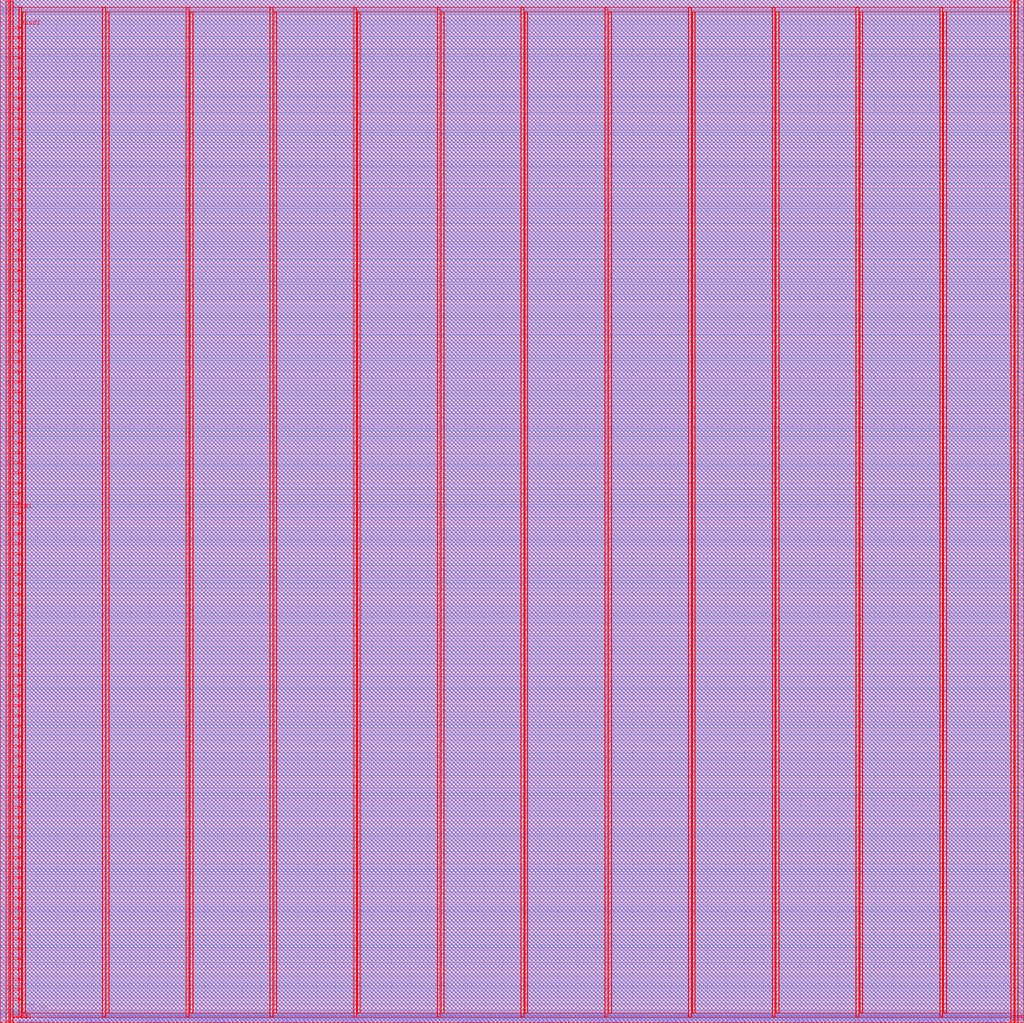
<source format=lef>
##
## LEF for PtnCells ;
## created by Innovus v19.11-s128_1 on Thu Dec 23 11:01:41 2021
##

VERSION 5.7 ;

BUSBITCHARS "[]" ;
DIVIDERCHAR "/" ;

MACRO flexbex_ibex_core
  CLASS BLOCK ;
  SIZE 550.160000 BY 549.780000 ;
  FOREIGN flexbex_ibex_core 0.000000 0.000000 ;
  ORIGIN 0 0 ;
  SYMMETRY X Y R90 ;
  PIN clk_i
    DIRECTION INPUT ;
    USE SIGNAL ;
    ANTENNAPARTIALMETALAREA 0.2457 LAYER met2  ;
    ANTENNAPARTIALMETALSIDEAREA 1.0675 LAYER met2  ;
    ANTENNAPARTIALCUTAREA 0.04 LAYER via2  ;
    ANTENNAPARTIALMETALAREA 1.2228 LAYER met3  ;
    ANTENNAPARTIALMETALSIDEAREA 6.992 LAYER met3  ;
    ANTENNAMODEL OXIDE1 ;
    ANTENNAGATEAREA 4.608 LAYER met3  ;
    ANTENNAMAXAREACAR 1.52077 LAYER met3  ;
    ANTENNAMAXSIDEAREACAR 6.9847 LAYER met3  ;
    ANTENNAMAXCUTCAR 0.0386502 LAYER via3  ;
    PORT
      LAYER met2 ;
        RECT 10.160000 0.000000 10.540000 0.900000 ;
    END
  END clk_i
  PIN rst_ni
    DIRECTION INPUT ;
    USE SIGNAL ;
    ANTENNAPARTIALMETALAREA 1.8024 LAYER met2  ;
    ANTENNAPARTIALMETALSIDEAREA 8.5785 LAYER met2  ;
    ANTENNAMODEL OXIDE1 ;
    ANTENNAGATEAREA 0.4095 LAYER met2  ;
    ANTENNAMAXAREACAR 20.8916 LAYER met2  ;
    ANTENNAMAXSIDEAREACAR 98.763 LAYER met2  ;
    ANTENNAPARTIALCUTAREA 0.04 LAYER via2  ;
    ANTENNAMAXCUTCAR 0.354644 LAYER via2  ;
    ANTENNAPARTIALMETALAREA 0.255 LAYER met3  ;
    ANTENNAPARTIALMETALSIDEAREA 1.808 LAYER met3  ;
    ANTENNAGATEAREA 0.4095 LAYER met3  ;
    ANTENNAMAXAREACAR 21.5143 LAYER met3  ;
    ANTENNAMAXSIDEAREACAR 103.178 LAYER met3  ;
    ANTENNAPARTIALCUTAREA 0.04 LAYER via3  ;
    ANTENNAMAXCUTCAR 0.452324 LAYER via3  ;
    ANTENNAPARTIALMETALAREA 199.318 LAYER met4  ;
    ANTENNAPARTIALMETALSIDEAREA 1066.77 LAYER met4  ;
    ANTENNAGATEAREA 3.087 LAYER met4  ;
    ANTENNAMAXAREACAR 135.617 LAYER met4  ;
    ANTENNAMAXSIDEAREACAR 721.122 LAYER met4  ;
    ANTENNAMAXCUTCAR 0.804695 LAYER via4  ;
    PORT
      LAYER met2 ;
        RECT 12.000000 0.000000 12.380000 0.900000 ;
    END
  END rst_ni
  PIN test_en_i
    DIRECTION INPUT ;
    USE SIGNAL ;
    ANTENNAPARTIALMETALAREA 1.675 LAYER met2  ;
    ANTENNAPARTIALMETALSIDEAREA 8.267 LAYER met2  ;
    ANTENNAMODEL OXIDE1 ;
    ANTENNAGATEAREA 0.126 LAYER met2  ;
    ANTENNAMAXAREACAR 23.7444 LAYER met2  ;
    ANTENNAMAXSIDEAREACAR 109.679 LAYER met2  ;
    ANTENNAMAXCUTCAR 0.407937 LAYER via2  ;
    PORT
      LAYER met2 ;
        RECT 14.300000 0.000000 14.680000 0.900000 ;
    END
  END test_en_i
  PIN core_id_i[3]
    DIRECTION INPUT ;
    USE SIGNAL ;
    ANTENNAPARTIALMETALAREA 1.6121 LAYER met2  ;
    ANTENNAPARTIALMETALSIDEAREA 7.8995 LAYER met2  ;
    ANTENNAPARTIALCUTAREA 0.04 LAYER via2  ;
    ANTENNAPARTIALMETALAREA 25.2388 LAYER met3  ;
    ANTENNAPARTIALMETALSIDEAREA 135.544 LAYER met3  ;
    ANTENNAPARTIALCUTAREA 0.04 LAYER via3  ;
    ANTENNAPARTIALMETALAREA 0.6516 LAYER met4  ;
    ANTENNAPARTIALMETALSIDEAREA 4.416 LAYER met4  ;
    ANTENNAMODEL OXIDE1 ;
    ANTENNAGATEAREA 0.2475 LAYER met4  ;
    ANTENNAMAXAREACAR 63.8632 LAYER met4  ;
    ANTENNAMAXSIDEAREACAR 328.376 LAYER met4  ;
    ANTENNAMAXCUTCAR 0.530909 LAYER via4  ;
    PORT
      LAYER met2 ;
        RECT 16.600000 0.000000 16.980000 0.900000 ;
    END
  END core_id_i[3]
  PIN core_id_i[2]
    DIRECTION INPUT ;
    USE SIGNAL ;
    ANTENNAPARTIALMETALAREA 1.9927 LAYER met2  ;
    ANTENNAPARTIALMETALSIDEAREA 9.6845 LAYER met2  ;
    ANTENNAPARTIALCUTAREA 0.04 LAYER via2  ;
    ANTENNAPARTIALMETALAREA 22.5556 LAYER met3  ;
    ANTENNAPARTIALMETALSIDEAREA 121.704 LAYER met3  ;
    ANTENNAPARTIALCUTAREA 0.04 LAYER via3  ;
    ANTENNAPARTIALMETALAREA 4.5588 LAYER met4  ;
    ANTENNAPARTIALMETALSIDEAREA 24.784 LAYER met4  ;
    ANTENNAMODEL OXIDE1 ;
    ANTENNAGATEAREA 0.2475 LAYER met4  ;
    ANTENNAMAXAREACAR 34.5933 LAYER met4  ;
    ANTENNAMAXSIDEAREACAR 177.265 LAYER met4  ;
    ANTENNAMAXCUTCAR 0.530909 LAYER via4  ;
    PORT
      LAYER met2 ;
        RECT 18.900000 0.000000 19.280000 0.900000 ;
    END
  END core_id_i[2]
  PIN core_id_i[1]
    DIRECTION INPUT ;
    USE SIGNAL ;
    ANTENNAPARTIALMETALAREA 2.7093 LAYER met2  ;
    ANTENNAPARTIALMETALSIDEAREA 13.1495 LAYER met2  ;
    ANTENNAPARTIALCUTAREA 0.04 LAYER via2  ;
    ANTENNAPARTIALMETALAREA 17.5462 LAYER met3  ;
    ANTENNAPARTIALMETALSIDEAREA 95.928 LAYER met3  ;
    ANTENNAPARTIALCUTAREA 0.04 LAYER via3  ;
    ANTENNAPARTIALMETALAREA 10.1838 LAYER met4  ;
    ANTENNAPARTIALMETALSIDEAREA 54.784 LAYER met4  ;
    ANTENNAMODEL OXIDE1 ;
    ANTENNAGATEAREA 0.2475 LAYER met4  ;
    ANTENNAMAXAREACAR 50.0984 LAYER met4  ;
    ANTENNAMAXSIDEAREACAR 266.154 LAYER met4  ;
    ANTENNAMAXCUTCAR 0.530909 LAYER via4  ;
    PORT
      LAYER met2 ;
        RECT 21.200000 0.000000 21.580000 0.900000 ;
    END
  END core_id_i[1]
  PIN core_id_i[0]
    DIRECTION INPUT ;
    USE SIGNAL ;
    ANTENNAPARTIALMETALAREA 1.4413 LAYER met2  ;
    ANTENNAPARTIALMETALSIDEAREA 7.0455 LAYER met2  ;
    ANTENNAPARTIALCUTAREA 0.04 LAYER via2  ;
    ANTENNAPARTIALMETALAREA 31.4614 LAYER met3  ;
    ANTENNAPARTIALMETALSIDEAREA 169.672 LAYER met3  ;
    ANTENNAPARTIALCUTAREA 0.04 LAYER via3  ;
    ANTENNAPARTIALMETALAREA 7.6698 LAYER met4  ;
    ANTENNAPARTIALMETALSIDEAREA 41.376 LAYER met4  ;
    ANTENNAMODEL OXIDE1 ;
    ANTENNAGATEAREA 0.2475 LAYER met4  ;
    ANTENNAMAXAREACAR 40.2309 LAYER met4  ;
    ANTENNAMAXSIDEAREACAR 215.616 LAYER met4  ;
    ANTENNAMAXCUTCAR 0.530909 LAYER via4  ;
    PORT
      LAYER met2 ;
        RECT 23.500000 0.000000 23.880000 0.900000 ;
    END
  END core_id_i[0]
  PIN cluster_id_i[5]
    DIRECTION INPUT ;
    USE SIGNAL ;
    ANTENNAPARTIALMETALAREA 18.1667 LAYER met2  ;
    ANTENNAPARTIALMETALSIDEAREA 90.4365 LAYER met2  ;
    ANTENNAPARTIALCUTAREA 0.04 LAYER via2  ;
    ANTENNAPARTIALMETALAREA 12.2628 LAYER met3  ;
    ANTENNAPARTIALMETALSIDEAREA 65.872 LAYER met3  ;
    ANTENNAMODEL OXIDE1 ;
    ANTENNAGATEAREA 0.2475 LAYER met3  ;
    ANTENNAMAXAREACAR 54.744 LAYER met3  ;
    ANTENNAMAXSIDEAREACAR 288.012 LAYER met3  ;
    ANTENNAMAXCUTCAR 0.369293 LAYER via3  ;
    PORT
      LAYER met2 ;
        RECT 25.800000 0.000000 26.180000 0.900000 ;
    END
  END cluster_id_i[5]
  PIN cluster_id_i[4]
    DIRECTION INPUT ;
    USE SIGNAL ;
    ANTENNAPARTIALMETALAREA 6.0875 LAYER met2  ;
    ANTENNAPARTIALMETALSIDEAREA 30.0405 LAYER met2  ;
    ANTENNAPARTIALCUTAREA 0.04 LAYER via2  ;
    ANTENNAPARTIALMETALAREA 3.1164 LAYER met3  ;
    ANTENNAPARTIALMETALSIDEAREA 18.032 LAYER met3  ;
    ANTENNAMODEL OXIDE1 ;
    ANTENNAGATEAREA 0.2475 LAYER met3  ;
    ANTENNAMAXAREACAR 44.0838 LAYER met3  ;
    ANTENNAMAXSIDEAREACAR 224.764 LAYER met3  ;
    ANTENNAMAXCUTCAR 0.369293 LAYER via3  ;
    PORT
      LAYER met2 ;
        RECT 28.100000 0.000000 28.480000 0.900000 ;
    END
  END cluster_id_i[4]
  PIN cluster_id_i[3]
    DIRECTION INPUT ;
    USE SIGNAL ;
    ANTENNAPARTIALMETALAREA 2.2063 LAYER met2  ;
    ANTENNAPARTIALMETALSIDEAREA 10.8605 LAYER met2  ;
    ANTENNAPARTIALCUTAREA 0.04 LAYER via2  ;
    ANTENNAPARTIALMETALAREA 23.9968 LAYER met3  ;
    ANTENNAPARTIALMETALSIDEAREA 128.92 LAYER met3  ;
    ANTENNAPARTIALCUTAREA 0.04 LAYER via3  ;
    ANTENNAPARTIALMETALAREA 3.6504 LAYER met4  ;
    ANTENNAPARTIALMETALSIDEAREA 20.88 LAYER met4  ;
    ANTENNAMODEL OXIDE1 ;
    ANTENNAGATEAREA 0.2475 LAYER met4  ;
    ANTENNAMAXAREACAR 22.1467 LAYER met4  ;
    ANTENNAMAXSIDEAREACAR 119.887 LAYER met4  ;
    ANTENNAMAXCUTCAR 0.530909 LAYER via4  ;
    PORT
      LAYER met2 ;
        RECT 30.400000 0.000000 30.780000 0.900000 ;
    END
  END cluster_id_i[3]
  PIN cluster_id_i[2]
    DIRECTION INPUT ;
    USE SIGNAL ;
    ANTENNAPARTIALMETALAREA 5.8613 LAYER met2  ;
    ANTENNAPARTIALMETALSIDEAREA 28.8995 LAYER met2  ;
    ANTENNAPARTIALCUTAREA 0.04 LAYER via2  ;
    ANTENNAPARTIALMETALAREA 9.1054 LAYER met3  ;
    ANTENNAPARTIALMETALSIDEAREA 50.44 LAYER met3  ;
    ANTENNAPARTIALCUTAREA 0.04 LAYER via3  ;
    ANTENNAPARTIALMETALAREA 11.7666 LAYER met4  ;
    ANTENNAPARTIALMETALSIDEAREA 63.696 LAYER met4  ;
    ANTENNAMODEL OXIDE1 ;
    ANTENNAGATEAREA 0.2475 LAYER met4  ;
    ANTENNAMAXAREACAR 62.6006 LAYER met4  ;
    ANTENNAMAXSIDEAREACAR 334.687 LAYER met4  ;
    ANTENNAMAXCUTCAR 0.530909 LAYER via4  ;
    PORT
      LAYER met2 ;
        RECT 32.700000 0.000000 33.080000 0.900000 ;
    END
  END cluster_id_i[2]
  PIN cluster_id_i[1]
    DIRECTION INPUT ;
    USE SIGNAL ;
    ANTENNAPARTIALMETALAREA 0.6963 LAYER met2  ;
    ANTENNAPARTIALMETALSIDEAREA 3.2025 LAYER met2  ;
    ANTENNAPARTIALCUTAREA 0.04 LAYER via2  ;
    ANTENNAPARTIALMETALAREA 18.9166 LAYER met3  ;
    ANTENNAPARTIALMETALSIDEAREA 102.296 LAYER met3  ;
    ANTENNAPARTIALCUTAREA 0.04 LAYER via3  ;
    ANTENNAPARTIALMETALAREA 2.4336 LAYER met4  ;
    ANTENNAPARTIALMETALSIDEAREA 13.92 LAYER met4  ;
    ANTENNAMODEL OXIDE1 ;
    ANTENNAGATEAREA 0.2475 LAYER met4  ;
    ANTENNAMAXAREACAR 21.1867 LAYER met4  ;
    ANTENNAMAXSIDEAREACAR 112.303 LAYER met4  ;
    ANTENNAMAXCUTCAR 0.530909 LAYER via4  ;
    PORT
      LAYER met2 ;
        RECT 35.000000 0.000000 35.380000 0.900000 ;
    END
  END cluster_id_i[1]
  PIN cluster_id_i[0]
    DIRECTION INPUT ;
    USE SIGNAL ;
    ANTENNAPARTIALMETALAREA 1.8683 LAYER met2  ;
    ANTENNAPARTIALMETALSIDEAREA 9.1805 LAYER met2  ;
    ANTENNAPARTIALCUTAREA 0.04 LAYER via2  ;
    ANTENNAPARTIALMETALAREA 26.6206 LAYER met3  ;
    ANTENNAPARTIALMETALSIDEAREA 145.736 LAYER met3  ;
    ANTENNAPARTIALCUTAREA 0.04 LAYER via3  ;
    ANTENNAPARTIALMETALAREA 0.9696 LAYER met4  ;
    ANTENNAPARTIALMETALSIDEAREA 6.112 LAYER met4  ;
    ANTENNAMODEL OXIDE1 ;
    ANTENNAGATEAREA 0.2475 LAYER met4  ;
    ANTENNAMAXAREACAR 21.9016 LAYER met4  ;
    ANTENNAMAXSIDEAREACAR 117.701 LAYER met4  ;
    ANTENNAMAXCUTCAR 0.530909 LAYER via4  ;
    PORT
      LAYER met2 ;
        RECT 37.300000 0.000000 37.680000 0.900000 ;
    END
  END cluster_id_i[0]
  PIN boot_addr_i[31]
    DIRECTION INPUT ;
    USE SIGNAL ;
    ANTENNAPARTIALMETALAREA 1.9327 LAYER met2  ;
    ANTENNAPARTIALMETALSIDEAREA 9.5025 LAYER met2  ;
    ANTENNAPARTIALCUTAREA 0.04 LAYER via2  ;
    ANTENNAPARTIALMETALAREA 0.255 LAYER met3  ;
    ANTENNAPARTIALMETALSIDEAREA 1.808 LAYER met3  ;
    ANTENNAPARTIALCUTAREA 0.04 LAYER via3  ;
    ANTENNAPARTIALMETALAREA 28.3086 LAYER met4  ;
    ANTENNAPARTIALMETALSIDEAREA 151.92 LAYER met4  ;
    ANTENNAMODEL OXIDE1 ;
    ANTENNAGATEAREA 0.7425 LAYER met4  ;
    ANTENNAMAXAREACAR 62.1553 LAYER met4  ;
    ANTENNAMAXSIDEAREACAR 325.181 LAYER met4  ;
    ANTENNAMAXCUTCAR 0.423165 LAYER via4  ;
    PORT
      LAYER met2 ;
        RECT 39.600000 0.000000 39.980000 0.900000 ;
    END
  END boot_addr_i[31]
  PIN boot_addr_i[30]
    DIRECTION INPUT ;
    USE SIGNAL ;
    ANTENNAPARTIALMETALAREA 4.1545 LAYER met2  ;
    ANTENNAPARTIALMETALSIDEAREA 20.6115 LAYER met2  ;
    ANTENNAPARTIALCUTAREA 0.04 LAYER via2  ;
    ANTENNAPARTIALMETALAREA 9.988 LAYER met3  ;
    ANTENNAPARTIALMETALSIDEAREA 53.736 LAYER met3  ;
    ANTENNAPARTIALCUTAREA 0.04 LAYER via3  ;
    ANTENNAPARTIALMETALAREA 25.8348 LAYER met4  ;
    ANTENNAPARTIALMETALSIDEAREA 138.256 LAYER met4  ;
    ANTENNAMODEL OXIDE1 ;
    ANTENNAGATEAREA 0.7425 LAYER met4  ;
    ANTENNAMAXAREACAR 54.205 LAYER met4  ;
    ANTENNAMAXSIDEAREACAR 280.343 LAYER met4  ;
    ANTENNAMAXCUTCAR 0.423165 LAYER via4  ;
    PORT
      LAYER met2 ;
        RECT 41.900000 0.000000 42.280000 0.900000 ;
    END
  END boot_addr_i[30]
  PIN boot_addr_i[29]
    DIRECTION INPUT ;
    USE SIGNAL ;
    ANTENNAPARTIALMETALAREA 2.2323 LAYER met2  ;
    ANTENNAPARTIALMETALSIDEAREA 11.0005 LAYER met2  ;
    ANTENNAPARTIALCUTAREA 0.04 LAYER via2  ;
    ANTENNAPARTIALMETALAREA 0.676 LAYER met3  ;
    ANTENNAPARTIALMETALSIDEAREA 4.072 LAYER met3  ;
    ANTENNAPARTIALCUTAREA 0.04 LAYER via3  ;
    ANTENNAPARTIALMETALAREA 45.3855 LAYER met4  ;
    ANTENNAPARTIALMETALSIDEAREA 242.992 LAYER met4  ;
    ANTENNAMODEL OXIDE1 ;
    ANTENNAGATEAREA 0.621 LAYER met4  ;
    ANTENNAMAXAREACAR 84.923 LAYER met4  ;
    ANTENNAMAXSIDEAREACAR 445.196 LAYER met4  ;
    ANTENNAMAXCUTCAR 1.04286 LAYER via4  ;
    PORT
      LAYER met2 ;
        RECT 44.200000 0.000000 44.580000 0.900000 ;
    END
  END boot_addr_i[29]
  PIN boot_addr_i[28]
    DIRECTION INPUT ;
    USE SIGNAL ;
    ANTENNAPARTIALMETALAREA 10.2063 LAYER met2  ;
    ANTENNAPARTIALMETALSIDEAREA 50.6345 LAYER met2  ;
    ANTENNAPARTIALCUTAREA 0.04 LAYER via2  ;
    ANTENNAPARTIALMETALAREA 11.7174 LAYER met3  ;
    ANTENNAPARTIALMETALSIDEAREA 63.904 LAYER met3  ;
    ANTENNAMODEL OXIDE1 ;
    ANTENNAGATEAREA 0.621 LAYER met3  ;
    ANTENNAMAXAREACAR 133.267 LAYER met3  ;
    ANTENNAMAXSIDEAREACAR 660.588 LAYER met3  ;
    ANTENNAMAXCUTCAR 0.725397 LAYER via3  ;
    PORT
      LAYER met2 ;
        RECT 46.500000 0.000000 46.880000 0.900000 ;
    END
  END boot_addr_i[28]
  PIN boot_addr_i[27]
    DIRECTION INPUT ;
    USE SIGNAL ;
    ANTENNAPARTIALMETALAREA 11.8853 LAYER met2  ;
    ANTENNAPARTIALMETALSIDEAREA 59.2655 LAYER met2  ;
    ANTENNAPARTIALCUTAREA 0.04 LAYER via2  ;
    ANTENNAPARTIALMETALAREA 1.8988 LAYER met3  ;
    ANTENNAPARTIALMETALSIDEAREA 11.064 LAYER met3  ;
    ANTENNAPARTIALCUTAREA 0.04 LAYER via3  ;
    ANTENNAPARTIALMETALAREA 19.1205 LAYER met4  ;
    ANTENNAPARTIALMETALSIDEAREA 102.912 LAYER met4  ;
    ANTENNAMODEL OXIDE1 ;
    ANTENNAGATEAREA 0.621 LAYER met4  ;
    ANTENNAMAXAREACAR 49.6966 LAYER met4  ;
    ANTENNAMAXSIDEAREACAR 255.696 LAYER met4  ;
    ANTENNAMAXCUTCAR 1.04286 LAYER via4  ;
    PORT
      LAYER met2 ;
        RECT 48.800000 0.000000 49.180000 0.900000 ;
    END
  END boot_addr_i[27]
  PIN boot_addr_i[26]
    DIRECTION INPUT ;
    USE SIGNAL ;
    ANTENNAPARTIALMETALAREA 3.5133 LAYER met2  ;
    ANTENNAPARTIALMETALSIDEAREA 17.4055 LAYER met2  ;
    ANTENNAPARTIALCUTAREA 0.04 LAYER via2  ;
    ANTENNAPARTIALMETALAREA 2.194 LAYER met3  ;
    ANTENNAPARTIALMETALSIDEAREA 12.168 LAYER met3  ;
    ANTENNAPARTIALCUTAREA 0.04 LAYER via3  ;
    ANTENNAPARTIALMETALAREA 41.2647 LAYER met4  ;
    ANTENNAPARTIALMETALSIDEAREA 220.544 LAYER met4  ;
    ANTENNAMODEL OXIDE1 ;
    ANTENNAGATEAREA 0.621 LAYER met4  ;
    ANTENNAMAXAREACAR 88.7349 LAYER met4  ;
    ANTENNAMAXSIDEAREACAR 462.746 LAYER met4  ;
    ANTENNAMAXCUTCAR 1.04286 LAYER via4  ;
    PORT
      LAYER met2 ;
        RECT 51.100000 0.000000 51.480000 0.900000 ;
    END
  END boot_addr_i[26]
  PIN boot_addr_i[25]
    DIRECTION INPUT ;
    USE SIGNAL ;
    ANTENNAPARTIALMETALAREA 2.3821 LAYER met2  ;
    ANTENNAPARTIALMETALSIDEAREA 11.7495 LAYER met2  ;
    ANTENNAPARTIALCUTAREA 0.04 LAYER via2  ;
    ANTENNAPARTIALMETALAREA 1.504 LAYER met3  ;
    ANTENNAPARTIALMETALSIDEAREA 8.488 LAYER met3  ;
    ANTENNAPARTIALCUTAREA 0.04 LAYER via3  ;
    ANTENNAPARTIALMETALAREA 44.1447 LAYER met4  ;
    ANTENNAPARTIALMETALSIDEAREA 235.904 LAYER met4  ;
    ANTENNAMODEL OXIDE1 ;
    ANTENNAGATEAREA 0.621 LAYER met4  ;
    ANTENNAMAXAREACAR 81.3654 LAYER met4  ;
    ANTENNAMAXSIDEAREACAR 426.703 LAYER met4  ;
    ANTENNAMAXCUTCAR 1.04286 LAYER via4  ;
    PORT
      LAYER met2 ;
        RECT 53.400000 0.000000 53.780000 0.900000 ;
    END
  END boot_addr_i[25]
  PIN boot_addr_i[24]
    DIRECTION INPUT ;
    USE SIGNAL ;
    ANTENNAPARTIALMETALAREA 1.1401 LAYER met2  ;
    ANTENNAPARTIALMETALSIDEAREA 5.4215 LAYER met2  ;
    ANTENNAPARTIALCUTAREA 0.04 LAYER via2  ;
    ANTENNAPARTIALMETALAREA 2.125 LAYER met3  ;
    ANTENNAPARTIALMETALSIDEAREA 11.8 LAYER met3  ;
    ANTENNAPARTIALCUTAREA 0.04 LAYER via3  ;
    ANTENNAPARTIALMETALAREA 40.5327 LAYER met4  ;
    ANTENNAPARTIALMETALSIDEAREA 216.64 LAYER met4  ;
    ANTENNAMODEL OXIDE1 ;
    ANTENNAGATEAREA 0.621 LAYER met4  ;
    ANTENNAMAXAREACAR 75.3498 LAYER met4  ;
    ANTENNAMAXSIDEAREACAR 393.785 LAYER met4  ;
    ANTENNAMAXCUTCAR 1.04286 LAYER via4  ;
    PORT
      LAYER met2 ;
        RECT 55.700000 0.000000 56.080000 0.900000 ;
    END
  END boot_addr_i[24]
  PIN boot_addr_i[23]
    DIRECTION INPUT ;
    USE SIGNAL ;
    ANTENNAPARTIALMETALAREA 0.4305 LAYER met2  ;
    ANTENNAPARTIALMETALSIDEAREA 1.9005 LAYER met2  ;
    ANTENNAPARTIALCUTAREA 0.04 LAYER via2  ;
    ANTENNAPARTIALMETALAREA 8.791 LAYER met3  ;
    ANTENNAPARTIALMETALSIDEAREA 47.352 LAYER met3  ;
    ANTENNAPARTIALCUTAREA 0.04 LAYER via3  ;
    ANTENNAPARTIALMETALAREA 41.5917 LAYER met4  ;
    ANTENNAPARTIALMETALSIDEAREA 222.288 LAYER met4  ;
    ANTENNAMODEL OXIDE1 ;
    ANTENNAGATEAREA 0.621 LAYER met4  ;
    ANTENNAMAXAREACAR 87.921 LAYER met4  ;
    ANTENNAMAXSIDEAREACAR 460.666 LAYER met4  ;
    ANTENNAMAXCUTCAR 1.04286 LAYER via4  ;
    PORT
      LAYER met2 ;
        RECT 58.000000 0.000000 58.380000 0.900000 ;
    END
  END boot_addr_i[23]
  PIN boot_addr_i[22]
    DIRECTION INPUT ;
    USE SIGNAL ;
    ANTENNAPARTIALMETALAREA 1.8191 LAYER met2  ;
    ANTENNAPARTIALMETALSIDEAREA 8.8165 LAYER met2  ;
    ANTENNAPARTIALCUTAREA 0.04 LAYER via2  ;
    ANTENNAPARTIALMETALAREA 4.885 LAYER met3  ;
    ANTENNAPARTIALMETALSIDEAREA 26.52 LAYER met3  ;
    ANTENNAPARTIALCUTAREA 0.04 LAYER via3  ;
    ANTENNAPARTIALMETALAREA 37.8267 LAYER met4  ;
    ANTENNAPARTIALMETALSIDEAREA 202.208 LAYER met4  ;
    ANTENNAMODEL OXIDE1 ;
    ANTENNAGATEAREA 0.621 LAYER met4  ;
    ANTENNAMAXAREACAR 67.9423 LAYER met4  ;
    ANTENNAMAXSIDEAREACAR 355.117 LAYER met4  ;
    ANTENNAMAXCUTCAR 1.04286 LAYER via4  ;
    PORT
      LAYER met2 ;
        RECT 60.300000 0.000000 60.680000 0.900000 ;
    END
  END boot_addr_i[22]
  PIN boot_addr_i[21]
    DIRECTION INPUT ;
    USE SIGNAL ;
    ANTENNAPARTIALMETALAREA 3.4489 LAYER met2  ;
    ANTENNAPARTIALMETALSIDEAREA 17.0835 LAYER met2  ;
    ANTENNAPARTIALCUTAREA 0.04 LAYER via2  ;
    ANTENNAPARTIALMETALAREA 1.366 LAYER met3  ;
    ANTENNAPARTIALMETALSIDEAREA 7.752 LAYER met3  ;
    ANTENNAPARTIALCUTAREA 0.04 LAYER via3  ;
    ANTENNAPARTIALMETALAREA 33.8565 LAYER met4  ;
    ANTENNAPARTIALMETALSIDEAREA 181.504 LAYER met4  ;
    ANTENNAMODEL OXIDE1 ;
    ANTENNAGATEAREA 0.621 LAYER met4  ;
    ANTENNAMAXAREACAR 65.4832 LAYER met4  ;
    ANTENNAMAXSIDEAREACAR 341.61 LAYER met4  ;
    ANTENNAMAXCUTCAR 1.04286 LAYER via4  ;
    PORT
      LAYER met2 ;
        RECT 62.600000 0.000000 62.980000 0.900000 ;
    END
  END boot_addr_i[21]
  PIN boot_addr_i[20]
    DIRECTION INPUT ;
    USE SIGNAL ;
    ANTENNAPARTIALMETALAREA 4.7089 LAYER met2  ;
    ANTENNAPARTIALMETALSIDEAREA 23.3835 LAYER met2  ;
    ANTENNAPARTIALCUTAREA 0.04 LAYER via2  ;
    ANTENNAPARTIALMETALAREA 7.645 LAYER met3  ;
    ANTENNAPARTIALMETALSIDEAREA 41.24 LAYER met3  ;
    ANTENNAPARTIALCUTAREA 0.04 LAYER via3  ;
    ANTENNAPARTIALMETALAREA 33.0297 LAYER met4  ;
    ANTENNAPARTIALMETALSIDEAREA 176.624 LAYER met4  ;
    ANTENNAMODEL OXIDE1 ;
    ANTENNAGATEAREA 0.621 LAYER met4  ;
    ANTENNAMAXAREACAR 61.3685 LAYER met4  ;
    ANTENNAMAXSIDEAREACAR 320.204 LAYER met4  ;
    ANTENNAMAXCUTCAR 1.04286 LAYER via4  ;
    PORT
      LAYER met2 ;
        RECT 64.900000 0.000000 65.280000 0.900000 ;
    END
  END boot_addr_i[20]
  PIN boot_addr_i[19]
    DIRECTION INPUT ;
    USE SIGNAL ;
    ANTENNAPARTIALMETALAREA 4.7103 LAYER met2  ;
    ANTENNAPARTIALMETALSIDEAREA 23.3905 LAYER met2  ;
    ANTENNAPARTIALCUTAREA 0.04 LAYER via2  ;
    ANTENNAPARTIALMETALAREA 5.713 LAYER met3  ;
    ANTENNAPARTIALMETALSIDEAREA 30.936 LAYER met3  ;
    ANTENNAPARTIALCUTAREA 0.04 LAYER via3  ;
    ANTENNAPARTIALMETALAREA 29.4087 LAYER met4  ;
    ANTENNAPARTIALMETALSIDEAREA 157.312 LAYER met4  ;
    ANTENNAMODEL OXIDE1 ;
    ANTENNAGATEAREA 0.621 LAYER met4  ;
    ANTENNAMAXAREACAR 65.5137 LAYER met4  ;
    ANTENNAMAXSIDEAREACAR 339.535 LAYER met4  ;
    ANTENNAMAXCUTCAR 1.04286 LAYER via4  ;
    PORT
      LAYER met2 ;
        RECT 67.200000 0.000000 67.580000 0.900000 ;
    END
  END boot_addr_i[19]
  PIN boot_addr_i[18]
    DIRECTION INPUT ;
    USE SIGNAL ;
    ANTENNAPARTIALMETALAREA 0.1603 LAYER met2  ;
    ANTENNAPARTIALMETALSIDEAREA 0.6405 LAYER met2  ;
    ANTENNAPARTIALCUTAREA 0.04 LAYER via2  ;
    ANTENNAPARTIALMETALAREA 5.689 LAYER met3  ;
    ANTENNAPARTIALMETALSIDEAREA 30.808 LAYER met3  ;
    ANTENNAPARTIALCUTAREA 0.04 LAYER via3  ;
    ANTENNAPARTIALMETALAREA 40.8747 LAYER met4  ;
    ANTENNAPARTIALMETALSIDEAREA 218.464 LAYER met4  ;
    ANTENNAMODEL OXIDE1 ;
    ANTENNAGATEAREA 0.621 LAYER met4  ;
    ANTENNAMAXAREACAR 76.537 LAYER met4  ;
    ANTENNAMAXSIDEAREACAR 400.088 LAYER met4  ;
    ANTENNAMAXCUTCAR 1.04286 LAYER via4  ;
    PORT
      LAYER met2 ;
        RECT 69.500000 0.000000 69.880000 0.900000 ;
    END
  END boot_addr_i[18]
  PIN boot_addr_i[17]
    DIRECTION INPUT ;
    USE SIGNAL ;
    ANTENNAPARTIALMETALAREA 6.4183 LAYER met2  ;
    ANTENNAPARTIALMETALSIDEAREA 31.9305 LAYER met2  ;
    ANTENNAPARTIALCUTAREA 0.04 LAYER via2  ;
    ANTENNAPARTIALMETALAREA 5.896 LAYER met3  ;
    ANTENNAPARTIALMETALSIDEAREA 31.912 LAYER met3  ;
    ANTENNAPARTIALCUTAREA 0.04 LAYER via3  ;
    ANTENNAPARTIALMETALAREA 27.8337 LAYER met4  ;
    ANTENNAPARTIALMETALSIDEAREA 148.912 LAYER met4  ;
    ANTENNAMODEL OXIDE1 ;
    ANTENNAGATEAREA 0.621 LAYER met4  ;
    ANTENNAMAXAREACAR 55.2712 LAYER met4  ;
    ANTENNAMAXSIDEAREACAR 287.111 LAYER met4  ;
    ANTENNAMAXCUTCAR 1.04286 LAYER via4  ;
    PORT
      LAYER met2 ;
        RECT 71.800000 0.000000 72.180000 0.900000 ;
    END
  END boot_addr_i[17]
  PIN boot_addr_i[16]
    DIRECTION INPUT ;
    USE SIGNAL ;
    ANTENNAPARTIALMETALAREA 0.3311 LAYER met2  ;
    ANTENNAPARTIALMETALSIDEAREA 1.4945 LAYER met2  ;
    ANTENNAPARTIALCUTAREA 0.04 LAYER via2  ;
    ANTENNAPARTIALMETALAREA 1.918 LAYER met3  ;
    ANTENNAPARTIALMETALSIDEAREA 10.696 LAYER met3  ;
    ANTENNAPARTIALCUTAREA 0.04 LAYER via3  ;
    ANTENNAPARTIALMETALAREA 40.1187 LAYER met4  ;
    ANTENNAPARTIALMETALSIDEAREA 214.432 LAYER met4  ;
    ANTENNAMODEL OXIDE1 ;
    ANTENNAGATEAREA 0.621 LAYER met4  ;
    ANTENNAMAXAREACAR 94.6347 LAYER met4  ;
    ANTENNAMAXSIDEAREACAR 495.817 LAYER met4  ;
    ANTENNAMAXCUTCAR 1.04286 LAYER via4  ;
    PORT
      LAYER met2 ;
        RECT 74.100000 0.000000 74.480000 0.900000 ;
    END
  END boot_addr_i[16]
  PIN boot_addr_i[15]
    DIRECTION INPUT ;
    USE SIGNAL ;
    ANTENNAPARTIALMETALAREA 0.1603 LAYER met2  ;
    ANTENNAPARTIALMETALSIDEAREA 0.6405 LAYER met2  ;
    ANTENNAPARTIALCUTAREA 0.04 LAYER via2  ;
    ANTENNAPARTIALMETALAREA 1.987 LAYER met3  ;
    ANTENNAPARTIALMETALSIDEAREA 11.064 LAYER met3  ;
    ANTENNAPARTIALCUTAREA 0.04 LAYER via3  ;
    ANTENNAPARTIALMETALAREA 41.5107 LAYER met4  ;
    ANTENNAPARTIALMETALSIDEAREA 221.856 LAYER met4  ;
    ANTENNAMODEL OXIDE1 ;
    ANTENNAGATEAREA 0.621 LAYER met4  ;
    ANTENNAMAXAREACAR 73.0112 LAYER met4  ;
    ANTENNAMAXSIDEAREACAR 386.006 LAYER met4  ;
    ANTENNAMAXCUTCAR 1.04286 LAYER via4  ;
    PORT
      LAYER met2 ;
        RECT 76.400000 0.000000 76.780000 0.900000 ;
    END
  END boot_addr_i[15]
  PIN boot_addr_i[14]
    DIRECTION INPUT ;
    USE SIGNAL ;
    ANTENNAPARTIALMETALAREA 2.2533 LAYER met2  ;
    ANTENNAPARTIALMETALSIDEAREA 11.1055 LAYER met2  ;
    ANTENNAPARTIALCUTAREA 0.04 LAYER via2  ;
    ANTENNAPARTIALMETALAREA 4.492 LAYER met3  ;
    ANTENNAPARTIALMETALSIDEAREA 24.424 LAYER met3  ;
    ANTENNAPARTIALCUTAREA 0.04 LAYER via3  ;
    ANTENNAPARTIALMETALAREA 39.3957 LAYER met4  ;
    ANTENNAPARTIALMETALSIDEAREA 210.576 LAYER met4  ;
    ANTENNAMODEL OXIDE1 ;
    ANTENNAGATEAREA 0.621 LAYER met4  ;
    ANTENNAMAXAREACAR 79.2864 LAYER met4  ;
    ANTENNAMAXSIDEAREACAR 415.766 LAYER met4  ;
    ANTENNAMAXCUTCAR 1.04286 LAYER via4  ;
    PORT
      LAYER met2 ;
        RECT 78.700000 0.000000 79.080000 0.900000 ;
    END
  END boot_addr_i[14]
  PIN boot_addr_i[13]
    DIRECTION INPUT ;
    USE SIGNAL ;
    ANTENNAPARTIALMETALAREA 0.3311 LAYER met2  ;
    ANTENNAPARTIALMETALSIDEAREA 1.4945 LAYER met2  ;
    ANTENNAPARTIALCUTAREA 0.04 LAYER via2  ;
    ANTENNAPARTIALMETALAREA 1.504 LAYER met3  ;
    ANTENNAPARTIALMETALSIDEAREA 8.488 LAYER met3  ;
    ANTENNAPARTIALCUTAREA 0.04 LAYER via3  ;
    ANTENNAPARTIALMETALAREA 37.3737 LAYER met4  ;
    ANTENNAPARTIALMETALSIDEAREA 199.792 LAYER met4  ;
    ANTENNAMODEL OXIDE1 ;
    ANTENNAGATEAREA 0.621 LAYER met4  ;
    ANTENNAMAXAREACAR 86.1787 LAYER met4  ;
    ANTENNAMAXSIDEAREACAR 447.147 LAYER met4  ;
    ANTENNAMAXCUTCAR 1.04286 LAYER via4  ;
    PORT
      LAYER met2 ;
        RECT 81.000000 0.000000 81.380000 0.900000 ;
    END
  END boot_addr_i[13]
  PIN boot_addr_i[12]
    DIRECTION INPUT ;
    USE SIGNAL ;
    ANTENNAPARTIALMETALAREA 1.8683 LAYER met2  ;
    ANTENNAPARTIALMETALSIDEAREA 9.1805 LAYER met2  ;
    ANTENNAPARTIALCUTAREA 0.04 LAYER via2  ;
    ANTENNAPARTIALMETALAREA 0.2509 LAYER met3  ;
    ANTENNAPARTIALMETALSIDEAREA 1.808 LAYER met3  ;
    ANTENNAPARTIALCUTAREA 0.04 LAYER via3  ;
    ANTENNAPARTIALMETALAREA 33.6876 LAYER met4  ;
    ANTENNAPARTIALMETALSIDEAREA 180.608 LAYER met4  ;
    ANTENNAMODEL OXIDE1 ;
    ANTENNAGATEAREA 0.7425 LAYER met4  ;
    ANTENNAMAXAREACAR 52.1101 LAYER met4  ;
    ANTENNAMAXSIDEAREACAR 275.166 LAYER met4  ;
    ANTENNAMAXCUTCAR 0.530909 LAYER via4  ;
    PORT
      LAYER met2 ;
        RECT 83.300000 0.000000 83.680000 0.900000 ;
    END
  END boot_addr_i[12]
  PIN boot_addr_i[11]
    DIRECTION INPUT ;
    USE SIGNAL ;
    ANTENNAPARTIALMETALAREA 0.3311 LAYER met2  ;
    ANTENNAPARTIALMETALSIDEAREA 1.4945 LAYER met2  ;
    ANTENNAPARTIALCUTAREA 0.04 LAYER via2  ;
    ANTENNAPARTIALMETALAREA 0.469 LAYER met3  ;
    ANTENNAPARTIALMETALSIDEAREA 2.968 LAYER met3  ;
    ANTENNAPARTIALCUTAREA 0.04 LAYER via3  ;
    ANTENNAPARTIALMETALAREA 27.5928 LAYER met4  ;
    ANTENNAPARTIALMETALSIDEAREA 147.632 LAYER met4  ;
    ANTENNAMODEL OXIDE1 ;
    ANTENNAGATEAREA 0.7425 LAYER met4  ;
    ANTENNAMAXAREACAR 46.9526 LAYER met4  ;
    ANTENNAMAXSIDEAREACAR 244.925 LAYER met4  ;
    ANTENNAMAXCUTCAR 0.315421 LAYER via4  ;
    PORT
      LAYER met2 ;
        RECT 85.600000 0.000000 85.980000 0.900000 ;
    END
  END boot_addr_i[11]
  PIN boot_addr_i[10]
    DIRECTION INPUT ;
    USE SIGNAL ;
    ANTENNAPARTIALMETALAREA 0.2457 LAYER met2  ;
    ANTENNAPARTIALMETALSIDEAREA 1.0675 LAYER met2  ;
    ANTENNAPARTIALCUTAREA 0.04 LAYER via2  ;
    ANTENNAPARTIALMETALAREA 0.255 LAYER met3  ;
    ANTENNAPARTIALMETALSIDEAREA 1.808 LAYER met3  ;
    ANTENNAPARTIALCUTAREA 0.04 LAYER via3  ;
    ANTENNAPARTIALMETALAREA 40.5327 LAYER met4  ;
    ANTENNAPARTIALMETALSIDEAREA 216.64 LAYER met4  ;
    ANTENNAMODEL OXIDE1 ;
    ANTENNAGATEAREA 0.7425 LAYER met4  ;
    ANTENNAMAXAREACAR 61.0485 LAYER met4  ;
    ANTENNAMAXSIDEAREACAR 322.781 LAYER met4  ;
    ANTENNAMAXCUTCAR 0.530909 LAYER via4  ;
    PORT
      LAYER met2 ;
        RECT 87.900000 0.000000 88.280000 0.900000 ;
    END
  END boot_addr_i[10]
  PIN boot_addr_i[9]
    DIRECTION INPUT ;
    USE SIGNAL ;
    ANTENNAPARTIALMETALAREA 5.0295 LAYER met2  ;
    ANTENNAPARTIALMETALSIDEAREA 24.9865 LAYER met2  ;
    ANTENNAPARTIALCUTAREA 0.04 LAYER via2  ;
    ANTENNAPARTIALMETALAREA 1.159 LAYER met3  ;
    ANTENNAPARTIALMETALSIDEAREA 6.648 LAYER met3  ;
    ANTENNAPARTIALCUTAREA 0.04 LAYER via3  ;
    ANTENNAPARTIALMETALAREA 30.4197 LAYER met4  ;
    ANTENNAPARTIALMETALSIDEAREA 162.704 LAYER met4  ;
    ANTENNAMODEL OXIDE1 ;
    ANTENNAGATEAREA 0.7425 LAYER met4  ;
    ANTENNAMAXAREACAR 48.6707 LAYER met4  ;
    ANTENNAMAXSIDEAREACAR 256.079 LAYER met4  ;
    ANTENNAMAXCUTCAR 0.530909 LAYER via4  ;
    PORT
      LAYER met2 ;
        RECT 90.200000 0.000000 90.580000 0.900000 ;
    END
  END boot_addr_i[9]
  PIN boot_addr_i[8]
    DIRECTION INPUT ;
    USE SIGNAL ;
    ANTENNAPARTIALMETALAREA 1.5491 LAYER met2  ;
    ANTENNAPARTIALMETALSIDEAREA 7.5845 LAYER met2  ;
    ANTENNAPARTIALCUTAREA 0.04 LAYER via2  ;
    ANTENNAPARTIALMETALAREA 0.676 LAYER met3  ;
    ANTENNAPARTIALMETALSIDEAREA 4.072 LAYER met3  ;
    ANTENNAPARTIALCUTAREA 0.04 LAYER via3  ;
    ANTENNAPARTIALMETALAREA 39.2037 LAYER met4  ;
    ANTENNAPARTIALMETALSIDEAREA 209.552 LAYER met4  ;
    ANTENNAMODEL OXIDE1 ;
    ANTENNAGATEAREA 0.7425 LAYER met4  ;
    ANTENNAMAXAREACAR 73.0933 LAYER met4  ;
    ANTENNAMAXSIDEAREACAR 385.11 LAYER met4  ;
    ANTENNAMAXCUTCAR 0.530909 LAYER via4  ;
    PORT
      LAYER met2 ;
        RECT 92.500000 0.000000 92.880000 0.900000 ;
    END
  END boot_addr_i[8]
  PIN boot_addr_i[7]
    DIRECTION INPUT ;
    USE SIGNAL ;
    ANTENNAPARTIALMETALAREA 5.9899 LAYER met2  ;
    ANTENNAPARTIALMETALSIDEAREA 29.7885 LAYER met2  ;
    ANTENNAPARTIALCUTAREA 0.04 LAYER via2  ;
    ANTENNAPARTIALMETALAREA 11.2776 LAYER met3  ;
    ANTENNAPARTIALMETALSIDEAREA 61.088 LAYER met3  ;
    ANTENNAMODEL OXIDE1 ;
    ANTENNAGATEAREA 0.2475 LAYER met3  ;
    ANTENNAMAXAREACAR 94.2048 LAYER met3  ;
    ANTENNAMAXSIDEAREACAR 484.695 LAYER met3  ;
    ANTENNAMAXCUTCAR 0.369293 LAYER via3  ;
    PORT
      LAYER met2 ;
        RECT 94.800000 0.000000 95.180000 0.900000 ;
    END
  END boot_addr_i[7]
  PIN boot_addr_i[6]
    DIRECTION INPUT ;
    USE SIGNAL ;
    ANTENNAPARTIALMETALAREA 7.9569 LAYER met2  ;
    ANTENNAPARTIALMETALSIDEAREA 39.6235 LAYER met2  ;
    ANTENNAPARTIALCUTAREA 0.04 LAYER via2  ;
    ANTENNAPARTIALMETALAREA 1.6368 LAYER met3  ;
    ANTENNAPARTIALMETALSIDEAREA 9.2 LAYER met3  ;
    ANTENNAMODEL OXIDE1 ;
    ANTENNAGATEAREA 0.2475 LAYER met3  ;
    ANTENNAMAXAREACAR 56.5061 LAYER met3  ;
    ANTENNAMAXSIDEAREACAR 281.762 LAYER met3  ;
    ANTENNAMAXCUTCAR 0.369293 LAYER via3  ;
    PORT
      LAYER met2 ;
        RECT 97.100000 0.000000 97.480000 0.900000 ;
    END
  END boot_addr_i[6]
  PIN boot_addr_i[5]
    DIRECTION INPUT ;
    USE SIGNAL ;
    ANTENNAPARTIALMETALAREA 6.7961 LAYER met2  ;
    ANTENNAPARTIALMETALSIDEAREA 33.7015 LAYER met2  ;
    ANTENNAPARTIALCUTAREA 0.04 LAYER via2  ;
    ANTENNAPARTIALMETALAREA 4.4134 LAYER met3  ;
    ANTENNAPARTIALMETALSIDEAREA 25.416 LAYER met3  ;
    ANTENNAPARTIALCUTAREA 0.04 LAYER via3  ;
    ANTENNAPARTIALMETALAREA 10.0008 LAYER met4  ;
    ANTENNAPARTIALMETALSIDEAREA 53.808 LAYER met4  ;
    ANTENNAMODEL OXIDE1 ;
    ANTENNAGATEAREA 0.2475 LAYER met4  ;
    ANTENNAMAXAREACAR 56.9434 LAYER met4  ;
    ANTENNAMAXSIDEAREACAR 298.053 LAYER met4  ;
    ANTENNAMAXCUTCAR 0.530909 LAYER via4  ;
    PORT
      LAYER met2 ;
        RECT 99.400000 0.000000 99.780000 0.900000 ;
    END
  END boot_addr_i[5]
  PIN boot_addr_i[4]
    DIRECTION INPUT ;
    USE SIGNAL ;
    ANTENNAPARTIALMETALAREA 1.8191 LAYER met2  ;
    ANTENNAPARTIALMETALSIDEAREA 8.8165 LAYER met2  ;
    ANTENNAPARTIALCUTAREA 0.04 LAYER via2  ;
    ANTENNAPARTIALMETALAREA 8.5726 LAYER met3  ;
    ANTENNAPARTIALMETALSIDEAREA 47.128 LAYER met3  ;
    ANTENNAPARTIALCUTAREA 0.04 LAYER via3  ;
    ANTENNAPARTIALMETALAREA 13.5258 LAYER met4  ;
    ANTENNAPARTIALMETALSIDEAREA 72.608 LAYER met4  ;
    ANTENNAMODEL OXIDE1 ;
    ANTENNAGATEAREA 0.2475 LAYER met4  ;
    ANTENNAMAXAREACAR 61.8473 LAYER met4  ;
    ANTENNAMAXSIDEAREACAR 327.168 LAYER met4  ;
    ANTENNAMAXCUTCAR 0.530909 LAYER via4  ;
    PORT
      LAYER met2 ;
        RECT 101.700000 0.000000 102.080000 0.900000 ;
    END
  END boot_addr_i[4]
  PIN boot_addr_i[3]
    DIRECTION INPUT ;
    USE SIGNAL ;
    ANTENNAPARTIALMETALAREA 2.4603 LAYER met2  ;
    ANTENNAPARTIALMETALSIDEAREA 12.0225 LAYER met2  ;
    ANTENNAPARTIALCUTAREA 0.04 LAYER via2  ;
    ANTENNAPARTIALMETALAREA 17.151 LAYER met3  ;
    ANTENNAPARTIALMETALSIDEAREA 93.824 LAYER met3  ;
    ANTENNAMODEL OXIDE1 ;
    ANTENNAGATEAREA 0.2475 LAYER met3  ;
    ANTENNAMAXAREACAR 73.0097 LAYER met3  ;
    ANTENNAMAXSIDEAREACAR 393.333 LAYER met3  ;
    ANTENNAMAXCUTCAR 0.369293 LAYER via3  ;
    PORT
      LAYER met2 ;
        RECT 104.000000 0.000000 104.380000 0.900000 ;
    END
  END boot_addr_i[3]
  PIN boot_addr_i[2]
    DIRECTION INPUT ;
    USE SIGNAL ;
    ANTENNAPARTIALMETALAREA 3.4417 LAYER met2  ;
    ANTENNAPARTIALMETALSIDEAREA 16.9295 LAYER met2  ;
    ANTENNAPARTIALCUTAREA 0.04 LAYER via2  ;
    ANTENNAPARTIALMETALAREA 4.8912 LAYER met3  ;
    ANTENNAPARTIALMETALSIDEAREA 27.968 LAYER met3  ;
    ANTENNAMODEL OXIDE1 ;
    ANTENNAGATEAREA 0.2475 LAYER met3  ;
    ANTENNAMAXAREACAR 30.0792 LAYER met3  ;
    ANTENNAMAXSIDEAREACAR 160.768 LAYER met3  ;
    ANTENNAMAXCUTCAR 0.369293 LAYER via3  ;
    PORT
      LAYER met2 ;
        RECT 106.300000 0.000000 106.680000 0.900000 ;
    END
  END boot_addr_i[2]
  PIN boot_addr_i[1]
    DIRECTION INPUT ;
    USE SIGNAL ;
    ANTENNAPARTIALMETALAREA 1.3559 LAYER met2  ;
    ANTENNAPARTIALMETALSIDEAREA 6.6185 LAYER met2  ;
    ANTENNAPARTIALCUTAREA 0.04 LAYER via2  ;
    ANTENNAPARTIALMETALAREA 7.218 LAYER met3  ;
    ANTENNAPARTIALMETALSIDEAREA 40.848 LAYER met3  ;
    ANTENNAMODEL OXIDE1 ;
    ANTENNAGATEAREA 0.2475 LAYER met3  ;
    ANTENNAMAXAREACAR 34.8848 LAYER met3  ;
    ANTENNAMAXSIDEAREACAR 190.032 LAYER met3  ;
    ANTENNAMAXCUTCAR 0.369293 LAYER via3  ;
    PORT
      LAYER met2 ;
        RECT 108.600000 0.000000 108.980000 0.900000 ;
    END
  END boot_addr_i[1]
  PIN boot_addr_i[0]
    DIRECTION INPUT ;
    USE SIGNAL ;
    ANTENNAPARTIALMETALAREA 7.2861 LAYER met2  ;
    ANTENNAPARTIALMETALSIDEAREA 36.1515 LAYER met2  ;
    ANTENNAPARTIALCUTAREA 0.04 LAYER via2  ;
    ANTENNAPARTIALMETALAREA 0.8088 LAYER met3  ;
    ANTENNAPARTIALMETALSIDEAREA 4.784 LAYER met3  ;
    ANTENNAMODEL OXIDE1 ;
    ANTENNAGATEAREA 0.2475 LAYER met3  ;
    ANTENNAMAXAREACAR 58.3188 LAYER met3  ;
    ANTENNAMAXSIDEAREACAR 289.79 LAYER met3  ;
    ANTENNAMAXCUTCAR 0.369293 LAYER via3  ;
    PORT
      LAYER met2 ;
        RECT 110.900000 0.000000 111.280000 0.900000 ;
    END
  END boot_addr_i[0]
  PIN instr_req_o
    DIRECTION OUTPUT ;
    USE SIGNAL ;
    ANTENNADIFFAREA 1.782 LAYER met2  ;
    ANTENNAPARTIALMETALAREA 1.4342 LAYER met2  ;
    ANTENNAPARTIALMETALSIDEAREA 7.063 LAYER met2  ;
    PORT
      LAYER met2 ;
        RECT 113.200000 0.000000 113.580000 0.900000 ;
    END
  END instr_req_o
  PIN instr_gnt_i
    DIRECTION INPUT ;
    USE SIGNAL ;
    ANTENNAPARTIALMETALAREA 2.127 LAYER met2  ;
    ANTENNAPARTIALMETALSIDEAREA 10.409 LAYER met2  ;
    ANTENNAMODEL OXIDE1 ;
    ANTENNAGATEAREA 0.8685 LAYER met2  ;
    ANTENNAMAXAREACAR 11.7306 LAYER met2  ;
    ANTENNAMAXSIDEAREACAR 40.8228 LAYER met2  ;
    ANTENNAMAXCUTCAR 0.301829 LAYER via2  ;
    PORT
      LAYER met2 ;
        RECT 115.500000 0.000000 115.880000 0.900000 ;
    END
  END instr_gnt_i
  PIN instr_rvalid_i
    DIRECTION INPUT ;
    USE SIGNAL ;
    ANTENNAPARTIALMETALAREA 3.1054 LAYER met2  ;
    ANTENNAPARTIALMETALSIDEAREA 15.183 LAYER met2  ;
    ANTENNAMODEL OXIDE1 ;
    ANTENNAGATEAREA 0.8685 LAYER met2  ;
    ANTENNAMAXAREACAR 10.2883 LAYER met2  ;
    ANTENNAMAXSIDEAREACAR 44.894 LAYER met2  ;
    ANTENNAMAXCUTCAR 0.407937 LAYER via2  ;
    PORT
      LAYER met2 ;
        RECT 117.800000 0.000000 118.180000 0.900000 ;
    END
  END instr_rvalid_i
  PIN instr_addr_o[31]
    DIRECTION OUTPUT ;
    USE SIGNAL ;
    ANTENNADIFFAREA 1.782 LAYER met2  ;
    ANTENNAPARTIALMETALAREA 2.7362 LAYER met2  ;
    ANTENNAPARTIALMETALSIDEAREA 13.573 LAYER met2  ;
    PORT
      LAYER met2 ;
        RECT 120.100000 0.000000 120.480000 0.900000 ;
    END
  END instr_addr_o[31]
  PIN instr_addr_o[30]
    DIRECTION OUTPUT ;
    USE SIGNAL ;
    ANTENNADIFFAREA 1.782 LAYER met2  ;
    ANTENNAPARTIALMETALAREA 1.7664 LAYER met2  ;
    ANTENNAPARTIALMETALSIDEAREA 8.596 LAYER met2  ;
    PORT
      LAYER met2 ;
        RECT 122.400000 0.000000 122.780000 0.900000 ;
    END
  END instr_addr_o[30]
  PIN instr_addr_o[29]
    DIRECTION OUTPUT ;
    USE SIGNAL ;
    ANTENNADIFFAREA 1.782 LAYER met2  ;
    ANTENNAPARTIALMETALAREA 5.8872 LAYER met2  ;
    ANTENNAPARTIALMETALSIDEAREA 29.092 LAYER met2  ;
    PORT
      LAYER met2 ;
        RECT 124.700000 0.000000 125.080000 0.900000 ;
    END
  END instr_addr_o[29]
  PIN instr_addr_o[28]
    DIRECTION OUTPUT ;
    USE SIGNAL ;
    ANTENNADIFFAREA 1.782 LAYER met2  ;
    ANTENNAPARTIALMETALAREA 4.7954 LAYER met2  ;
    ANTENNAPARTIALMETALSIDEAREA 23.751 LAYER met2  ;
    PORT
      LAYER met2 ;
        RECT 127.000000 0.000000 127.380000 0.900000 ;
    END
  END instr_addr_o[28]
  PIN instr_addr_o[27]
    DIRECTION OUTPUT ;
    USE SIGNAL ;
    ANTENNADIFFAREA 1.782 LAYER met2  ;
    ANTENNAPARTIALMETALAREA 1.837 LAYER met2  ;
    ANTENNAPARTIALMETALSIDEAREA 8.841 LAYER met2  ;
    PORT
      LAYER met2 ;
        RECT 129.300000 0.000000 129.680000 0.900000 ;
    END
  END instr_addr_o[27]
  PIN instr_addr_o[26]
    DIRECTION OUTPUT ;
    USE SIGNAL ;
    ANTENNAPARTIALMETALAREA 2.5949 LAYER met2  ;
    ANTENNAPARTIALMETALSIDEAREA 12.8135 LAYER met2  ;
    ANTENNAPARTIALCUTAREA 0.04 LAYER via2  ;
    ANTENNAPARTIALMETALAREA 0.745 LAYER met3  ;
    ANTENNAPARTIALMETALSIDEAREA 4.44 LAYER met3  ;
    ANTENNAPARTIALCUTAREA 0.04 LAYER via3  ;
    ANTENNADIFFAREA 1.782 LAYER met4  ;
    ANTENNAPARTIALMETALAREA 5.2428 LAYER met4  ;
    ANTENNAPARTIALMETALSIDEAREA 28.432 LAYER met4  ;
    PORT
      LAYER met2 ;
        RECT 131.600000 0.000000 131.980000 0.900000 ;
    END
  END instr_addr_o[26]
  PIN instr_addr_o[25]
    DIRECTION OUTPUT ;
    USE SIGNAL ;
    ANTENNADIFFAREA 1.782 LAYER met2  ;
    ANTENNAPARTIALMETALAREA 0.5604 LAYER met2  ;
    ANTENNAPARTIALMETALSIDEAREA 2.576 LAYER met2  ;
    PORT
      LAYER met2 ;
        RECT 133.900000 0.000000 134.280000 0.900000 ;
    END
  END instr_addr_o[25]
  PIN instr_addr_o[24]
    DIRECTION OUTPUT ;
    USE SIGNAL ;
    ANTENNADIFFAREA 1.782 LAYER met2  ;
    ANTENNAPARTIALMETALAREA 3.9772 LAYER met2  ;
    ANTENNAPARTIALMETALSIDEAREA 19.768 LAYER met2  ;
    PORT
      LAYER met2 ;
        RECT 136.200000 0.000000 136.580000 0.900000 ;
    END
  END instr_addr_o[24]
  PIN instr_addr_o[23]
    DIRECTION OUTPUT ;
    USE SIGNAL ;
    ANTENNAPARTIALMETALAREA 0.3311 LAYER met2  ;
    ANTENNAPARTIALMETALSIDEAREA 1.4945 LAYER met2  ;
    ANTENNAPARTIALCUTAREA 0.04 LAYER via2  ;
    ANTENNAPARTIALMETALAREA 0.745 LAYER met3  ;
    ANTENNAPARTIALMETALSIDEAREA 4.44 LAYER met3  ;
    ANTENNAPARTIALCUTAREA 0.04 LAYER via3  ;
    ANTENNADIFFAREA 1.782 LAYER met4  ;
    ANTENNAPARTIALMETALAREA 7.7886 LAYER met4  ;
    ANTENNAPARTIALMETALSIDEAREA 42.48 LAYER met4  ;
    PORT
      LAYER met2 ;
        RECT 138.500000 0.000000 138.880000 0.900000 ;
    END
  END instr_addr_o[23]
  PIN instr_addr_o[22]
    DIRECTION OUTPUT ;
    USE SIGNAL ;
    ANTENNADIFFAREA 1.782 LAYER met2  ;
    ANTENNAPARTIALMETALAREA 1.9366 LAYER met2  ;
    ANTENNAPARTIALMETALSIDEAREA 9.457 LAYER met2  ;
    PORT
      LAYER met2 ;
        RECT 140.800000 0.000000 141.180000 0.900000 ;
    END
  END instr_addr_o[22]
  PIN instr_addr_o[21]
    DIRECTION OUTPUT ;
    USE SIGNAL ;
    ANTENNADIFFAREA 1.782 LAYER met2  ;
    ANTENNAPARTIALMETALAREA 4.0752 LAYER met2  ;
    ANTENNAPARTIALMETALSIDEAREA 20.258 LAYER met2  ;
    PORT
      LAYER met2 ;
        RECT 142.640000 0.000000 143.020000 0.900000 ;
    END
  END instr_addr_o[21]
  PIN instr_addr_o[20]
    DIRECTION OUTPUT ;
    USE SIGNAL ;
    ANTENNADIFFAREA 1.782 LAYER met2  ;
    ANTENNAPARTIALMETALAREA 2.2274 LAYER met2  ;
    ANTENNAPARTIALMETALSIDEAREA 10.675 LAYER met2  ;
    PORT
      LAYER met2 ;
        RECT 144.940000 0.000000 145.320000 0.900000 ;
    END
  END instr_addr_o[20]
  PIN instr_addr_o[19]
    DIRECTION OUTPUT ;
    USE SIGNAL ;
    ANTENNADIFFAREA 1.782 LAYER met2  ;
    ANTENNAPARTIALMETALAREA 2.4366 LAYER met2  ;
    ANTENNAPARTIALMETALSIDEAREA 12.075 LAYER met2  ;
    PORT
      LAYER met2 ;
        RECT 147.240000 0.000000 147.620000 0.900000 ;
    END
  END instr_addr_o[19]
  PIN instr_addr_o[18]
    DIRECTION OUTPUT ;
    USE SIGNAL ;
    ANTENNADIFFAREA 1.782 LAYER met2  ;
    ANTENNAPARTIALMETALAREA 1.5462 LAYER met2  ;
    ANTENNAPARTIALMETALSIDEAREA 7.623 LAYER met2  ;
    PORT
      LAYER met2 ;
        RECT 149.540000 0.000000 149.920000 0.900000 ;
    END
  END instr_addr_o[18]
  PIN instr_addr_o[17]
    DIRECTION OUTPUT ;
    USE SIGNAL ;
    ANTENNADIFFAREA 1.782 LAYER met2  ;
    ANTENNAPARTIALMETALAREA 0.937 LAYER met2  ;
    ANTENNAPARTIALMETALSIDEAREA 4.459 LAYER met2  ;
    PORT
      LAYER met2 ;
        RECT 151.840000 0.000000 152.220000 0.900000 ;
    END
  END instr_addr_o[17]
  PIN instr_addr_o[16]
    DIRECTION OUTPUT ;
    USE SIGNAL ;
    ANTENNAPARTIALMETALAREA 1.8191 LAYER met2  ;
    ANTENNAPARTIALMETALSIDEAREA 8.8165 LAYER met2  ;
    ANTENNAPARTIALCUTAREA 0.04 LAYER via2  ;
    ANTENNADIFFAREA 1.782 LAYER met3  ;
    ANTENNAPARTIALMETALAREA 22.5168 LAYER met3  ;
    ANTENNAPARTIALMETALSIDEAREA 120.56 LAYER met3  ;
    PORT
      LAYER met2 ;
        RECT 154.140000 0.000000 154.520000 0.900000 ;
    END
  END instr_addr_o[16]
  PIN instr_addr_o[15]
    DIRECTION OUTPUT ;
    USE SIGNAL ;
    ANTENNAPARTIALMETALAREA 0.1203 LAYER met2  ;
    ANTENNAPARTIALMETALSIDEAREA 0.5355 LAYER met2  ;
    ANTENNAPARTIALCUTAREA 0.04 LAYER via2  ;
    ANTENNADIFFAREA 1.782 LAYER met3  ;
    ANTENNAPARTIALMETALAREA 18.6108 LAYER met3  ;
    ANTENNAPARTIALMETALSIDEAREA 99.728 LAYER met3  ;
    PORT
      LAYER met2 ;
        RECT 156.440000 0.000000 156.820000 0.900000 ;
    END
  END instr_addr_o[15]
  PIN instr_addr_o[14]
    DIRECTION OUTPUT ;
    USE SIGNAL ;
    ANTENNADIFFAREA 1.782 LAYER met2  ;
    ANTENNAPARTIALMETALAREA 2.6674 LAYER met2  ;
    ANTENNAPARTIALMETALSIDEAREA 13.111 LAYER met2  ;
    PORT
      LAYER met2 ;
        RECT 158.740000 0.000000 159.120000 0.900000 ;
    END
  END instr_addr_o[14]
  PIN instr_addr_o[13]
    DIRECTION OUTPUT ;
    USE SIGNAL ;
    ANTENNADIFFAREA 1.782 LAYER met2  ;
    ANTENNAPARTIALMETALAREA 1.875 LAYER met2  ;
    ANTENNAPARTIALMETALSIDEAREA 9.149 LAYER met2  ;
    PORT
      LAYER met2 ;
        RECT 161.040000 0.000000 161.420000 0.900000 ;
    END
  END instr_addr_o[13]
  PIN instr_addr_o[12]
    DIRECTION OUTPUT ;
    USE SIGNAL ;
    ANTENNAPARTIALMETALAREA 0.3311 LAYER met2  ;
    ANTENNAPARTIALMETALSIDEAREA 1.4945 LAYER met2  ;
    ANTENNAPARTIALCUTAREA 0.04 LAYER via2  ;
    ANTENNAPARTIALMETALAREA 1.78 LAYER met3  ;
    ANTENNAPARTIALMETALSIDEAREA 9.96 LAYER met3  ;
    ANTENNAPARTIALCUTAREA 0.04 LAYER via3  ;
    ANTENNADIFFAREA 1.782 LAYER met4  ;
    ANTENNAPARTIALMETALAREA 2.4336 LAYER met4  ;
    ANTENNAPARTIALMETALSIDEAREA 13.92 LAYER met4  ;
    PORT
      LAYER met2 ;
        RECT 163.340000 0.000000 163.720000 0.900000 ;
    END
  END instr_addr_o[12]
  PIN instr_addr_o[11]
    DIRECTION OUTPUT ;
    USE SIGNAL ;
    ANTENNAPARTIALMETALAREA 0.5375 LAYER met2  ;
    ANTENNAPARTIALMETALSIDEAREA 2.5165 LAYER met2  ;
    ANTENNAPARTIALCUTAREA 0.04 LAYER via2  ;
    ANTENNADIFFAREA 1.782 LAYER met3  ;
    ANTENNAPARTIALMETALAREA 13.6878 LAYER met3  ;
    ANTENNAPARTIALMETALSIDEAREA 73.472 LAYER met3  ;
    PORT
      LAYER met2 ;
        RECT 165.640000 0.000000 166.020000 0.900000 ;
    END
  END instr_addr_o[11]
  PIN instr_addr_o[10]
    DIRECTION OUTPUT ;
    USE SIGNAL ;
    ANTENNAPARTIALMETALAREA 4.5911 LAYER met2  ;
    ANTENNAPARTIALMETALSIDEAREA 22.6765 LAYER met2  ;
    ANTENNAPARTIALCUTAREA 0.04 LAYER via2  ;
    ANTENNADIFFAREA 1.782 LAYER met3  ;
    ANTENNAPARTIALMETALAREA 9.6378 LAYER met3  ;
    ANTENNAPARTIALMETALSIDEAREA 51.872 LAYER met3  ;
    PORT
      LAYER met2 ;
        RECT 167.940000 0.000000 168.320000 0.900000 ;
    END
  END instr_addr_o[10]
  PIN instr_addr_o[9]
    DIRECTION OUTPUT ;
    USE SIGNAL ;
    ANTENNADIFFAREA 1.782 LAYER met2  ;
    ANTENNAPARTIALMETALAREA 0.937 LAYER met2  ;
    ANTENNAPARTIALMETALSIDEAREA 4.459 LAYER met2  ;
    PORT
      LAYER met2 ;
        RECT 170.240000 0.000000 170.620000 0.900000 ;
    END
  END instr_addr_o[9]
  PIN instr_addr_o[8]
    DIRECTION OUTPUT ;
    USE SIGNAL ;
    ANTENNADIFFAREA 1.782 LAYER met2  ;
    ANTENNAPARTIALMETALAREA 1.3822 LAYER met2  ;
    ANTENNAPARTIALMETALSIDEAREA 6.685 LAYER met2  ;
    PORT
      LAYER met2 ;
        RECT 172.540000 0.000000 172.920000 0.900000 ;
    END
  END instr_addr_o[8]
  PIN instr_addr_o[7]
    DIRECTION OUTPUT ;
    USE SIGNAL ;
    ANTENNAPARTIALMETALAREA 1.3139 LAYER met2  ;
    ANTENNAPARTIALMETALSIDEAREA 6.4085 LAYER met2  ;
    ANTENNAPARTIALCUTAREA 0.04 LAYER via2  ;
    ANTENNADIFFAREA 1.782 LAYER met3  ;
    ANTENNAPARTIALMETALAREA 19.4808 LAYER met3  ;
    ANTENNAPARTIALMETALSIDEAREA 104.368 LAYER met3  ;
    PORT
      LAYER met2 ;
        RECT 174.840000 0.000000 175.220000 0.900000 ;
    END
  END instr_addr_o[7]
  PIN instr_addr_o[6]
    DIRECTION OUTPUT ;
    USE SIGNAL ;
    ANTENNADIFFAREA 1.782 LAYER met2  ;
    ANTENNAPARTIALMETALAREA 1.3514 LAYER met2  ;
    ANTENNAPARTIALMETALSIDEAREA 6.531 LAYER met2  ;
    PORT
      LAYER met2 ;
        RECT 177.140000 0.000000 177.520000 0.900000 ;
    END
  END instr_addr_o[6]
  PIN instr_addr_o[5]
    DIRECTION OUTPUT ;
    USE SIGNAL ;
    ANTENNAPARTIALMETALAREA 3.2347 LAYER met2  ;
    ANTENNAPARTIALMETALSIDEAREA 16.0125 LAYER met2  ;
    ANTENNAPARTIALCUTAREA 0.04 LAYER via2  ;
    ANTENNADIFFAREA 1.782 LAYER met3  ;
    ANTENNAPARTIALMETALAREA 8.6748 LAYER met3  ;
    ANTENNAPARTIALMETALSIDEAREA 46.736 LAYER met3  ;
    PORT
      LAYER met2 ;
        RECT 179.440000 0.000000 179.820000 0.900000 ;
    END
  END instr_addr_o[5]
  PIN instr_addr_o[4]
    DIRECTION OUTPUT ;
    USE SIGNAL ;
    ANTENNADIFFAREA 1.782 LAYER met2  ;
    ANTENNAPARTIALMETALAREA 2.365 LAYER met2  ;
    ANTENNAPARTIALMETALSIDEAREA 11.599 LAYER met2  ;
    PORT
      LAYER met2 ;
        RECT 181.740000 0.000000 182.120000 0.900000 ;
    END
  END instr_addr_o[4]
  PIN instr_addr_o[3]
    DIRECTION OUTPUT ;
    USE SIGNAL ;
    ANTENNAPARTIALMETALAREA 0.3233 LAYER met2  ;
    ANTENNAPARTIALMETALSIDEAREA 1.4455 LAYER met2  ;
    ANTENNAPARTIALCUTAREA 0.04 LAYER via2  ;
    ANTENNADIFFAREA 1.782 LAYER met3  ;
    ANTENNAPARTIALMETALAREA 9.1788 LAYER met3  ;
    ANTENNAPARTIALMETALSIDEAREA 49.424 LAYER met3  ;
    PORT
      LAYER met2 ;
        RECT 184.040000 0.000000 184.420000 0.900000 ;
    END
  END instr_addr_o[3]
  PIN instr_addr_o[2]
    DIRECTION OUTPUT ;
    USE SIGNAL ;
    ANTENNADIFFAREA 1.782 LAYER met2  ;
    ANTENNAPARTIALMETALAREA 1.6034 LAYER met2  ;
    ANTENNAPARTIALMETALSIDEAREA 7.791 LAYER met2  ;
    PORT
      LAYER met2 ;
        RECT 186.340000 0.000000 186.720000 0.900000 ;
    END
  END instr_addr_o[2]
  PIN instr_addr_o[1]
    DIRECTION OUTPUT ;
    USE SIGNAL ;
    ANTENNADIFFAREA 1.782 LAYER met2  ;
    ANTENNAPARTIALMETALAREA 3.1602 LAYER met2  ;
    ANTENNAPARTIALMETALSIDEAREA 15.575 LAYER met2  ;
    PORT
      LAYER met2 ;
        RECT 188.640000 0.000000 189.020000 0.900000 ;
    END
  END instr_addr_o[1]
  PIN instr_addr_o[0]
    DIRECTION OUTPUT ;
    USE SIGNAL ;
    ANTENNADIFFAREA 1.782 LAYER met2  ;
    ANTENNAPARTIALMETALAREA 2.8198 LAYER met2  ;
    ANTENNAPARTIALMETALSIDEAREA 13.755 LAYER met2  ;
    PORT
      LAYER met2 ;
        RECT 190.940000 0.000000 191.320000 0.900000 ;
    END
  END instr_addr_o[0]
  PIN instr_rdata_i[31]
    DIRECTION INPUT ;
    USE SIGNAL ;
    ANTENNAPARTIALMETALAREA 1.1281 LAYER met2  ;
    ANTENNAPARTIALMETALSIDEAREA 5.3165 LAYER met2  ;
    ANTENNAPARTIALCUTAREA 0.04 LAYER via2  ;
    ANTENNAPARTIALMETALAREA 7.168 LAYER met3  ;
    ANTENNAPARTIALMETALSIDEAREA 38.696 LAYER met3  ;
    ANTENNAPARTIALCUTAREA 0.04 LAYER via3  ;
    ANTENNAPARTIALMETALAREA 14.6238 LAYER met4  ;
    ANTENNAPARTIALMETALSIDEAREA 78.464 LAYER met4  ;
    ANTENNAMODEL OXIDE1 ;
    ANTENNAGATEAREA 0.378 LAYER met4  ;
    ANTENNAMAXAREACAR 93.8455 LAYER met4  ;
    ANTENNAMAXSIDEAREACAR 476.716 LAYER met4  ;
    ANTENNAMAXCUTCAR 0.831217 LAYER via4  ;
    PORT
      LAYER met2 ;
        RECT 193.240000 0.000000 193.620000 0.900000 ;
    END
  END instr_rdata_i[31]
  PIN instr_rdata_i[30]
    DIRECTION INPUT ;
    USE SIGNAL ;
    ANTENNAPARTIALMETALAREA 4.7523 LAYER met2  ;
    ANTENNAPARTIALMETALSIDEAREA 23.6005 LAYER met2  ;
    ANTENNAPARTIALCUTAREA 0.04 LAYER via2  ;
    ANTENNAPARTIALMETALAREA 7.711 LAYER met3  ;
    ANTENNAPARTIALMETALSIDEAREA 41.592 LAYER met3  ;
    ANTENNAPARTIALCUTAREA 0.04 LAYER via3  ;
    ANTENNAPARTIALMETALAREA 12.4038 LAYER met4  ;
    ANTENNAPARTIALMETALSIDEAREA 66.624 LAYER met4  ;
    ANTENNAMODEL OXIDE1 ;
    ANTENNAGATEAREA 0.378 LAYER met4  ;
    ANTENNAMAXAREACAR 73.2554 LAYER met4  ;
    ANTENNAMAXSIDEAREACAR 367.97 LAYER met4  ;
    ANTENNAMAXCUTCAR 0.97672 LAYER via4  ;
    PORT
      LAYER met2 ;
        RECT 195.540000 0.000000 195.920000 0.900000 ;
    END
  END instr_rdata_i[30]
  PIN instr_rdata_i[29]
    DIRECTION INPUT ;
    USE SIGNAL ;
    ANTENNAPARTIALMETALAREA 4.7103 LAYER met2  ;
    ANTENNAPARTIALMETALSIDEAREA 23.3905 LAYER met2  ;
    ANTENNAPARTIALCUTAREA 0.04 LAYER via2  ;
    ANTENNAPARTIALMETALAREA 7.024 LAYER met3  ;
    ANTENNAPARTIALMETALSIDEAREA 37.928 LAYER met3  ;
    ANTENNAPARTIALCUTAREA 0.04 LAYER via3  ;
    ANTENNAPARTIALMETALAREA 8.9268 LAYER met4  ;
    ANTENNAPARTIALMETALSIDEAREA 48.08 LAYER met4  ;
    ANTENNAMODEL OXIDE1 ;
    ANTENNAGATEAREA 0.378 LAYER met4  ;
    ANTENNAMAXAREACAR 60.8062 LAYER met4  ;
    ANTENNAMAXSIDEAREACAR 307.897 LAYER met4  ;
    ANTENNAMAXCUTCAR 0.831217 LAYER via4  ;
    PORT
      LAYER met2 ;
        RECT 197.840000 0.000000 198.220000 0.900000 ;
    END
  END instr_rdata_i[29]
  PIN instr_rdata_i[28]
    DIRECTION INPUT ;
    USE SIGNAL ;
    ANTENNAPARTIALMETALAREA 1.3349 LAYER met2  ;
    ANTENNAPARTIALMETALSIDEAREA 6.5135 LAYER met2  ;
    ANTENNAPARTIALCUTAREA 0.04 LAYER via2  ;
    ANTENNAPARTIALMETALAREA 7.276 LAYER met3  ;
    ANTENNAPARTIALMETALSIDEAREA 39.272 LAYER met3  ;
    ANTENNAPARTIALCUTAREA 0.04 LAYER via3  ;
    ANTENNAPARTIALMETALAREA 14.4648 LAYER met4  ;
    ANTENNAPARTIALMETALSIDEAREA 77.616 LAYER met4  ;
    ANTENNAMODEL OXIDE1 ;
    ANTENNAGATEAREA 0.378 LAYER met4  ;
    ANTENNAMAXAREACAR 87.9721 LAYER met4  ;
    ANTENNAMAXSIDEAREACAR 450.225 LAYER met4  ;
    ANTENNAMAXCUTCAR 1.32725 LAYER via4  ;
    PORT
      LAYER met2 ;
        RECT 200.140000 0.000000 200.520000 0.900000 ;
    END
  END instr_rdata_i[28]
  PIN instr_rdata_i[27]
    DIRECTION INPUT ;
    USE SIGNAL ;
    ANTENNAPARTIALMETALAREA 5.4507 LAYER met2  ;
    ANTENNAPARTIALMETALSIDEAREA 26.9745 LAYER met2  ;
    ANTENNAPARTIALCUTAREA 0.04 LAYER via2  ;
    ANTENNAPARTIALMETALAREA 5.9247 LAYER met3  ;
    ANTENNAPARTIALMETALSIDEAREA 32.064 LAYER met3  ;
    ANTENNAMODEL OXIDE1 ;
    ANTENNAGATEAREA 0.378 LAYER met3  ;
    ANTENNAMAXAREACAR 45.304 LAYER met3  ;
    ANTENNAMAXSIDEAREACAR 220.486 LAYER met3  ;
    ANTENNAMAXCUTCAR 0.745238 LAYER via3  ;
    PORT
      LAYER met2 ;
        RECT 202.440000 0.000000 202.820000 0.900000 ;
    END
  END instr_rdata_i[27]
  PIN instr_rdata_i[26]
    DIRECTION INPUT ;
    USE SIGNAL ;
    ANTENNAPARTIALMETALAREA 2.4603 LAYER met2  ;
    ANTENNAPARTIALMETALSIDEAREA 12.0225 LAYER met2  ;
    ANTENNAPARTIALCUTAREA 0.04 LAYER via2  ;
    ANTENNAPARTIALMETALAREA 8.8386 LAYER met3  ;
    ANTENNAPARTIALMETALSIDEAREA 48.08 LAYER met3  ;
    ANTENNAMODEL OXIDE1 ;
    ANTENNAGATEAREA 0.378 LAYER met3  ;
    ANTENNAMAXAREACAR 55.2591 LAYER met3  ;
    ANTENNAMAXSIDEAREACAR 272.981 LAYER met3  ;
    ANTENNAMAXCUTCAR 0.903968 LAYER via3  ;
    PORT
      LAYER met2 ;
        RECT 204.740000 0.000000 205.120000 0.900000 ;
    END
  END instr_rdata_i[26]
  PIN instr_rdata_i[25]
    DIRECTION INPUT ;
    USE SIGNAL ;
    ANTENNAPARTIALMETALAREA 1.9899 LAYER met2  ;
    ANTENNAPARTIALMETALSIDEAREA 9.6705 LAYER met2  ;
    ANTENNAPARTIALCUTAREA 0.04 LAYER via2  ;
    ANTENNAPARTIALMETALAREA 1.2356 LAYER met3  ;
    ANTENNAPARTIALMETALSIDEAREA 7.048 LAYER met3  ;
    ANTENNAPARTIALCUTAREA 0.08 LAYER via3  ;
    ANTENNAPARTIALMETALAREA 14.7102 LAYER met4  ;
    ANTENNAPARTIALMETALSIDEAREA 80.336 LAYER met4  ;
    ANTENNAMODEL OXIDE1 ;
    ANTENNAGATEAREA 0.378 LAYER met4  ;
    ANTENNAMAXAREACAR 90.6075 LAYER met4  ;
    ANTENNAMAXSIDEAREACAR 477.243 LAYER met4  ;
    ANTENNAMAXCUTCAR 1.36032 LAYER via4  ;
    PORT
      LAYER met2 ;
        RECT 207.040000 0.000000 207.420000 0.900000 ;
    END
  END instr_rdata_i[25]
  PIN instr_rdata_i[24]
    DIRECTION INPUT ;
    USE SIGNAL ;
    ANTENNAPARTIALMETALAREA 11.9118 LAYER met2  ;
    ANTENNAPARTIALMETALSIDEAREA 58.989 LAYER met2  ;
    ANTENNAMODEL OXIDE1 ;
    ANTENNAGATEAREA 0.378 LAYER met2  ;
    ANTENNAMAXAREACAR 39.9131 LAYER met2  ;
    ANTENNAMAXSIDEAREACAR 187.036 LAYER met2  ;
    ANTENNAMAXCUTCAR 0.407937 LAYER via2  ;
    PORT
      LAYER met2 ;
        RECT 209.340000 0.000000 209.720000 0.900000 ;
    END
  END instr_rdata_i[24]
  PIN instr_rdata_i[23]
    DIRECTION INPUT ;
    USE SIGNAL ;
    ANTENNAPARTIALMETALAREA 5.8213 LAYER met2  ;
    ANTENNAPARTIALMETALSIDEAREA 28.5915 LAYER met2  ;
    ANTENNAMODEL OXIDE1 ;
    ANTENNAGATEAREA 0.252 LAYER met2  ;
    ANTENNAMAXAREACAR 36.4873 LAYER met2  ;
    ANTENNAMAXSIDEAREACAR 169.05 LAYER met2  ;
    ANTENNAPARTIALCUTAREA 0.04 LAYER via2  ;
    ANTENNAMAXCUTCAR 0.745238 LAYER via2  ;
    ANTENNAPARTIALMETALAREA 2.4648 LAYER met3  ;
    ANTENNAPARTIALMETALSIDEAREA 13.616 LAYER met3  ;
    ANTENNAGATEAREA 0.378 LAYER met3  ;
    ANTENNAMAXAREACAR 43.0079 LAYER met3  ;
    ANTENNAMAXSIDEAREACAR 205.071 LAYER met3  ;
    ANTENNAMAXCUTCAR 0.745238 LAYER via3  ;
    PORT
      LAYER met2 ;
        RECT 211.640000 0.000000 212.020000 0.900000 ;
    END
  END instr_rdata_i[23]
  PIN instr_rdata_i[22]
    DIRECTION INPUT ;
    USE SIGNAL ;
    ANTENNAPARTIALMETALAREA 7.2282 LAYER met2  ;
    ANTENNAPARTIALMETALSIDEAREA 35.581 LAYER met2  ;
    ANTENNAMODEL OXIDE1 ;
    ANTENNAGATEAREA 0.378 LAYER met2  ;
    ANTENNAMAXAREACAR 22.6266 LAYER met2  ;
    ANTENNAMAXSIDEAREACAR 101.165 LAYER met2  ;
    ANTENNAMAXCUTCAR 0.407937 LAYER via2  ;
    PORT
      LAYER met2 ;
        RECT 213.940000 0.000000 214.320000 0.900000 ;
    END
  END instr_rdata_i[22]
  PIN instr_rdata_i[21]
    DIRECTION INPUT ;
    USE SIGNAL ;
    ANTENNAPARTIALMETALAREA 1.3559 LAYER met2  ;
    ANTENNAPARTIALMETALSIDEAREA 6.6185 LAYER met2  ;
    ANTENNAPARTIALCUTAREA 0.04 LAYER via2  ;
    ANTENNAPARTIALMETALAREA 4.9938 LAYER met3  ;
    ANTENNAPARTIALMETALSIDEAREA 27.104 LAYER met3  ;
    ANTENNAMODEL OXIDE1 ;
    ANTENNAGATEAREA 0.378 LAYER met3  ;
    ANTENNAMAXAREACAR 50.3959 LAYER met3  ;
    ANTENNAMAXSIDEAREACAR 245.582 LAYER met3  ;
    ANTENNAMAXCUTCAR 0.513757 LAYER via3  ;
    PORT
      LAYER met2 ;
        RECT 216.240000 0.000000 216.620000 0.900000 ;
    END
  END instr_rdata_i[21]
  PIN instr_rdata_i[20]
    DIRECTION INPUT ;
    USE SIGNAL ;
    ANTENNAPARTIALMETALAREA 8.2166 LAYER met2  ;
    ANTENNAPARTIALMETALSIDEAREA 40.621 LAYER met2  ;
    ANTENNAMODEL OXIDE1 ;
    ANTENNAGATEAREA 0.378 LAYER met2  ;
    ANTENNAMAXAREACAR 26.7739 LAYER met2  ;
    ANTENNAMAXSIDEAREACAR 121.304 LAYER met2  ;
    ANTENNAMAXCUTCAR 0.586508 LAYER via2  ;
    PORT
      LAYER met2 ;
        RECT 218.540000 0.000000 218.920000 0.900000 ;
    END
  END instr_rdata_i[20]
  PIN instr_rdata_i[19]
    DIRECTION INPUT ;
    USE SIGNAL ;
    ANTENNAPARTIALMETALAREA 6.9786 LAYER met2  ;
    ANTENNAPARTIALMETALSIDEAREA 34.559 LAYER met2  ;
    ANTENNAMODEL OXIDE1 ;
    ANTENNAGATEAREA 0.378 LAYER met2  ;
    ANTENNAMAXAREACAR 45.9115 LAYER met2  ;
    ANTENNAMAXSIDEAREACAR 216.795 LAYER met2  ;
    ANTENNAMAXCUTCAR 0.586508 LAYER via2  ;
    PORT
      LAYER met2 ;
        RECT 220.840000 0.000000 221.220000 0.900000 ;
    END
  END instr_rdata_i[19]
  PIN instr_rdata_i[18]
    DIRECTION INPUT ;
    USE SIGNAL ;
    ANTENNAPARTIALMETALAREA 8.1026 LAYER met2  ;
    ANTENNAPARTIALMETALSIDEAREA 40.061 LAYER met2  ;
    ANTENNAMODEL OXIDE1 ;
    ANTENNAGATEAREA 0.378 LAYER met2  ;
    ANTENNAMAXAREACAR 28.8136 LAYER met2  ;
    ANTENNAMAXSIDEAREACAR 131.851 LAYER met2  ;
    ANTENNAMAXCUTCAR 0.407937 LAYER via2  ;
    PORT
      LAYER met2 ;
        RECT 223.140000 0.000000 223.520000 0.900000 ;
    END
  END instr_rdata_i[18]
  PIN instr_rdata_i[17]
    DIRECTION INPUT ;
    USE SIGNAL ;
    ANTENNAPARTIALMETALAREA 7.3235 LAYER met2  ;
    ANTENNAPARTIALMETALSIDEAREA 36.1025 LAYER met2  ;
    ANTENNAMODEL OXIDE1 ;
    ANTENNAGATEAREA 0.252 LAYER met2  ;
    ANTENNAMAXAREACAR 36.0286 LAYER met2  ;
    ANTENNAMAXSIDEAREACAR 167.077 LAYER met2  ;
    ANTENNAPARTIALCUTAREA 0.04 LAYER via2  ;
    ANTENNAMAXCUTCAR 0.745238 LAYER via2  ;
    ANTENNAPARTIALMETALAREA 4.423 LAYER met3  ;
    ANTENNAPARTIALMETALSIDEAREA 24.056 LAYER met3  ;
    ANTENNAGATEAREA 0.252 LAYER met3  ;
    ANTENNAMAXAREACAR 53.5802 LAYER met3  ;
    ANTENNAMAXSIDEAREACAR 262.538 LAYER met3  ;
    ANTENNAPARTIALCUTAREA 0.04 LAYER via3  ;
    ANTENNAMAXCUTCAR 0.903968 LAYER via3  ;
    ANTENNAPARTIALMETALAREA 0.6678 LAYER met4  ;
    ANTENNAPARTIALMETALSIDEAREA 4.032 LAYER met4  ;
    ANTENNAGATEAREA 0.378 LAYER met4  ;
    ANTENNAMAXAREACAR 55.3468 LAYER met4  ;
    ANTENNAMAXSIDEAREACAR 273.204 LAYER met4  ;
    ANTENNAMAXCUTCAR 1.04286 LAYER via4  ;
    PORT
      LAYER met2 ;
        RECT 225.440000 0.000000 225.820000 0.900000 ;
    END
  END instr_rdata_i[17]
  PIN instr_rdata_i[16]
    DIRECTION INPUT ;
    USE SIGNAL ;
    ANTENNAPARTIALMETALAREA 5.5444 LAYER met2  ;
    ANTENNAPARTIALMETALSIDEAREA 27.335 LAYER met2  ;
    ANTENNAMODEL OXIDE1 ;
    ANTENNAGATEAREA 0.252 LAYER met2  ;
    ANTENNAMAXAREACAR 31.3595 LAYER met2  ;
    ANTENNAMAXSIDEAREACAR 143.599 LAYER met2  ;
    ANTENNAPARTIALCUTAREA 0.04 LAYER via2  ;
    ANTENNAMAXCUTCAR 0.974603 LAYER via2  ;
    ANTENNAPARTIALMETALAREA 3.757 LAYER met3  ;
    ANTENNAPARTIALMETALSIDEAREA 20.504 LAYER met3  ;
    ANTENNAGATEAREA 0.252 LAYER met3  ;
    ANTENNAMAXAREACAR 46.2683 LAYER met3  ;
    ANTENNAMAXSIDEAREACAR 224.964 LAYER met3  ;
    ANTENNAPARTIALCUTAREA 0.04 LAYER via3  ;
    ANTENNAMAXCUTCAR 1.13333 LAYER via3  ;
    ANTENNAPARTIALMETALAREA 3.0468 LAYER met4  ;
    ANTENNAPARTIALMETALSIDEAREA 16.72 LAYER met4  ;
    ANTENNAGATEAREA 0.378 LAYER met4  ;
    ANTENNAMAXAREACAR 54.3286 LAYER met4  ;
    ANTENNAMAXSIDEAREACAR 269.197 LAYER met4  ;
    ANTENNAMAXCUTCAR 1.13333 LAYER via4  ;
    PORT
      LAYER met2 ;
        RECT 227.740000 0.000000 228.120000 0.900000 ;
    END
  END instr_rdata_i[16]
  PIN instr_rdata_i[15]
    DIRECTION INPUT ;
    USE SIGNAL ;
    ANTENNAPARTIALMETALAREA 7.4974 LAYER met2  ;
    ANTENNAPARTIALMETALSIDEAREA 37.163 LAYER met2  ;
    ANTENNAMODEL OXIDE1 ;
    ANTENNAGATEAREA 0.378 LAYER met2  ;
    ANTENNAMAXAREACAR 26.8015 LAYER met2  ;
    ANTENNAMAXSIDEAREACAR 122.128 LAYER met2  ;
    ANTENNAMAXCUTCAR 0.407937 LAYER via2  ;
    PORT
      LAYER met2 ;
        RECT 230.040000 0.000000 230.420000 0.900000 ;
    END
  END instr_rdata_i[15]
  PIN instr_rdata_i[14]
    DIRECTION INPUT ;
    USE SIGNAL ;
    ANTENNAPARTIALMETALAREA 3.2731 LAYER met2  ;
    ANTENNAPARTIALMETALSIDEAREA 16.0965 LAYER met2  ;
    ANTENNAMODEL OXIDE1 ;
    ANTENNAGATEAREA 0.126 LAYER met2  ;
    ANTENNAMAXAREACAR 30.8996 LAYER met2  ;
    ANTENNAMAXSIDEAREACAR 141.341 LAYER met2  ;
    ANTENNAPARTIALCUTAREA 0.04 LAYER via2  ;
    ANTENNAMAXCUTCAR 0.725397 LAYER via2  ;
    ANTENNAPARTIALMETALAREA 0.2509 LAYER met3  ;
    ANTENNAPARTIALMETALSIDEAREA 1.808 LAYER met3  ;
    ANTENNAGATEAREA 0.126 LAYER met3  ;
    ANTENNAMAXAREACAR 32.8909 LAYER met3  ;
    ANTENNAMAXSIDEAREACAR 155.69 LAYER met3  ;
    ANTENNAPARTIALCUTAREA 0.04 LAYER via3  ;
    ANTENNAMAXCUTCAR 1.04286 LAYER via3  ;
    ANTENNAPARTIALMETALAREA 8.1708 LAYER met4  ;
    ANTENNAPARTIALMETALSIDEAREA 44.048 LAYER met4  ;
    ANTENNAGATEAREA 0.378 LAYER met4  ;
    ANTENNAMAXAREACAR 54.5067 LAYER met4  ;
    ANTENNAMAXSIDEAREACAR 272.22 LAYER met4  ;
    ANTENNAMAXCUTCAR 1.04286 LAYER via4  ;
    PORT
      LAYER met2 ;
        RECT 232.340000 0.000000 232.720000 0.900000 ;
    END
  END instr_rdata_i[14]
  PIN instr_rdata_i[13]
    DIRECTION INPUT ;
    USE SIGNAL ;
    ANTENNAPARTIALMETALAREA 6.6426 LAYER met2  ;
    ANTENNAPARTIALMETALSIDEAREA 32.879 LAYER met2  ;
    ANTENNAMODEL OXIDE1 ;
    ANTENNAGATEAREA 0.378 LAYER met2  ;
    ANTENNAMAXAREACAR 26.806 LAYER met2  ;
    ANTENNAMAXSIDEAREACAR 121.267 LAYER met2  ;
    ANTENNAMAXCUTCAR 0.586508 LAYER via2  ;
    PORT
      LAYER met2 ;
        RECT 234.640000 0.000000 235.020000 0.900000 ;
    END
  END instr_rdata_i[13]
  PIN instr_rdata_i[12]
    DIRECTION INPUT ;
    USE SIGNAL ;
    ANTENNAPARTIALMETALAREA 8.0348 LAYER met2  ;
    ANTENNAPARTIALMETALSIDEAREA 39.732 LAYER met2  ;
    ANTENNAMODEL OXIDE1 ;
    ANTENNAGATEAREA 0.378 LAYER met2  ;
    ANTENNAMAXAREACAR 28.2231 LAYER met2  ;
    ANTENNAMAXSIDEAREACAR 128.925 LAYER met2  ;
    ANTENNAMAXCUTCAR 0.407937 LAYER via2  ;
    PORT
      LAYER met2 ;
        RECT 236.940000 0.000000 237.320000 0.900000 ;
    END
  END instr_rdata_i[12]
  PIN instr_rdata_i[11]
    DIRECTION INPUT ;
    USE SIGNAL ;
    ANTENNAPARTIALMETALAREA 5.5198 LAYER met2  ;
    ANTENNAPARTIALMETALSIDEAREA 27.265 LAYER met2  ;
    ANTENNAMODEL OXIDE1 ;
    ANTENNAGATEAREA 0.378 LAYER met2  ;
    ANTENNAMAXAREACAR 27.703 LAYER met2  ;
    ANTENNAMAXSIDEAREACAR 126.61 LAYER met2  ;
    ANTENNAMAXCUTCAR 0.586508 LAYER via2  ;
    PORT
      LAYER met2 ;
        RECT 239.240000 0.000000 239.620000 0.900000 ;
    END
  END instr_rdata_i[11]
  PIN instr_rdata_i[10]
    DIRECTION INPUT ;
    USE SIGNAL ;
    ANTENNAPARTIALMETALAREA 3.3201 LAYER met2  ;
    ANTENNAPARTIALMETALSIDEAREA 16.4395 LAYER met2  ;
    ANTENNAPARTIALCUTAREA 0.04 LAYER via2  ;
    ANTENNAPARTIALMETALAREA 5.5107 LAYER met3  ;
    ANTENNAPARTIALMETALSIDEAREA 29.856 LAYER met3  ;
    ANTENNAMODEL OXIDE1 ;
    ANTENNAGATEAREA 0.378 LAYER met3  ;
    ANTENNAMAXAREACAR 28.9754 LAYER met3  ;
    ANTENNAMAXSIDEAREACAR 139.575 LAYER met3  ;
    ANTENNAMAXCUTCAR 0.725397 LAYER via3  ;
    PORT
      LAYER met2 ;
        RECT 241.540000 0.000000 241.920000 0.900000 ;
    END
  END instr_rdata_i[10]
  PIN instr_rdata_i[9]
    DIRECTION INPUT ;
    USE SIGNAL ;
    ANTENNAPARTIALMETALAREA 8.0046 LAYER met2  ;
    ANTENNAPARTIALMETALSIDEAREA 39.571 LAYER met2  ;
    ANTENNAMODEL OXIDE1 ;
    ANTENNAGATEAREA 0.378 LAYER met2  ;
    ANTENNAMAXAREACAR 33.5758 LAYER met2  ;
    ANTENNAMAXSIDEAREACAR 154.804 LAYER met2  ;
    ANTENNAMAXCUTCAR 0.586508 LAYER via2  ;
    PORT
      LAYER met2 ;
        RECT 243.840000 0.000000 244.220000 0.900000 ;
    END
  END instr_rdata_i[9]
  PIN instr_rdata_i[8]
    DIRECTION INPUT ;
    USE SIGNAL ;
    ANTENNAPARTIALMETALAREA 2.5949 LAYER met2  ;
    ANTENNAPARTIALMETALSIDEAREA 12.8135 LAYER met2  ;
    ANTENNAPARTIALCUTAREA 0.04 LAYER via2  ;
    ANTENNAPARTIALMETALAREA 3.229 LAYER met3  ;
    ANTENNAPARTIALMETALSIDEAREA 17.688 LAYER met3  ;
    ANTENNAPARTIALCUTAREA 0.04 LAYER via3  ;
    ANTENNAPARTIALMETALAREA 9.6828 LAYER met4  ;
    ANTENNAPARTIALMETALSIDEAREA 52.112 LAYER met4  ;
    ANTENNAMODEL OXIDE1 ;
    ANTENNAGATEAREA 0.378 LAYER met4  ;
    ANTENNAMAXAREACAR 50.8892 LAYER met4  ;
    ANTENNAMAXSIDEAREACAR 258.069 LAYER met4  ;
    ANTENNAMAXCUTCAR 1.00979 LAYER via4  ;
    PORT
      LAYER met2 ;
        RECT 246.140000 0.000000 246.520000 0.900000 ;
    END
  END instr_rdata_i[8]
  PIN instr_rdata_i[7]
    DIRECTION INPUT ;
    USE SIGNAL ;
    ANTENNAPARTIALMETALAREA 2.3821 LAYER met2  ;
    ANTENNAPARTIALMETALSIDEAREA 11.7495 LAYER met2  ;
    ANTENNAPARTIALCUTAREA 0.04 LAYER via2  ;
    ANTENNAPARTIALMETALAREA 0.469 LAYER met3  ;
    ANTENNAPARTIALMETALSIDEAREA 2.968 LAYER met3  ;
    ANTENNAPARTIALCUTAREA 0.04 LAYER via3  ;
    ANTENNAPARTIALMETALAREA 20.3547 LAYER met4  ;
    ANTENNAPARTIALMETALSIDEAREA 109.024 LAYER met4  ;
    ANTENNAMODEL OXIDE1 ;
    ANTENNAGATEAREA 0.378 LAYER met4  ;
    ANTENNAMAXAREACAR 75.3274 LAYER met4  ;
    ANTENNAMAXSIDEAREACAR 391.669 LAYER met4  ;
    ANTENNAMAXCUTCAR 1.04286 LAYER via4  ;
    PORT
      LAYER met2 ;
        RECT 248.440000 0.000000 248.820000 0.900000 ;
    END
  END instr_rdata_i[7]
  PIN instr_rdata_i[6]
    DIRECTION INPUT ;
    USE SIGNAL ;
    ANTENNAPARTIALMETALAREA 3.9417 LAYER met2  ;
    ANTENNAPARTIALMETALSIDEAREA 19.5475 LAYER met2  ;
    ANTENNAPARTIALCUTAREA 0.04 LAYER via2  ;
    ANTENNAPARTIALMETALAREA 0.676 LAYER met3  ;
    ANTENNAPARTIALMETALSIDEAREA 4.072 LAYER met3  ;
    ANTENNAPARTIALCUTAREA 0.04 LAYER via3  ;
    ANTENNAPARTIALMETALAREA 9.4518 LAYER met4  ;
    ANTENNAPARTIALMETALSIDEAREA 50.88 LAYER met4  ;
    ANTENNAMODEL OXIDE1 ;
    ANTENNAGATEAREA 0.378 LAYER met4  ;
    ANTENNAMAXAREACAR 49.9351 LAYER met4  ;
    ANTENNAMAXSIDEAREACAR 248.918 LAYER met4  ;
    ANTENNAMAXCUTCAR 0.619577 LAYER via4  ;
    PORT
      LAYER met2 ;
        RECT 250.740000 0.000000 251.120000 0.900000 ;
    END
  END instr_rdata_i[6]
  PIN instr_rdata_i[5]
    DIRECTION INPUT ;
    USE SIGNAL ;
    ANTENNAPARTIALMETALAREA 3.0863 LAYER met2  ;
    ANTENNAPARTIALMETALSIDEAREA 15.2705 LAYER met2  ;
    ANTENNAPARTIALCUTAREA 0.04 LAYER via2  ;
    ANTENNAPARTIALMETALAREA 0.4 LAYER met3  ;
    ANTENNAPARTIALMETALSIDEAREA 2.6 LAYER met3  ;
    ANTENNAPARTIALCUTAREA 0.04 LAYER via3  ;
    ANTENNAPARTIALMETALAREA 11.1708 LAYER met4  ;
    ANTENNAPARTIALMETALSIDEAREA 60.048 LAYER met4  ;
    ANTENNAMODEL OXIDE1 ;
    ANTENNAGATEAREA 0.378 LAYER met4  ;
    ANTENNAMAXAREACAR 57.544 LAYER met4  ;
    ANTENNAMAXSIDEAREACAR 287.296 LAYER met4  ;
    ANTENNAMAXCUTCAR 0.798148 LAYER via4  ;
    PORT
      LAYER met2 ;
        RECT 253.040000 0.000000 253.420000 0.900000 ;
    END
  END instr_rdata_i[5]
  PIN instr_rdata_i[4]
    DIRECTION INPUT ;
    USE SIGNAL ;
    ANTENNAPARTIALMETALAREA 2.1889 LAYER met2  ;
    ANTENNAPARTIALMETALSIDEAREA 10.7835 LAYER met2  ;
    ANTENNAPARTIALCUTAREA 0.04 LAYER via2  ;
    ANTENNAPARTIALMETALAREA 1.504 LAYER met3  ;
    ANTENNAPARTIALMETALSIDEAREA 8.488 LAYER met3  ;
    ANTENNAPARTIALCUTAREA 0.04 LAYER via3  ;
    ANTENNAPARTIALMETALAREA 13.7796 LAYER met4  ;
    ANTENNAPARTIALMETALSIDEAREA 74.432 LAYER met4  ;
    ANTENNAMODEL OXIDE1 ;
    ANTENNAGATEAREA 0.378 LAYER met4  ;
    ANTENNAMAXAREACAR 103.23 LAYER met4  ;
    ANTENNAMAXSIDEAREACAR 536.501 LAYER met4  ;
    ANTENNAMAXCUTCAR 1.67778 LAYER via4  ;
    PORT
      LAYER met2 ;
        RECT 255.340000 0.000000 255.720000 0.900000 ;
    END
  END instr_rdata_i[4]
  PIN instr_rdata_i[3]
    DIRECTION INPUT ;
    USE SIGNAL ;
    ANTENNAPARTIALMETALAREA 1.4847 LAYER met2  ;
    ANTENNAPARTIALMETALSIDEAREA 7.2625 LAYER met2  ;
    ANTENNAPARTIALCUTAREA 0.04 LAYER via2  ;
    ANTENNAPARTIALMETALAREA 0.883 LAYER met3  ;
    ANTENNAPARTIALMETALSIDEAREA 5.176 LAYER met3  ;
    ANTENNAPARTIALCUTAREA 0.04 LAYER via3  ;
    ANTENNAPARTIALMETALAREA 17.5836 LAYER met4  ;
    ANTENNAPARTIALMETALSIDEAREA 94.72 LAYER met4  ;
    ANTENNAMODEL OXIDE1 ;
    ANTENNAGATEAREA 0.378 LAYER met4  ;
    ANTENNAMAXAREACAR 76.7382 LAYER met4  ;
    ANTENNAMAXSIDEAREACAR 390.5 LAYER met4  ;
    ANTENNAMAXCUTCAR 0.798148 LAYER via4  ;
    PORT
      LAYER met2 ;
        RECT 257.640000 0.000000 258.020000 0.900000 ;
    END
  END instr_rdata_i[3]
  PIN instr_rdata_i[2]
    DIRECTION INPUT ;
    USE SIGNAL ;
    ANTENNAPARTIALMETALAREA 1.6497 LAYER met2  ;
    ANTENNAPARTIALMETALSIDEAREA 7.9695 LAYER met2  ;
    ANTENNAPARTIALCUTAREA 0.04 LAYER via2  ;
    ANTENNAPARTIALMETALAREA 14.197 LAYER met3  ;
    ANTENNAPARTIALMETALSIDEAREA 76.184 LAYER met3  ;
    ANTENNAPARTIALCUTAREA 0.04 LAYER via3  ;
    ANTENNAPARTIALMETALAREA 12.7938 LAYER met4  ;
    ANTENNAPARTIALMETALSIDEAREA 68.704 LAYER met4  ;
    ANTENNAMODEL OXIDE1 ;
    ANTENNAGATEAREA 0.378 LAYER met4  ;
    ANTENNAMAXAREACAR 64.621 LAYER met4  ;
    ANTENNAMAXSIDEAREACAR 324.099 LAYER met4  ;
    ANTENNAMAXCUTCAR 0.798148 LAYER via4  ;
    PORT
      LAYER met2 ;
        RECT 259.940000 0.000000 260.320000 0.900000 ;
    END
  END instr_rdata_i[2]
  PIN instr_rdata_i[1]
    DIRECTION INPUT ;
    USE SIGNAL ;
    ANTENNAPARTIALMETALAREA 0.3024 LAYER met2  ;
    ANTENNAPARTIALMETALSIDEAREA 1.351 LAYER met2  ;
    ANTENNAPARTIALCUTAREA 0.04 LAYER via2  ;
    ANTENNAPARTIALMETALAREA 17.788 LAYER met3  ;
    ANTENNAPARTIALMETALSIDEAREA 95.336 LAYER met3  ;
    ANTENNAPARTIALCUTAREA 0.04 LAYER via3  ;
    ANTENNAPARTIALMETALAREA 21.0288 LAYER met4  ;
    ANTENNAPARTIALMETALSIDEAREA 112.624 LAYER met4  ;
    ANTENNAMODEL OXIDE1 ;
    ANTENNAGATEAREA 0.378 LAYER met4  ;
    ANTENNAMAXAREACAR 99.7382 LAYER met4  ;
    ANTENNAMAXSIDEAREACAR 512.048 LAYER met4  ;
    ANTENNAMAXCUTCAR 0.619577 LAYER via4  ;
    PORT
      LAYER met2 ;
        RECT 262.240000 0.000000 262.620000 0.900000 ;
    END
  END instr_rdata_i[1]
  PIN instr_rdata_i[0]
    DIRECTION INPUT ;
    USE SIGNAL ;
    ANTENNAPARTIALMETALAREA 1.6989 LAYER met2  ;
    ANTENNAPARTIALMETALSIDEAREA 8.3335 LAYER met2  ;
    ANTENNAPARTIALCUTAREA 0.04 LAYER via2  ;
    ANTENNAPARTIALMETALAREA 0.469 LAYER met3  ;
    ANTENNAPARTIALMETALSIDEAREA 2.968 LAYER met3  ;
    ANTENNAPARTIALCUTAREA 0.04 LAYER via3  ;
    ANTENNAPARTIALMETALAREA 18.1806 LAYER met4  ;
    ANTENNAPARTIALMETALSIDEAREA 97.904 LAYER met4  ;
    ANTENNAMODEL OXIDE1 ;
    ANTENNAGATEAREA 0.378 LAYER met4  ;
    ANTENNAMAXAREACAR 73.931 LAYER met4  ;
    ANTENNAMAXSIDEAREACAR 376.536 LAYER met4  ;
    ANTENNAMAXCUTCAR 0.798148 LAYER via4  ;
    PORT
      LAYER met2 ;
        RECT 264.540000 0.000000 264.920000 0.900000 ;
    END
  END instr_rdata_i[0]
  PIN data_req_o
    DIRECTION OUTPUT ;
    USE SIGNAL ;
    ANTENNADIFFAREA 1.782 LAYER met2  ;
    ANTENNAPARTIALMETALAREA 1.4342 LAYER met2  ;
    ANTENNAPARTIALMETALSIDEAREA 7.063 LAYER met2  ;
    PORT
      LAYER met2 ;
        RECT 266.840000 0.000000 267.220000 0.900000 ;
    END
  END data_req_o
  PIN data_gnt_i
    DIRECTION INPUT ;
    USE SIGNAL ;
    ANTENNAPARTIALMETALAREA 3.7899 LAYER met2  ;
    ANTENNAPARTIALMETALSIDEAREA 18.5115 LAYER met2  ;
    ANTENNAMODEL OXIDE1 ;
    ANTENNAGATEAREA 0.2475 LAYER met2  ;
    ANTENNAMAXAREACAR 16.5739 LAYER met2  ;
    ANTENNAMAXSIDEAREACAR 79.4828 LAYER met2  ;
    ANTENNAPARTIALCUTAREA 0.04 LAYER via2  ;
    ANTENNAMAXCUTCAR 0.369293 LAYER via2  ;
    ANTENNAPARTIALMETALAREA 9.0696 LAYER met3  ;
    ANTENNAPARTIALMETALSIDEAREA 49.28 LAYER met3  ;
    ANTENNAGATEAREA 2.061 LAYER met3  ;
    ANTENNAMAXAREACAR 20.9745 LAYER met3  ;
    ANTENNAMAXSIDEAREACAR 103.394 LAYER met3  ;
    ANTENNAPARTIALCUTAREA 0.04 LAYER via3  ;
    ANTENNAMAXCUTCAR 0.550317 LAYER via3  ;
    ANTENNAPARTIALMETALAREA 3.9618 LAYER met4  ;
    ANTENNAPARTIALMETALSIDEAREA 21.6 LAYER met4  ;
    ANTENNAGATEAREA 3.0555 LAYER met4  ;
    ANTENNAMAXAREACAR 22.2711 LAYER met4  ;
    ANTENNAMAXSIDEAREACAR 110.463 LAYER met4  ;
    ANTENNAMAXCUTCAR 0.606888 LAYER via4  ;
    PORT
      LAYER met2 ;
        RECT 269.140000 0.000000 269.520000 0.900000 ;
    END
  END data_gnt_i
  PIN data_rvalid_i
    DIRECTION INPUT ;
    USE SIGNAL ;
    ANTENNAPARTIALMETALAREA 6.3092 LAYER met2  ;
    ANTENNAPARTIALMETALSIDEAREA 30.933 LAYER met2  ;
    ANTENNAMODEL OXIDE1 ;
    ANTENNAGATEAREA 0.747 LAYER met2  ;
    ANTENNAMAXAREACAR 17.0746 LAYER met2  ;
    ANTENNAMAXSIDEAREACAR 75.1438 LAYER met2  ;
    ANTENNAPARTIALCUTAREA 0.04 LAYER via2  ;
    ANTENNAMAXCUTCAR 0.461484 LAYER via2  ;
    ANTENNAPARTIALMETALAREA 6.586 LAYER met3  ;
    ANTENNAPARTIALMETALSIDEAREA 35.592 LAYER met3  ;
    ANTENNAGATEAREA 0.747 LAYER met3  ;
    ANTENNAMAXAREACAR 25.8912 LAYER met3  ;
    ANTENNAMAXSIDEAREACAR 122.79 LAYER met3  ;
    ANTENNAPARTIALCUTAREA 0.04 LAYER via3  ;
    ANTENNAMAXCUTCAR 0.515032 LAYER via3  ;
    ANTENNAPARTIALMETALAREA 4.4466 LAYER met4  ;
    ANTENNAPARTIALMETALSIDEAREA 24.656 LAYER met4  ;
    ANTENNAGATEAREA 8.811 LAYER met4  ;
    ANTENNAMAXAREACAR 26.3959 LAYER met4  ;
    ANTENNAMAXSIDEAREACAR 125.589 LAYER met4  ;
    ANTENNAMAXCUTCAR 0.515032 LAYER via4  ;
    PORT
      LAYER met2 ;
        RECT 271.440000 0.000000 271.820000 0.900000 ;
    END
  END data_rvalid_i
  PIN data_we_o
    DIRECTION OUTPUT ;
    USE SIGNAL ;
    ANTENNADIFFAREA 1.782 LAYER met2  ;
    ANTENNAPARTIALMETALAREA 5.6046 LAYER met2  ;
    ANTENNAPARTIALMETALSIDEAREA 27.797 LAYER met2  ;
    PORT
      LAYER met2 ;
        RECT 273.740000 0.000000 274.120000 0.900000 ;
    END
  END data_we_o
  PIN data_be_o[3]
    DIRECTION OUTPUT ;
    USE SIGNAL ;
    ANTENNADIFFAREA 1.782 LAYER met2  ;
    ANTENNAPARTIALMETALAREA 1.4342 LAYER met2  ;
    ANTENNAPARTIALMETALSIDEAREA 7.063 LAYER met2  ;
    PORT
      LAYER met2 ;
        RECT 275.580000 0.000000 275.960000 0.900000 ;
    END
  END data_be_o[3]
  PIN data_be_o[2]
    DIRECTION OUTPUT ;
    USE SIGNAL ;
    ANTENNADIFFAREA 1.782 LAYER met2  ;
    ANTENNAPARTIALMETALAREA 1.6034 LAYER met2  ;
    ANTENNAPARTIALMETALSIDEAREA 7.791 LAYER met2  ;
    PORT
      LAYER met2 ;
        RECT 277.880000 0.000000 278.260000 0.900000 ;
    END
  END data_be_o[2]
  PIN data_be_o[1]
    DIRECTION OUTPUT ;
    USE SIGNAL ;
    ANTENNADIFFAREA 1.782 LAYER met2  ;
    ANTENNAPARTIALMETALAREA 2.865 LAYER met2  ;
    ANTENNAPARTIALMETALSIDEAREA 14.217 LAYER met2  ;
    PORT
      LAYER met2 ;
        RECT 280.180000 0.000000 280.560000 0.900000 ;
    END
  END data_be_o[1]
  PIN data_be_o[0]
    DIRECTION OUTPUT ;
    USE SIGNAL ;
    ANTENNADIFFAREA 1.782 LAYER met2  ;
    ANTENNAPARTIALMETALAREA 1.651 LAYER met2  ;
    ANTENNAPARTIALMETALSIDEAREA 8.029 LAYER met2  ;
    PORT
      LAYER met2 ;
        RECT 282.480000 0.000000 282.860000 0.900000 ;
    END
  END data_be_o[0]
  PIN data_addr_o[31]
    DIRECTION OUTPUT ;
    USE SIGNAL ;
    ANTENNAPARTIALMETALAREA 1.7829 LAYER met2  ;
    ANTENNAPARTIALMETALSIDEAREA 8.7535 LAYER met2  ;
    ANTENNAPARTIALCUTAREA 0.04 LAYER via2  ;
    ANTENNAPARTIALMETALAREA 1.366 LAYER met3  ;
    ANTENNAPARTIALMETALSIDEAREA 7.752 LAYER met3  ;
    ANTENNAPARTIALCUTAREA 0.04 LAYER via3  ;
    ANTENNADIFFAREA 1.782 LAYER met4  ;
    ANTENNAPARTIALMETALAREA 23.7978 LAYER met4  ;
    ANTENNAPARTIALMETALSIDEAREA 127.392 LAYER met4  ;
    PORT
      LAYER met2 ;
        RECT 284.780000 0.000000 285.160000 0.900000 ;
    END
  END data_addr_o[31]
  PIN data_addr_o[30]
    DIRECTION OUTPUT ;
    USE SIGNAL ;
    ANTENNAPARTIALMETALAREA 2.6593 LAYER met2  ;
    ANTENNAPARTIALMETALSIDEAREA 13.1355 LAYER met2  ;
    ANTENNAPARTIALCUTAREA 0.04 LAYER via2  ;
    ANTENNAPARTIALMETALAREA 1.228 LAYER met3  ;
    ANTENNAPARTIALMETALSIDEAREA 7.016 LAYER met3  ;
    ANTENNAPARTIALCUTAREA 0.04 LAYER via3  ;
    ANTENNADIFFAREA 1.782 LAYER met4  ;
    ANTENNAPARTIALMETALAREA 23.2008 LAYER met4  ;
    ANTENNAPARTIALMETALSIDEAREA 124.208 LAYER met4  ;
    PORT
      LAYER met2 ;
        RECT 287.080000 0.000000 287.460000 0.900000 ;
    END
  END data_addr_o[30]
  PIN data_addr_o[29]
    DIRECTION OUTPUT ;
    USE SIGNAL ;
    ANTENNAPARTIALMETALAREA 1.9761 LAYER met2  ;
    ANTENNAPARTIALMETALSIDEAREA 9.7195 LAYER met2  ;
    ANTENNAPARTIALCUTAREA 0.04 LAYER via2  ;
    ANTENNAPARTIALMETALAREA 1.09 LAYER met3  ;
    ANTENNAPARTIALMETALSIDEAREA 6.28 LAYER met3  ;
    ANTENNAPARTIALCUTAREA 0.04 LAYER via3  ;
    ANTENNADIFFAREA 1.782 LAYER met4  ;
    ANTENNAPARTIALMETALAREA 21.3948 LAYER met4  ;
    ANTENNAPARTIALMETALSIDEAREA 114.576 LAYER met4  ;
    PORT
      LAYER met2 ;
        RECT 289.380000 0.000000 289.760000 0.900000 ;
    END
  END data_addr_o[29]
  PIN data_addr_o[28]
    DIRECTION OUTPUT ;
    USE SIGNAL ;
    ANTENNADIFFAREA 1.782 LAYER met2  ;
    ANTENNAPARTIALMETALAREA 12.9378 LAYER met2  ;
    ANTENNAPARTIALMETALSIDEAREA 64.463 LAYER met2  ;
    PORT
      LAYER met2 ;
        RECT 291.680000 0.000000 292.060000 0.900000 ;
    END
  END data_addr_o[28]
  PIN data_addr_o[27]
    DIRECTION OUTPUT ;
    USE SIGNAL ;
    ANTENNADIFFAREA 1.782 LAYER met2  ;
    ANTENNAPARTIALMETALAREA 13.5426 LAYER met2  ;
    ANTENNAPARTIALMETALSIDEAREA 67.487 LAYER met2  ;
    PORT
      LAYER met2 ;
        RECT 293.980000 0.000000 294.360000 0.900000 ;
    END
  END data_addr_o[27]
  PIN data_addr_o[26]
    DIRECTION OUTPUT ;
    USE SIGNAL ;
    ANTENNAPARTIALMETALAREA 2.4885 LAYER met2  ;
    ANTENNAPARTIALMETALSIDEAREA 12.2815 LAYER met2  ;
    ANTENNAPARTIALCUTAREA 0.04 LAYER via2  ;
    ANTENNAPARTIALMETALAREA 1.09 LAYER met3  ;
    ANTENNAPARTIALMETALSIDEAREA 6.28 LAYER met3  ;
    ANTENNAPARTIALCUTAREA 0.04 LAYER via3  ;
    ANTENNADIFFAREA 1.782 LAYER met4  ;
    ANTENNAPARTIALMETALAREA 19.1508 LAYER met4  ;
    ANTENNAPARTIALMETALSIDEAREA 102.608 LAYER met4  ;
    PORT
      LAYER met2 ;
        RECT 296.280000 0.000000 296.660000 0.900000 ;
    END
  END data_addr_o[26]
  PIN data_addr_o[25]
    DIRECTION OUTPUT ;
    USE SIGNAL ;
    ANTENNAPARTIALMETALAREA 9.1945 LAYER met2  ;
    ANTENNAPARTIALMETALSIDEAREA 45.8115 LAYER met2  ;
    ANTENNAPARTIALCUTAREA 0.04 LAYER via2  ;
    ANTENNADIFFAREA 1.782 LAYER met3  ;
    ANTENNAPARTIALMETALAREA 0.3948 LAYER met3  ;
    ANTENNAPARTIALMETALSIDEAREA 2.576 LAYER met3  ;
    PORT
      LAYER met2 ;
        RECT 298.580000 0.000000 298.960000 0.900000 ;
    END
  END data_addr_o[25]
  PIN data_addr_o[24]
    DIRECTION OUTPUT ;
    USE SIGNAL ;
    ANTENNAPARTIALMETALAREA 5.8415 LAYER met2  ;
    ANTENNAPARTIALMETALSIDEAREA 29.0465 LAYER met2  ;
    ANTENNAPARTIALCUTAREA 0.04 LAYER via2  ;
    ANTENNAPARTIALMETALAREA 0.2509 LAYER met3  ;
    ANTENNAPARTIALMETALSIDEAREA 1.808 LAYER met3  ;
    ANTENNAPARTIALCUTAREA 0.04 LAYER via3  ;
    ANTENNADIFFAREA 1.782 LAYER met4  ;
    ANTENNAPARTIALMETALAREA 12.2448 LAYER met4  ;
    ANTENNAPARTIALMETALSIDEAREA 65.776 LAYER met4  ;
    PORT
      LAYER met2 ;
        RECT 300.880000 0.000000 301.260000 0.900000 ;
    END
  END data_addr_o[24]
  PIN data_addr_o[23]
    DIRECTION OUTPUT ;
    USE SIGNAL ;
    ANTENNAPARTIALMETALAREA 2.8931 LAYER met2  ;
    ANTENNAPARTIALMETALSIDEAREA 14.3045 LAYER met2  ;
    ANTENNAPARTIALCUTAREA 0.04 LAYER via2  ;
    ANTENNAPARTIALMETALAREA 1.918 LAYER met3  ;
    ANTENNAPARTIALMETALSIDEAREA 10.696 LAYER met3  ;
    ANTENNAPARTIALCUTAREA 0.04 LAYER via3  ;
    ANTENNADIFFAREA 1.782 LAYER met4  ;
    ANTENNAPARTIALMETALAREA 20.0268 LAYER met4  ;
    ANTENNAPARTIALMETALSIDEAREA 107.28 LAYER met4  ;
    PORT
      LAYER met2 ;
        RECT 303.180000 0.000000 303.560000 0.900000 ;
    END
  END data_addr_o[23]
  PIN data_addr_o[22]
    DIRECTION OUTPUT ;
    USE SIGNAL ;
    ANTENNAPARTIALMETALAREA 2.1245 LAYER met2  ;
    ANTENNAPARTIALMETALSIDEAREA 10.4615 LAYER met2  ;
    ANTENNAPARTIALCUTAREA 0.04 LAYER via2  ;
    ANTENNAPARTIALMETALAREA 0.745 LAYER met3  ;
    ANTENNAPARTIALMETALSIDEAREA 4.44 LAYER met3  ;
    ANTENNAPARTIALCUTAREA 0.04 LAYER via3  ;
    ANTENNADIFFAREA 1.782 LAYER met4  ;
    ANTENNAPARTIALMETALAREA 19.5648 LAYER met4  ;
    ANTENNAPARTIALMETALSIDEAREA 104.816 LAYER met4  ;
    PORT
      LAYER met2 ;
        RECT 305.480000 0.000000 305.860000 0.900000 ;
    END
  END data_addr_o[22]
  PIN data_addr_o[21]
    DIRECTION OUTPUT ;
    USE SIGNAL ;
    ANTENNAPARTIALMETALAREA 1.8473 LAYER met2  ;
    ANTENNAPARTIALMETALSIDEAREA 9.0755 LAYER met2  ;
    ANTENNAPARTIALCUTAREA 0.04 LAYER via2  ;
    ANTENNAPARTIALMETALAREA 1.366 LAYER met3  ;
    ANTENNAPARTIALMETALSIDEAREA 7.752 LAYER met3  ;
    ANTENNAPARTIALCUTAREA 0.04 LAYER via3  ;
    ANTENNADIFFAREA 1.782 LAYER met4  ;
    ANTENNAPARTIALMETALAREA 23.0178 LAYER met4  ;
    ANTENNAPARTIALMETALSIDEAREA 123.232 LAYER met4  ;
    PORT
      LAYER met2 ;
        RECT 307.780000 0.000000 308.160000 0.900000 ;
    END
  END data_addr_o[21]
  PIN data_addr_o[20]
    DIRECTION OUTPUT ;
    USE SIGNAL ;
    ANTENNAPARTIALMETALAREA 1.7829 LAYER met2  ;
    ANTENNAPARTIALMETALSIDEAREA 8.7535 LAYER met2  ;
    ANTENNAPARTIALCUTAREA 0.04 LAYER via2  ;
    ANTENNAPARTIALMETALAREA 0.255 LAYER met3  ;
    ANTENNAPARTIALMETALSIDEAREA 1.808 LAYER met3  ;
    ANTENNAPARTIALCUTAREA 0.04 LAYER via3  ;
    ANTENNADIFFAREA 1.782 LAYER met4  ;
    ANTENNAPARTIALMETALAREA 25.2858 LAYER met4  ;
    ANTENNAPARTIALMETALSIDEAREA 135.328 LAYER met4  ;
    PORT
      LAYER met2 ;
        RECT 310.080000 0.000000 310.460000 0.900000 ;
    END
  END data_addr_o[20]
  PIN data_addr_o[19]
    DIRECTION OUTPUT ;
    USE SIGNAL ;
    ANTENNAPARTIALMETALAREA 2.2533 LAYER met2  ;
    ANTENNAPARTIALMETALSIDEAREA 11.1055 LAYER met2  ;
    ANTENNAPARTIALCUTAREA 0.04 LAYER via2  ;
    ANTENNAPARTIALMETALAREA 0.331 LAYER met3  ;
    ANTENNAPARTIALMETALSIDEAREA 2.232 LAYER met3  ;
    ANTENNAPARTIALCUTAREA 0.04 LAYER via3  ;
    ANTENNADIFFAREA 1.782 LAYER met4  ;
    ANTENNAPARTIALMETALAREA 20.6628 LAYER met4  ;
    ANTENNAPARTIALMETALSIDEAREA 110.672 LAYER met4  ;
    PORT
      LAYER met2 ;
        RECT 312.380000 0.000000 312.760000 0.900000 ;
    END
  END data_addr_o[19]
  PIN data_addr_o[18]
    DIRECTION OUTPUT ;
    USE SIGNAL ;
    ANTENNAPARTIALMETALAREA 4.2609 LAYER met2  ;
    ANTENNAPARTIALMETALSIDEAREA 21.1435 LAYER met2  ;
    ANTENNAPARTIALCUTAREA 0.04 LAYER via2  ;
    ANTENNAPARTIALMETALAREA 1.09 LAYER met3  ;
    ANTENNAPARTIALMETALSIDEAREA 6.28 LAYER met3  ;
    ANTENNAPARTIALCUTAREA 0.04 LAYER via3  ;
    ANTENNADIFFAREA 1.782 LAYER met4  ;
    ANTENNAPARTIALMETALAREA 13.8438 LAYER met4  ;
    ANTENNAPARTIALMETALSIDEAREA 74.304 LAYER met4  ;
    PORT
      LAYER met2 ;
        RECT 314.680000 0.000000 315.060000 0.900000 ;
    END
  END data_addr_o[18]
  PIN data_addr_o[17]
    DIRECTION OUTPUT ;
    USE SIGNAL ;
    ANTENNAPARTIALMETALAREA 6.6745 LAYER met2  ;
    ANTENNAPARTIALMETALSIDEAREA 33.2115 LAYER met2  ;
    ANTENNAPARTIALCUTAREA 0.04 LAYER via2  ;
    ANTENNAPARTIALMETALAREA 1.159 LAYER met3  ;
    ANTENNAPARTIALMETALSIDEAREA 6.648 LAYER met3  ;
    ANTENNAPARTIALCUTAREA 0.04 LAYER via3  ;
    ANTENNADIFFAREA 1.782 LAYER met4  ;
    ANTENNAPARTIALMETALAREA 14.9418 LAYER met4  ;
    ANTENNAPARTIALMETALSIDEAREA 80.16 LAYER met4  ;
    PORT
      LAYER met2 ;
        RECT 316.980000 0.000000 317.360000 0.900000 ;
    END
  END data_addr_o[17]
  PIN data_addr_o[16]
    DIRECTION OUTPUT ;
    USE SIGNAL ;
    ANTENNAPARTIALMETALAREA 6.3525 LAYER met2  ;
    ANTENNAPARTIALMETALSIDEAREA 31.6015 LAYER met2  ;
    ANTENNAPARTIALCUTAREA 0.04 LAYER via2  ;
    ANTENNAPARTIALMETALAREA 0.4 LAYER met3  ;
    ANTENNAPARTIALMETALSIDEAREA 2.6 LAYER met3  ;
    ANTENNAPARTIALCUTAREA 0.04 LAYER via3  ;
    ANTENNADIFFAREA 1.782 LAYER met4  ;
    ANTENNAPARTIALMETALAREA 12.3798 LAYER met4  ;
    ANTENNAPARTIALMETALSIDEAREA 66.496 LAYER met4  ;
    PORT
      LAYER met2 ;
        RECT 319.280000 0.000000 319.660000 0.900000 ;
    END
  END data_addr_o[16]
  PIN data_addr_o[15]
    DIRECTION OUTPUT ;
    USE SIGNAL ;
    ANTENNAPARTIALMETALAREA 2.2533 LAYER met2  ;
    ANTENNAPARTIALMETALSIDEAREA 11.1055 LAYER met2  ;
    ANTENNAPARTIALCUTAREA 0.04 LAYER via2  ;
    ANTENNAPARTIALMETALAREA 0.676 LAYER met3  ;
    ANTENNAPARTIALMETALSIDEAREA 4.072 LAYER met3  ;
    ANTENNAPARTIALCUTAREA 0.04 LAYER via3  ;
    ANTENNADIFFAREA 1.782 LAYER met4  ;
    ANTENNAPARTIALMETALAREA 25.0068 LAYER met4  ;
    ANTENNAPARTIALMETALSIDEAREA 133.84 LAYER met4  ;
    PORT
      LAYER met2 ;
        RECT 321.580000 0.000000 321.960000 0.900000 ;
    END
  END data_addr_o[15]
  PIN data_addr_o[14]
    DIRECTION OUTPUT ;
    USE SIGNAL ;
    ANTENNADIFFAREA 1.782 LAYER met2  ;
    ANTENNAPARTIALMETALAREA 1.4818 LAYER met2  ;
    ANTENNAPARTIALMETALSIDEAREA 7.301 LAYER met2  ;
    PORT
      LAYER met2 ;
        RECT 323.880000 0.000000 324.260000 0.900000 ;
    END
  END data_addr_o[14]
  PIN data_addr_o[13]
    DIRECTION OUTPUT ;
    USE SIGNAL ;
    ANTENNADIFFAREA 1.782 LAYER met2  ;
    ANTENNAPARTIALMETALAREA 1.6034 LAYER met2  ;
    ANTENNAPARTIALMETALSIDEAREA 7.791 LAYER met2  ;
    PORT
      LAYER met2 ;
        RECT 326.180000 0.000000 326.560000 0.900000 ;
    END
  END data_addr_o[13]
  PIN data_addr_o[12]
    DIRECTION OUTPUT ;
    USE SIGNAL ;
    ANTENNADIFFAREA 1.782 LAYER met2  ;
    ANTENNAPARTIALMETALAREA 1.651 LAYER met2  ;
    ANTENNAPARTIALMETALSIDEAREA 8.029 LAYER met2  ;
    PORT
      LAYER met2 ;
        RECT 328.480000 0.000000 328.860000 0.900000 ;
    END
  END data_addr_o[12]
  PIN data_addr_o[11]
    DIRECTION OUTPUT ;
    USE SIGNAL ;
    ANTENNADIFFAREA 1.782 LAYER met2  ;
    ANTENNAPARTIALMETALAREA 1.4818 LAYER met2  ;
    ANTENNAPARTIALMETALSIDEAREA 7.301 LAYER met2  ;
    PORT
      LAYER met2 ;
        RECT 330.780000 0.000000 331.160000 0.900000 ;
    END
  END data_addr_o[11]
  PIN data_addr_o[10]
    DIRECTION OUTPUT ;
    USE SIGNAL ;
    ANTENNADIFFAREA 1.782 LAYER met2  ;
    ANTENNAPARTIALMETALAREA 1.6442 LAYER met2  ;
    ANTENNAPARTIALMETALSIDEAREA 8.113 LAYER met2  ;
    PORT
      LAYER met2 ;
        RECT 333.080000 0.000000 333.460000 0.900000 ;
    END
  END data_addr_o[10]
  PIN data_addr_o[9]
    DIRECTION OUTPUT ;
    USE SIGNAL ;
    ANTENNAPARTIALMETALAREA 1.9537 LAYER met2  ;
    ANTENNAPARTIALMETALSIDEAREA 9.6075 LAYER met2  ;
    ANTENNAPARTIALCUTAREA 0.04 LAYER via2  ;
    ANTENNAPARTIALMETALAREA 0.26895 LAYER met3  ;
    ANTENNAPARTIALMETALSIDEAREA 1.832 LAYER met3  ;
    ANTENNAPARTIALCUTAREA 0.04 LAYER via3  ;
    ANTENNADIFFAREA 1.782 LAYER met4  ;
    ANTENNAPARTIALMETALAREA 21.3708 LAYER met4  ;
    ANTENNAPARTIALMETALSIDEAREA 114.448 LAYER met4  ;
    PORT
      LAYER met2 ;
        RECT 335.380000 0.000000 335.760000 0.900000 ;
    END
  END data_addr_o[9]
  PIN data_addr_o[8]
    DIRECTION OUTPUT ;
    USE SIGNAL ;
    ANTENNAPARTIALMETALAREA 4.0467 LAYER met2  ;
    ANTENNAPARTIALMETALSIDEAREA 20.0725 LAYER met2  ;
    ANTENNAPARTIALCUTAREA 0.04 LAYER via2  ;
    ANTENNAPARTIALMETALAREA 0.255 LAYER met3  ;
    ANTENNAPARTIALMETALSIDEAREA 1.808 LAYER met3  ;
    ANTENNAPARTIALCUTAREA 0.04 LAYER via3  ;
    ANTENNADIFFAREA 1.782 LAYER met4  ;
    ANTENNAPARTIALMETALAREA 7.8048 LAYER met4  ;
    ANTENNAPARTIALMETALSIDEAREA 42.096 LAYER met4  ;
    PORT
      LAYER met2 ;
        RECT 337.680000 0.000000 338.060000 0.900000 ;
    END
  END data_addr_o[8]
  PIN data_addr_o[7]
    DIRECTION OUTPUT ;
    USE SIGNAL ;
    ANTENNAPARTIALMETALAREA 1.5491 LAYER met2  ;
    ANTENNAPARTIALMETALSIDEAREA 7.5845 LAYER met2  ;
    ANTENNAPARTIALCUTAREA 0.04 LAYER via2  ;
    ANTENNAPARTIALMETALAREA 0.469 LAYER met3  ;
    ANTENNAPARTIALMETALSIDEAREA 2.968 LAYER met3  ;
    ANTENNAPARTIALCUTAREA 0.04 LAYER via3  ;
    ANTENNADIFFAREA 1.782 LAYER met4  ;
    ANTENNAPARTIALMETALAREA 15.1248 LAYER met4  ;
    ANTENNAPARTIALMETALSIDEAREA 81.136 LAYER met4  ;
    PORT
      LAYER met2 ;
        RECT 339.980000 0.000000 340.360000 0.900000 ;
    END
  END data_addr_o[7]
  PIN data_addr_o[6]
    DIRECTION OUTPUT ;
    USE SIGNAL ;
    ANTENNADIFFAREA 1.782 LAYER met2  ;
    ANTENNAPARTIALMETALAREA 1.5082 LAYER met2  ;
    ANTENNAPARTIALMETALSIDEAREA 7.315 LAYER met2  ;
    PORT
      LAYER met2 ;
        RECT 342.280000 0.000000 342.660000 0.900000 ;
    END
  END data_addr_o[6]
  PIN data_addr_o[5]
    DIRECTION OUTPUT ;
    USE SIGNAL ;
    ANTENNAPARTIALMETALAREA 2.3807 LAYER met2  ;
    ANTENNAPARTIALMETALSIDEAREA 11.7425 LAYER met2  ;
    ANTENNAPARTIALCUTAREA 0.04 LAYER via2  ;
    ANTENNAPARTIALMETALAREA 2.056 LAYER met3  ;
    ANTENNAPARTIALMETALSIDEAREA 11.432 LAYER met3  ;
    ANTENNAPARTIALCUTAREA 0.04 LAYER via3  ;
    ANTENNADIFFAREA 1.782 LAYER met4  ;
    ANTENNAPARTIALMETALAREA 20.0898 LAYER met4  ;
    ANTENNAPARTIALMETALSIDEAREA 107.616 LAYER met4  ;
    PORT
      LAYER met2 ;
        RECT 344.580000 0.000000 344.960000 0.900000 ;
    END
  END data_addr_o[5]
  PIN data_addr_o[4]
    DIRECTION OUTPUT ;
    USE SIGNAL ;
    ANTENNADIFFAREA 1.782 LAYER met2  ;
    ANTENNAPARTIALMETALAREA 1.7154 LAYER met2  ;
    ANTENNAPARTIALMETALSIDEAREA 8.351 LAYER met2  ;
    PORT
      LAYER met2 ;
        RECT 346.880000 0.000000 347.260000 0.900000 ;
    END
  END data_addr_o[4]
  PIN data_addr_o[3]
    DIRECTION OUTPUT ;
    USE SIGNAL ;
    ANTENNAPARTIALMETALAREA 3.2991 LAYER met2  ;
    ANTENNAPARTIALMETALSIDEAREA 16.3345 LAYER met2  ;
    ANTENNAPARTIALCUTAREA 0.04 LAYER via2  ;
    ANTENNAPARTIALMETALAREA 1.09 LAYER met3  ;
    ANTENNAPARTIALMETALSIDEAREA 6.28 LAYER met3  ;
    ANTENNAPARTIALCUTAREA 0.04 LAYER via3  ;
    ANTENNADIFFAREA 1.782 LAYER met4  ;
    ANTENNAPARTIALMETALAREA 6.5238 LAYER met4  ;
    ANTENNAPARTIALMETALSIDEAREA 35.264 LAYER met4  ;
    PORT
      LAYER met2 ;
        RECT 349.180000 0.000000 349.560000 0.900000 ;
    END
  END data_addr_o[3]
  PIN data_addr_o[2]
    DIRECTION OUTPUT ;
    USE SIGNAL ;
    ANTENNADIFFAREA 1.782 LAYER met2  ;
    ANTENNAPARTIALMETALAREA 1.563 LAYER met2  ;
    ANTENNAPARTIALMETALSIDEAREA 7.707 LAYER met2  ;
    PORT
      LAYER met2 ;
        RECT 351.480000 0.000000 351.860000 0.900000 ;
    END
  END data_addr_o[2]
  PIN data_addr_o[1]
    DIRECTION OUTPUT ;
    USE SIGNAL ;
    ANTENNADIFFAREA 1.782 LAYER met2  ;
    ANTENNAPARTIALMETALAREA 1.9746 LAYER met2  ;
    ANTENNAPARTIALMETALSIDEAREA 9.765 LAYER met2  ;
    PORT
      LAYER met2 ;
        RECT 353.780000 0.000000 354.160000 0.900000 ;
    END
  END data_addr_o[1]
  PIN data_addr_o[0]
    DIRECTION OUTPUT ;
    USE SIGNAL ;
    ANTENNADIFFAREA 1.782 LAYER met2  ;
    ANTENNAPARTIALMETALAREA 1.651 LAYER met2  ;
    ANTENNAPARTIALMETALSIDEAREA 8.029 LAYER met2  ;
    PORT
      LAYER met2 ;
        RECT 356.080000 0.000000 356.460000 0.900000 ;
    END
  END data_addr_o[0]
  PIN data_wdata_o[31]
    DIRECTION OUTPUT ;
    USE SIGNAL ;
    ANTENNADIFFAREA 1.782 LAYER met2  ;
    ANTENNAPARTIALMETALAREA 2.039 LAYER met2  ;
    ANTENNAPARTIALMETALSIDEAREA 10.087 LAYER met2  ;
    PORT
      LAYER met2 ;
        RECT 358.380000 0.000000 358.760000 0.900000 ;
    END
  END data_wdata_o[31]
  PIN data_wdata_o[30]
    DIRECTION OUTPUT ;
    USE SIGNAL ;
    ANTENNADIFFAREA 1.782 LAYER met2  ;
    ANTENNAPARTIALMETALAREA 2.3078 LAYER met2  ;
    ANTENNAPARTIALMETALSIDEAREA 11.431 LAYER met2  ;
    PORT
      LAYER met2 ;
        RECT 360.680000 0.000000 361.060000 0.900000 ;
    END
  END data_wdata_o[30]
  PIN data_wdata_o[29]
    DIRECTION OUTPUT ;
    USE SIGNAL ;
    ANTENNADIFFAREA 1.782 LAYER met2  ;
    ANTENNAPARTIALMETALAREA 3.6266 LAYER met2  ;
    ANTENNAPARTIALMETALSIDEAREA 18.025 LAYER met2  ;
    PORT
      LAYER met2 ;
        RECT 362.980000 0.000000 363.360000 0.900000 ;
    END
  END data_wdata_o[29]
  PIN data_wdata_o[28]
    DIRECTION OUTPUT ;
    USE SIGNAL ;
    ANTENNADIFFAREA 1.782 LAYER met2  ;
    ANTENNAPARTIALMETALAREA 1.4342 LAYER met2  ;
    ANTENNAPARTIALMETALSIDEAREA 7.063 LAYER met2  ;
    PORT
      LAYER met2 ;
        RECT 365.280000 0.000000 365.660000 0.900000 ;
    END
  END data_wdata_o[28]
  PIN data_wdata_o[27]
    DIRECTION OUTPUT ;
    USE SIGNAL ;
    ANTENNAPARTIALMETALAREA 1.3349 LAYER met2  ;
    ANTENNAPARTIALMETALSIDEAREA 6.5135 LAYER met2  ;
    ANTENNAPARTIALCUTAREA 0.04 LAYER via2  ;
    ANTENNAPARTIALMETALAREA 0.4 LAYER met3  ;
    ANTENNAPARTIALMETALSIDEAREA 2.6 LAYER met3  ;
    ANTENNAPARTIALCUTAREA 0.04 LAYER via3  ;
    ANTENNADIFFAREA 1.782 LAYER met4  ;
    ANTENNAPARTIALMETALAREA 13.2078 LAYER met4  ;
    ANTENNAPARTIALMETALSIDEAREA 70.912 LAYER met4  ;
    PORT
      LAYER met2 ;
        RECT 367.580000 0.000000 367.960000 0.900000 ;
    END
  END data_wdata_o[27]
  PIN data_wdata_o[26]
    DIRECTION OUTPUT ;
    USE SIGNAL ;
    ANTENNADIFFAREA 1.782 LAYER met2  ;
    ANTENNAPARTIALMETALAREA 1.577 LAYER met2  ;
    ANTENNAPARTIALMETALSIDEAREA 7.777 LAYER met2  ;
    PORT
      LAYER met2 ;
        RECT 369.880000 0.000000 370.260000 0.900000 ;
    END
  END data_wdata_o[26]
  PIN data_wdata_o[25]
    DIRECTION OUTPUT ;
    USE SIGNAL ;
    ANTENNADIFFAREA 1.782 LAYER met2  ;
    ANTENNAPARTIALMETALAREA 1.9606 LAYER met2  ;
    ANTENNAPARTIALMETALSIDEAREA 9.695 LAYER met2  ;
    PORT
      LAYER met2 ;
        RECT 372.180000 0.000000 372.560000 0.900000 ;
    END
  END data_wdata_o[25]
  PIN data_wdata_o[24]
    DIRECTION OUTPUT ;
    USE SIGNAL ;
    ANTENNAPARTIALMETALAREA 0.3311 LAYER met2  ;
    ANTENNAPARTIALMETALSIDEAREA 1.4945 LAYER met2  ;
    ANTENNAPARTIALCUTAREA 0.04 LAYER via2  ;
    ANTENNADIFFAREA 1.782 LAYER met3  ;
    ANTENNAPARTIALMETALAREA 7.7988 LAYER met3  ;
    ANTENNAPARTIALMETALSIDEAREA 42.064 LAYER met3  ;
    PORT
      LAYER met2 ;
        RECT 374.480000 0.000000 374.860000 0.900000 ;
    END
  END data_wdata_o[24]
  PIN data_wdata_o[23]
    DIRECTION OUTPUT ;
    USE SIGNAL ;
    ANTENNADIFFAREA 1.782 LAYER met2  ;
    ANTENNAPARTIALMETALAREA 1.9746 LAYER met2  ;
    ANTENNAPARTIALMETALSIDEAREA 9.765 LAYER met2  ;
    PORT
      LAYER met2 ;
        RECT 376.780000 0.000000 377.160000 0.900000 ;
    END
  END data_wdata_o[23]
  PIN data_wdata_o[22]
    DIRECTION OUTPUT ;
    USE SIGNAL ;
    ANTENNADIFFAREA 1.782 LAYER met2  ;
    ANTENNAPARTIALMETALAREA 2.515 LAYER met2  ;
    ANTENNAPARTIALMETALSIDEAREA 12.467 LAYER met2  ;
    PORT
      LAYER met2 ;
        RECT 379.080000 0.000000 379.460000 0.900000 ;
    END
  END data_wdata_o[22]
  PIN data_wdata_o[21]
    DIRECTION OUTPUT ;
    USE SIGNAL ;
    ANTENNADIFFAREA 1.782 LAYER met2  ;
    ANTENNAPARTIALMETALAREA 1.9102 LAYER met2  ;
    ANTENNAPARTIALMETALSIDEAREA 9.443 LAYER met2  ;
    PORT
      LAYER met2 ;
        RECT 381.380000 0.000000 381.760000 0.900000 ;
    END
  END data_wdata_o[21]
  PIN data_wdata_o[20]
    DIRECTION OUTPUT ;
    USE SIGNAL ;
    ANTENNADIFFAREA 1.782 LAYER met2  ;
    ANTENNAPARTIALMETALAREA 4.3882 LAYER met2  ;
    ANTENNAPARTIALMETALSIDEAREA 21.833 LAYER met2  ;
    PORT
      LAYER met2 ;
        RECT 383.680000 0.000000 384.060000 0.900000 ;
    END
  END data_wdata_o[20]
  PIN data_wdata_o[19]
    DIRECTION OUTPUT ;
    USE SIGNAL ;
    ANTENNAPARTIALMETALAREA 2.4661 LAYER met2  ;
    ANTENNAPARTIALMETALSIDEAREA 12.1695 LAYER met2  ;
    ANTENNAPARTIALCUTAREA 0.04 LAYER via2  ;
    ANTENNAPARTIALMETALAREA 1.642 LAYER met3  ;
    ANTENNAPARTIALMETALSIDEAREA 9.224 LAYER met3  ;
    ANTENNAPARTIALCUTAREA 0.04 LAYER via3  ;
    ANTENNADIFFAREA 1.782 LAYER met4  ;
    ANTENNAPARTIALMETALAREA 8.5368 LAYER met4  ;
    ANTENNAPARTIALMETALSIDEAREA 46 LAYER met4  ;
    PORT
      LAYER met2 ;
        RECT 385.980000 0.000000 386.360000 0.900000 ;
    END
  END data_wdata_o[19]
  PIN data_wdata_o[18]
    DIRECTION OUTPUT ;
    USE SIGNAL ;
    ANTENNADIFFAREA 1.782 LAYER met2  ;
    ANTENNAPARTIALMETALAREA 1.6034 LAYER met2  ;
    ANTENNAPARTIALMETALSIDEAREA 7.791 LAYER met2  ;
    PORT
      LAYER met2 ;
        RECT 388.280000 0.000000 388.660000 0.900000 ;
    END
  END data_wdata_o[18]
  PIN data_wdata_o[17]
    DIRECTION OUTPUT ;
    USE SIGNAL ;
    ANTENNADIFFAREA 1.782 LAYER met2  ;
    ANTENNAPARTIALMETALAREA 2.039 LAYER met2  ;
    ANTENNAPARTIALMETALSIDEAREA 10.087 LAYER met2  ;
    PORT
      LAYER met2 ;
        RECT 390.580000 0.000000 390.960000 0.900000 ;
    END
  END data_wdata_o[17]
  PIN data_wdata_o[16]
    DIRECTION OUTPUT ;
    USE SIGNAL ;
    ANTENNADIFFAREA 1.782 LAYER met2  ;
    ANTENNAPARTIALMETALAREA 1.5558 LAYER met2  ;
    ANTENNAPARTIALMETALSIDEAREA 7.553 LAYER met2  ;
    PORT
      LAYER met2 ;
        RECT 392.880000 0.000000 393.260000 0.900000 ;
    END
  END data_wdata_o[16]
  PIN data_wdata_o[15]
    DIRECTION OUTPUT ;
    USE SIGNAL ;
    ANTENNADIFFAREA 1.782 LAYER met2  ;
    ANTENNAPARTIALMETALAREA 2.039 LAYER met2  ;
    ANTENNAPARTIALMETALSIDEAREA 10.087 LAYER met2  ;
    PORT
      LAYER met2 ;
        RECT 395.180000 0.000000 395.560000 0.900000 ;
    END
  END data_wdata_o[15]
  PIN data_wdata_o[14]
    DIRECTION OUTPUT ;
    USE SIGNAL ;
    ANTENNADIFFAREA 1.782 LAYER met2  ;
    ANTENNAPARTIALMETALAREA 2.3078 LAYER met2  ;
    ANTENNAPARTIALMETALSIDEAREA 11.431 LAYER met2  ;
    PORT
      LAYER met2 ;
        RECT 397.480000 0.000000 397.860000 0.900000 ;
    END
  END data_wdata_o[14]
  PIN data_wdata_o[13]
    DIRECTION OUTPUT ;
    USE SIGNAL ;
    ANTENNADIFFAREA 1.782 LAYER met2  ;
    ANTENNAPARTIALMETALAREA 3.1338 LAYER met2  ;
    ANTENNAPARTIALMETALSIDEAREA 15.561 LAYER met2  ;
    PORT
      LAYER met2 ;
        RECT 399.780000 0.000000 400.160000 0.900000 ;
    END
  END data_wdata_o[13]
  PIN data_wdata_o[12]
    DIRECTION OUTPUT ;
    USE SIGNAL ;
    ANTENNADIFFAREA 1.782 LAYER met2  ;
    ANTENNAPARTIALMETALAREA 5.581 LAYER met2  ;
    ANTENNAPARTIALMETALSIDEAREA 27.797 LAYER met2  ;
    PORT
      LAYER met2 ;
        RECT 402.080000 0.000000 402.460000 0.900000 ;
    END
  END data_wdata_o[12]
  PIN data_wdata_o[11]
    DIRECTION OUTPUT ;
    USE SIGNAL ;
    ANTENNAPARTIALMETALAREA 2.3807 LAYER met2  ;
    ANTENNAPARTIALMETALSIDEAREA 11.7425 LAYER met2  ;
    ANTENNAPARTIALCUTAREA 0.04 LAYER via2  ;
    ANTENNAPARTIALMETALAREA 0.883 LAYER met3  ;
    ANTENNAPARTIALMETALSIDEAREA 5.176 LAYER met3  ;
    ANTENNAPARTIALCUTAREA 0.04 LAYER via3  ;
    ANTENNADIFFAREA 1.782 LAYER met4  ;
    ANTENNAPARTIALMETALAREA 11.2818 LAYER met4  ;
    ANTENNAPARTIALMETALSIDEAREA 60.64 LAYER met4  ;
    PORT
      LAYER met2 ;
        RECT 404.380000 0.000000 404.760000 0.900000 ;
    END
  END data_wdata_o[11]
  PIN data_wdata_o[10]
    DIRECTION OUTPUT ;
    USE SIGNAL ;
    ANTENNAPARTIALMETALAREA 0.3311 LAYER met2  ;
    ANTENNAPARTIALMETALSIDEAREA 1.4945 LAYER met2  ;
    ANTENNAPARTIALCUTAREA 0.04 LAYER via2  ;
    ANTENNAPARTIALMETALAREA 1.021 LAYER met3  ;
    ANTENNAPARTIALMETALSIDEAREA 5.912 LAYER met3  ;
    ANTENNAPARTIALCUTAREA 0.04 LAYER via3  ;
    ANTENNADIFFAREA 1.782 LAYER met4  ;
    ANTENNAPARTIALMETALAREA 12.7938 LAYER met4  ;
    ANTENNAPARTIALMETALSIDEAREA 68.704 LAYER met4  ;
    PORT
      LAYER met2 ;
        RECT 406.680000 0.000000 407.060000 0.900000 ;
    END
  END data_wdata_o[10]
  PIN data_wdata_o[9]
    DIRECTION OUTPUT ;
    USE SIGNAL ;
    ANTENNADIFFAREA 1.782 LAYER met2  ;
    ANTENNAPARTIALMETALAREA 5.9512 LAYER met2  ;
    ANTENNAPARTIALMETALSIDEAREA 29.638 LAYER met2  ;
    PORT
      LAYER met2 ;
        RECT 408.520000 0.000000 408.900000 0.900000 ;
    END
  END data_wdata_o[9]
  PIN data_wdata_o[8]
    DIRECTION OUTPUT ;
    USE SIGNAL ;
    ANTENNADIFFAREA 1.782 LAYER met2  ;
    ANTENNAPARTIALMETALAREA 4.7746 LAYER met2  ;
    ANTENNAPARTIALMETALSIDEAREA 23.765 LAYER met2  ;
    PORT
      LAYER met2 ;
        RECT 410.820000 0.000000 411.200000 0.900000 ;
    END
  END data_wdata_o[8]
  PIN data_wdata_o[7]
    DIRECTION OUTPUT ;
    USE SIGNAL ;
    ANTENNADIFFAREA 1.782 LAYER met2  ;
    ANTENNAPARTIALMETALAREA 2.039 LAYER met2  ;
    ANTENNAPARTIALMETALSIDEAREA 10.087 LAYER met2  ;
    PORT
      LAYER met2 ;
        RECT 413.120000 0.000000 413.500000 0.900000 ;
    END
  END data_wdata_o[7]
  PIN data_wdata_o[6]
    DIRECTION OUTPUT ;
    USE SIGNAL ;
    ANTENNADIFFAREA 1.782 LAYER met2  ;
    ANTENNAPARTIALMETALAREA 1.6986 LAYER met2  ;
    ANTENNAPARTIALMETALSIDEAREA 8.267 LAYER met2  ;
    PORT
      LAYER met2 ;
        RECT 415.420000 0.000000 415.800000 0.900000 ;
    END
  END data_wdata_o[6]
  PIN data_wdata_o[5]
    DIRECTION OUTPUT ;
    USE SIGNAL ;
    ANTENNADIFFAREA 1.782 LAYER met2  ;
    ANTENNAPARTIALMETALAREA 2.1678 LAYER met2  ;
    ANTENNAPARTIALMETALSIDEAREA 10.731 LAYER met2  ;
    PORT
      LAYER met2 ;
        RECT 417.720000 0.000000 418.100000 0.900000 ;
    END
  END data_wdata_o[5]
  PIN data_wdata_o[4]
    DIRECTION OUTPUT ;
    USE SIGNAL ;
    ANTENNAPARTIALMETALAREA 2.1679 LAYER met2  ;
    ANTENNAPARTIALMETALSIDEAREA 10.6785 LAYER met2  ;
    ANTENNAPARTIALCUTAREA 0.04 LAYER via2  ;
    ANTENNADIFFAREA 1.782 LAYER met3  ;
    ANTENNAPARTIALMETALAREA 4.9488 LAYER met3  ;
    ANTENNAPARTIALMETALSIDEAREA 26.864 LAYER met3  ;
    PORT
      LAYER met2 ;
        RECT 420.020000 0.000000 420.400000 0.900000 ;
    END
  END data_wdata_o[4]
  PIN data_wdata_o[3]
    DIRECTION OUTPUT ;
    USE SIGNAL ;
    ANTENNADIFFAREA 1.782 LAYER met2  ;
    ANTENNAPARTIALMETALAREA 1.6034 LAYER met2  ;
    ANTENNAPARTIALMETALSIDEAREA 7.791 LAYER met2  ;
    PORT
      LAYER met2 ;
        RECT 422.320000 0.000000 422.700000 0.900000 ;
    END
  END data_wdata_o[3]
  PIN data_wdata_o[2]
    DIRECTION OUTPUT ;
    USE SIGNAL ;
    ANTENNADIFFAREA 1.782 LAYER met2  ;
    ANTENNAPARTIALMETALAREA 1.7798 LAYER met2  ;
    ANTENNAPARTIALMETALSIDEAREA 8.673 LAYER met2  ;
    PORT
      LAYER met2 ;
        RECT 424.620000 0.000000 425.000000 0.900000 ;
    END
  END data_wdata_o[2]
  PIN data_wdata_o[1]
    DIRECTION OUTPUT ;
    USE SIGNAL ;
    ANTENNADIFFAREA 1.782 LAYER met2  ;
    ANTENNAPARTIALMETALAREA 2.1412 LAYER met2  ;
    ANTENNAPARTIALMETALSIDEAREA 10.598 LAYER met2  ;
    PORT
      LAYER met2 ;
        RECT 426.920000 0.000000 427.300000 0.900000 ;
    END
  END data_wdata_o[1]
  PIN data_wdata_o[0]
    DIRECTION OUTPUT ;
    USE SIGNAL ;
    ANTENNADIFFAREA 1.782 LAYER met2  ;
    ANTENNAPARTIALMETALAREA 1.7966 LAYER met2  ;
    ANTENNAPARTIALMETALSIDEAREA 8.757 LAYER met2  ;
    PORT
      LAYER met2 ;
        RECT 429.220000 0.000000 429.600000 0.900000 ;
    END
  END data_wdata_o[0]
  PIN data_rdata_i[31]
    DIRECTION INPUT ;
    USE SIGNAL ;
    ANTENNAPARTIALMETALAREA 8.4022 LAYER met2  ;
    ANTENNAPARTIALMETALSIDEAREA 41.559 LAYER met2  ;
    ANTENNAMODEL OXIDE1 ;
    ANTENNAGATEAREA 0.747 LAYER met2  ;
    ANTENNAMAXAREACAR 21.7027 LAYER met2  ;
    ANTENNAMAXSIDEAREACAR 90.1306 LAYER met2  ;
    ANTENNAMAXCUTCAR 0.586508 LAYER via2  ;
    PORT
      LAYER met2 ;
        RECT 431.520000 0.000000 431.900000 0.900000 ;
    END
  END data_rdata_i[31]
  PIN data_rdata_i[30]
    DIRECTION INPUT ;
    USE SIGNAL ;
    ANTENNAPARTIALMETALAREA 8.4618 LAYER met2  ;
    ANTENNAPARTIALMETALSIDEAREA 41.965 LAYER met2  ;
    ANTENNAMODEL OXIDE1 ;
    ANTENNAGATEAREA 0.747 LAYER met2  ;
    ANTENNAMAXAREACAR 22.5983 LAYER met2  ;
    ANTENNAMAXSIDEAREACAR 93.8963 LAYER met2  ;
    ANTENNAMAXCUTCAR 0.586508 LAYER via2  ;
    PORT
      LAYER met2 ;
        RECT 433.820000 0.000000 434.200000 0.900000 ;
    END
  END data_rdata_i[30]
  PIN data_rdata_i[29]
    DIRECTION INPUT ;
    USE SIGNAL ;
    ANTENNAPARTIALMETALAREA 7.9494 LAYER met2  ;
    ANTENNAPARTIALMETALSIDEAREA 39.305 LAYER met2  ;
    ANTENNAMODEL OXIDE1 ;
    ANTENNAGATEAREA 0.747 LAYER met2  ;
    ANTENNAMAXAREACAR 22.6299 LAYER met2  ;
    ANTENNAMAXSIDEAREACAR 94.7798 LAYER met2  ;
    ANTENNAMAXCUTCAR 0.407937 LAYER via2  ;
    PORT
      LAYER met2 ;
        RECT 436.120000 0.000000 436.500000 0.900000 ;
    END
  END data_rdata_i[29]
  PIN data_rdata_i[28]
    DIRECTION INPUT ;
    USE SIGNAL ;
    ANTENNAPARTIALMETALAREA 8.4686 LAYER met2  ;
    ANTENNAPARTIALMETALSIDEAREA 41.881 LAYER met2  ;
    ANTENNAMODEL OXIDE1 ;
    ANTENNAGATEAREA 0.747 LAYER met2  ;
    ANTENNAMAXAREACAR 24.6519 LAYER met2  ;
    ANTENNAMAXSIDEAREACAR 104.006 LAYER met2  ;
    ANTENNAMAXCUTCAR 0.586508 LAYER via2  ;
    PORT
      LAYER met2 ;
        RECT 438.420000 0.000000 438.800000 0.900000 ;
    END
  END data_rdata_i[28]
  PIN data_rdata_i[27]
    DIRECTION INPUT ;
    USE SIGNAL ;
    ANTENNAPARTIALMETALAREA 8.9567 LAYER met2  ;
    ANTENNAPARTIALMETALSIDEAREA 44.2785 LAYER met2  ;
    ANTENNAMODEL OXIDE1 ;
    ANTENNAGATEAREA 0.621 LAYER met2  ;
    ANTENNAMAXAREACAR 24.8778 LAYER met2  ;
    ANTENNAMAXSIDEAREACAR 105.798 LAYER met2  ;
    ANTENNAPARTIALCUTAREA 0.04 LAYER via2  ;
    ANTENNAMAXCUTCAR 0.472349 LAYER via2  ;
    ANTENNAPARTIALMETALAREA 0.2509 LAYER met3  ;
    ANTENNAPARTIALMETALSIDEAREA 1.808 LAYER met3  ;
    ANTENNAGATEAREA 0.621 LAYER met3  ;
    ANTENNAMAXAREACAR 25.2818 LAYER met3  ;
    ANTENNAMAXSIDEAREACAR 108.709 LAYER met3  ;
    ANTENNAPARTIALCUTAREA 0.04 LAYER via3  ;
    ANTENNAMAXCUTCAR 0.536761 LAYER via3  ;
    ANTENNAPARTIALMETALAREA 6.9378 LAYER met4  ;
    ANTENNAPARTIALMETALSIDEAREA 37.472 LAYER met4  ;
    ANTENNAGATEAREA 0.747 LAYER met4  ;
    ANTENNAMAXAREACAR 34.5694 LAYER met4  ;
    ANTENNAMAXSIDEAREACAR 158.873 LAYER met4  ;
    ANTENNAMAXCUTCAR 1.04286 LAYER via4  ;
    PORT
      LAYER met2 ;
        RECT 440.720000 0.000000 441.100000 0.900000 ;
    END
  END data_rdata_i[27]
  PIN data_rdata_i[26]
    DIRECTION INPUT ;
    USE SIGNAL ;
    ANTENNAPARTIALMETALAREA 9.5724 LAYER met2  ;
    ANTENNAPARTIALMETALSIDEAREA 47.292 LAYER met2  ;
    ANTENNAMODEL OXIDE1 ;
    ANTENNAGATEAREA 0.747 LAYER met2  ;
    ANTENNAMAXAREACAR 34.0573 LAYER met2  ;
    ANTENNAMAXSIDEAREACAR 150.889 LAYER met2  ;
    ANTENNAMAXCUTCAR 0.586508 LAYER via2  ;
    PORT
      LAYER met2 ;
        RECT 443.020000 0.000000 443.400000 0.900000 ;
    END
  END data_rdata_i[26]
  PIN data_rdata_i[25]
    DIRECTION INPUT ;
    USE SIGNAL ;
    ANTENNAPARTIALMETALAREA 3.4409 LAYER met2  ;
    ANTENNAPARTIALMETALSIDEAREA 16.9155 LAYER met2  ;
    ANTENNAMODEL OXIDE1 ;
    ANTENNAGATEAREA 0.495 LAYER met2  ;
    ANTENNAMAXAREACAR 9.9398 LAYER met2  ;
    ANTENNAMAXSIDEAREACAR 46.3869 LAYER met2  ;
    ANTENNAPARTIALCUTAREA 0.04 LAYER via2  ;
    ANTENNAMAXCUTCAR 0.230101 LAYER via2  ;
    ANTENNAPARTIALMETALAREA 0.5328 LAYER met3  ;
    ANTENNAPARTIALMETALSIDEAREA 3.312 LAYER met3  ;
    ANTENNAGATEAREA 0.747 LAYER met3  ;
    ANTENNAMAXAREACAR 29.5486 LAYER met3  ;
    ANTENNAMAXSIDEAREACAR 128.36 LAYER met3  ;
    ANTENNAMAXCUTCAR 0.745238 LAYER via3  ;
    PORT
      LAYER met2 ;
        RECT 445.320000 0.000000 445.700000 0.900000 ;
    END
  END data_rdata_i[25]
  PIN data_rdata_i[24]
    DIRECTION INPUT ;
    USE SIGNAL ;
    ANTENNAPARTIALMETALAREA 3.2272 LAYER met2  ;
    ANTENNAPARTIALMETALSIDEAREA 15.631 LAYER met2  ;
    ANTENNAMODEL OXIDE1 ;
    ANTENNAGATEAREA 0.495 LAYER met2  ;
    ANTENNAMAXAREACAR 6.93212 LAYER met2  ;
    ANTENNAMAXSIDEAREACAR 33.0212 LAYER met2  ;
    ANTENNAPARTIALCUTAREA 0.04 LAYER via2  ;
    ANTENNAMAXCUTCAR 0.184646 LAYER via2  ;
    ANTENNAPARTIALMETALAREA 4.1208 LAYER met3  ;
    ANTENNAPARTIALMETALSIDEAREA 22.448 LAYER met3  ;
    ANTENNAGATEAREA 0.747 LAYER met3  ;
    ANTENNAMAXAREACAR 30.4589 LAYER met3  ;
    ANTENNAMAXSIDEAREACAR 135.839 LAYER met3  ;
    ANTENNAMAXCUTCAR 0.745238 LAYER via3  ;
    PORT
      LAYER met2 ;
        RECT 447.620000 0.000000 448.000000 0.900000 ;
    END
  END data_rdata_i[24]
  PIN data_rdata_i[23]
    DIRECTION INPUT ;
    USE SIGNAL ;
    ANTENNAPARTIALMETALAREA 7.7498 LAYER met2  ;
    ANTENNAPARTIALMETALSIDEAREA 38.297 LAYER met2  ;
    ANTENNAMODEL OXIDE1 ;
    ANTENNAGATEAREA 0.747 LAYER met2  ;
    ANTENNAMAXAREACAR 22.2627 LAYER met2  ;
    ANTENNAMAXSIDEAREACAR 92.9304 LAYER met2  ;
    ANTENNAMAXCUTCAR 0.407937 LAYER via2  ;
    PORT
      LAYER met2 ;
        RECT 449.920000 0.000000 450.300000 0.900000 ;
    END
  END data_rdata_i[23]
  PIN data_rdata_i[22]
    DIRECTION INPUT ;
    USE SIGNAL ;
    ANTENNAPARTIALMETALAREA 7.6906 LAYER met2  ;
    ANTENNAPARTIALMETALSIDEAREA 38.129 LAYER met2  ;
    ANTENNAMODEL OXIDE1 ;
    ANTENNAGATEAREA 0.747 LAYER met2  ;
    ANTENNAMAXAREACAR 16.1501 LAYER met2  ;
    ANTENNAMAXSIDEAREACAR 62.5389 LAYER met2  ;
    ANTENNAMAXCUTCAR 0.407937 LAYER via2  ;
    PORT
      LAYER met2 ;
        RECT 452.220000 0.000000 452.600000 0.900000 ;
    END
  END data_rdata_i[22]
  PIN data_rdata_i[21]
    DIRECTION INPUT ;
    USE SIGNAL ;
    ANTENNAPARTIALMETALAREA 7.9278 LAYER met2  ;
    ANTENNAPARTIALMETALSIDEAREA 39.305 LAYER met2  ;
    ANTENNAMODEL OXIDE1 ;
    ANTENNAGATEAREA 0.747 LAYER met2  ;
    ANTENNAMAXAREACAR 19.3279 LAYER met2  ;
    ANTENNAMAXSIDEAREACAR 77.5576 LAYER met2  ;
    ANTENNAMAXCUTCAR 0.586508 LAYER via2  ;
    PORT
      LAYER met2 ;
        RECT 454.520000 0.000000 454.900000 0.900000 ;
    END
  END data_rdata_i[21]
  PIN data_rdata_i[20]
    DIRECTION INPUT ;
    USE SIGNAL ;
    ANTENNAPARTIALMETALAREA 2.8475 LAYER met2  ;
    ANTENNAPARTIALMETALSIDEAREA 13.9685 LAYER met2  ;
    ANTENNAMODEL OXIDE1 ;
    ANTENNAGATEAREA 0.495 LAYER met2  ;
    ANTENNAMAXAREACAR 6.16505 LAYER met2  ;
    ANTENNAMAXSIDEAREACAR 29.6626 LAYER met2  ;
    ANTENNAPARTIALCUTAREA 0.04 LAYER via2  ;
    ANTENNAMAXCUTCAR 0.184646 LAYER via2  ;
    ANTENNAPARTIALMETALAREA 4.171 LAYER met3  ;
    ANTENNAPARTIALMETALSIDEAREA 22.712 LAYER met3  ;
    ANTENNAGATEAREA 0.495 LAYER met3  ;
    ANTENNAMAXAREACAR 14.5913 LAYER met3  ;
    ANTENNAMAXSIDEAREACAR 75.5455 LAYER met3  ;
    ANTENNAPARTIALCUTAREA 0.04 LAYER via3  ;
    ANTENNAMAXCUTCAR 0.265455 LAYER via3  ;
    ANTENNAPARTIALMETALAREA 8.7198 LAYER met4  ;
    ANTENNAPARTIALMETALSIDEAREA 46.976 LAYER met4  ;
    ANTENNAGATEAREA 0.747 LAYER met4  ;
    ANTENNAMAXAREACAR 30.6913 LAYER met4  ;
    ANTENNAMAXSIDEAREACAR 143.358 LAYER met4  ;
    ANTENNAMAXCUTCAR 0.725397 LAYER via4  ;
    PORT
      LAYER met2 ;
        RECT 456.820000 0.000000 457.200000 0.900000 ;
    END
  END data_rdata_i[20]
  PIN data_rdata_i[19]
    DIRECTION INPUT ;
    USE SIGNAL ;
    ANTENNAPARTIALMETALAREA 7.6834 LAYER met2  ;
    ANTENNAPARTIALMETALSIDEAREA 37.975 LAYER met2  ;
    ANTENNAMODEL OXIDE1 ;
    ANTENNAGATEAREA 0.747 LAYER met2  ;
    ANTENNAMAXAREACAR 22.7849 LAYER met2  ;
    ANTENNAMAXSIDEAREACAR 95.5549 LAYER met2  ;
    ANTENNAMAXCUTCAR 0.407937 LAYER via2  ;
    PORT
      LAYER met2 ;
        RECT 459.120000 0.000000 459.500000 0.900000 ;
    END
  END data_rdata_i[19]
  PIN data_rdata_i[18]
    DIRECTION INPUT ;
    USE SIGNAL ;
    ANTENNAPARTIALMETALAREA 0.3311 LAYER met2  ;
    ANTENNAPARTIALMETALSIDEAREA 1.4945 LAYER met2  ;
    ANTENNAPARTIALCUTAREA 0.04 LAYER via2  ;
    ANTENNAPARTIALMETALAREA 0.952 LAYER met3  ;
    ANTENNAPARTIALMETALSIDEAREA 5.544 LAYER met3  ;
    ANTENNAPARTIALCUTAREA 0.04 LAYER via3  ;
    ANTENNAPARTIALMETALAREA 5.6088 LAYER met4  ;
    ANTENNAPARTIALMETALSIDEAREA 30.384 LAYER met4  ;
    ANTENNAMODEL OXIDE1 ;
    ANTENNAGATEAREA 0.747 LAYER met4  ;
    ANTENNAMAXAREACAR 30.8392 LAYER met4  ;
    ANTENNAMAXSIDEAREACAR 140.689 LAYER met4  ;
    ANTENNAMAXCUTCAR 0.693603 LAYER via4  ;
    PORT
      LAYER met2 ;
        RECT 461.420000 0.000000 461.800000 0.900000 ;
    END
  END data_rdata_i[18]
  PIN data_rdata_i[17]
    DIRECTION INPUT ;
    USE SIGNAL ;
    ANTENNAPARTIALMETALAREA 8.1286 LAYER met2  ;
    ANTENNAPARTIALMETALSIDEAREA 40.201 LAYER met2  ;
    ANTENNAMODEL OXIDE1 ;
    ANTENNAGATEAREA 0.747 LAYER met2  ;
    ANTENNAMAXAREACAR 20.0475 LAYER met2  ;
    ANTENNAMAXSIDEAREACAR 81.8682 LAYER met2  ;
    ANTENNAMAXCUTCAR 0.407937 LAYER via2  ;
    PORT
      LAYER met2 ;
        RECT 463.720000 0.000000 464.100000 0.900000 ;
    END
  END data_rdata_i[17]
  PIN data_rdata_i[16]
    DIRECTION INPUT ;
    USE SIGNAL ;
    ANTENNAPARTIALMETALAREA 7.831 LAYER met2  ;
    ANTENNAPARTIALMETALSIDEAREA 38.703 LAYER met2  ;
    ANTENNAMODEL OXIDE1 ;
    ANTENNAGATEAREA 0.747 LAYER met2  ;
    ANTENNAMAXAREACAR 31.4047 LAYER met2  ;
    ANTENNAMAXSIDEAREACAR 138.641 LAYER met2  ;
    ANTENNAMAXCUTCAR 0.586508 LAYER via2  ;
    PORT
      LAYER met2 ;
        RECT 466.020000 0.000000 466.400000 0.900000 ;
    END
  END data_rdata_i[16]
  PIN data_rdata_i[15]
    DIRECTION INPUT ;
    USE SIGNAL ;
    ANTENNAPARTIALMETALAREA 8.43 LAYER met2  ;
    ANTENNAPARTIALMETALSIDEAREA 41.58 LAYER met2  ;
    ANTENNAMODEL OXIDE1 ;
    ANTENNAGATEAREA 0.747 LAYER met2  ;
    ANTENNAMAXAREACAR 17.1399 LAYER met2  ;
    ANTENNAMAXSIDEAREACAR 67.1587 LAYER met2  ;
    ANTENNAMAXCUTCAR 0.407937 LAYER via2  ;
    PORT
      LAYER met2 ;
        RECT 468.320000 0.000000 468.700000 0.900000 ;
    END
  END data_rdata_i[15]
  PIN data_rdata_i[14]
    DIRECTION INPUT ;
    USE SIGNAL ;
    ANTENNAPARTIALMETALAREA 3.0321 LAYER met2  ;
    ANTENNAPARTIALMETALSIDEAREA 14.7735 LAYER met2  ;
    ANTENNAMODEL OXIDE1 ;
    ANTENNAGATEAREA 0.495 LAYER met2  ;
    ANTENNAMAXAREACAR 6.53798 LAYER met2  ;
    ANTENNAMAXSIDEAREACAR 31.2889 LAYER met2  ;
    ANTENNAPARTIALCUTAREA 0.04 LAYER via2  ;
    ANTENNAMAXCUTCAR 0.184646 LAYER via2  ;
    ANTENNAPARTIALMETALAREA 3.826 LAYER met3  ;
    ANTENNAPARTIALMETALSIDEAREA 20.872 LAYER met3  ;
    ANTENNAGATEAREA 0.495 LAYER met3  ;
    ANTENNAMAXAREACAR 14.2673 LAYER met3  ;
    ANTENNAMAXSIDEAREACAR 73.4545 LAYER met3  ;
    ANTENNAPARTIALCUTAREA 0.04 LAYER via3  ;
    ANTENNAMAXCUTCAR 0.265455 LAYER via3  ;
    ANTENNAPARTIALMETALAREA 3.7788 LAYER met4  ;
    ANTENNAPARTIALMETALSIDEAREA 20.624 LAYER met4  ;
    ANTENNAGATEAREA 0.747 LAYER met4  ;
    ANTENNAMAXAREACAR 46.144 LAYER met4  ;
    ANTENNAMAXSIDEAREACAR 226.466 LAYER met4  ;
    ANTENNAMAXCUTCAR 0.884127 LAYER via4  ;
    PORT
      LAYER met2 ;
        RECT 470.620000 0.000000 471.000000 0.900000 ;
    END
  END data_rdata_i[14]
  PIN data_rdata_i[13]
    DIRECTION INPUT ;
    USE SIGNAL ;
    ANTENNAPARTIALMETALAREA 1.7359 LAYER met2  ;
    ANTENNAPARTIALMETALSIDEAREA 8.4105 LAYER met2  ;
    ANTENNAMODEL OXIDE1 ;
    ANTENNAGATEAREA 0.495 LAYER met2  ;
    ANTENNAMAXAREACAR 4.54061 LAYER met2  ;
    ANTENNAMAXSIDEAREACAR 21.404 LAYER met2  ;
    ANTENNAPARTIALCUTAREA 0.04 LAYER via2  ;
    ANTENNAMAXCUTCAR 0.184646 LAYER via2  ;
    ANTENNAPARTIALMETALAREA 1.297 LAYER met3  ;
    ANTENNAPARTIALMETALSIDEAREA 7.384 LAYER met3  ;
    ANTENNAGATEAREA 0.495 LAYER met3  ;
    ANTENNAMAXAREACAR 7.16081 LAYER met3  ;
    ANTENNAMAXSIDEAREACAR 36.3212 LAYER met3  ;
    ANTENNAPARTIALCUTAREA 0.04 LAYER via3  ;
    ANTENNAMAXCUTCAR 0.265455 LAYER via3  ;
    ANTENNAPARTIALMETALAREA 6.4596 LAYER met4  ;
    ANTENNAPARTIALMETALSIDEAREA 35.392 LAYER met4  ;
    ANTENNAGATEAREA 0.747 LAYER met4  ;
    ANTENNAMAXAREACAR 47.3795 LAYER met4  ;
    ANTENNAMAXSIDEAREACAR 223.821 LAYER met4  ;
    ANTENNAMAXCUTCAR 0.903968 LAYER via4  ;
    PORT
      LAYER met2 ;
        RECT 472.920000 0.000000 473.300000 0.900000 ;
    END
  END data_rdata_i[13]
  PIN data_rdata_i[12]
    DIRECTION INPUT ;
    USE SIGNAL ;
    ANTENNAPARTIALMETALAREA 2.6387 LAYER met2  ;
    ANTENNAPARTIALMETALSIDEAREA 12.8065 LAYER met2  ;
    ANTENNAMODEL OXIDE1 ;
    ANTENNAGATEAREA 0.495 LAYER met2  ;
    ANTENNAMAXAREACAR 8.56364 LAYER met2  ;
    ANTENNAMAXSIDEAREACAR 39.8364 LAYER met2  ;
    ANTENNAPARTIALCUTAREA 0.04 LAYER via2  ;
    ANTENNAMAXCUTCAR 0.184646 LAYER via2  ;
    ANTENNAPARTIALMETALAREA 3.091 LAYER met3  ;
    ANTENNAPARTIALMETALSIDEAREA 16.952 LAYER met3  ;
    ANTENNAGATEAREA 0.495 LAYER met3  ;
    ANTENNAMAXAREACAR 14.8081 LAYER met3  ;
    ANTENNAMAXSIDEAREACAR 74.0828 LAYER met3  ;
    ANTENNAPARTIALCUTAREA 0.04 LAYER via3  ;
    ANTENNAMAXCUTCAR 0.265455 LAYER via3  ;
    ANTENNAPARTIALMETALAREA 12.7458 LAYER met4  ;
    ANTENNAPARTIALMETALSIDEAREA 68.448 LAYER met4  ;
    ANTENNAGATEAREA 0.747 LAYER met4  ;
    ANTENNAMAXAREACAR 46.9623 LAYER met4  ;
    ANTENNAMAXSIDEAREACAR 224.593 LAYER met4  ;
    ANTENNAMAXCUTCAR 0.903968 LAYER via4  ;
    PORT
      LAYER met2 ;
        RECT 475.220000 0.000000 475.600000 0.900000 ;
    END
  END data_rdata_i[12]
  PIN data_rdata_i[11]
    DIRECTION INPUT ;
    USE SIGNAL ;
    ANTENNAPARTIALMETALAREA 7.8614 LAYER met2  ;
    ANTENNAPARTIALMETALSIDEAREA 38.983 LAYER met2  ;
    ANTENNAMODEL OXIDE1 ;
    ANTENNAGATEAREA 0.747 LAYER met2  ;
    ANTENNAMAXAREACAR 19.3454 LAYER met2  ;
    ANTENNAMAXSIDEAREACAR 78.5154 LAYER met2  ;
    ANTENNAMAXCUTCAR 0.407937 LAYER via2  ;
    PORT
      LAYER met2 ;
        RECT 477.520000 0.000000 477.900000 0.900000 ;
    END
  END data_rdata_i[11]
  PIN data_rdata_i[10]
    DIRECTION INPUT ;
    USE SIGNAL ;
    ANTENNAPARTIALMETALAREA 4.052 LAYER met2  ;
    ANTENNAPARTIALMETALSIDEAREA 19.873 LAYER met2  ;
    ANTENNAMODEL OXIDE1 ;
    ANTENNAGATEAREA 0.495 LAYER met2  ;
    ANTENNAMAXAREACAR 8.82929 LAYER met2  ;
    ANTENNAMAXSIDEAREACAR 42.6091 LAYER met2  ;
    ANTENNAPARTIALCUTAREA 0.04 LAYER via2  ;
    ANTENNAMAXCUTCAR 0.184646 LAYER via2  ;
    ANTENNAPARTIALMETALAREA 5.644 LAYER met3  ;
    ANTENNAPARTIALMETALSIDEAREA 30.568 LAYER met3  ;
    ANTENNAGATEAREA 0.495 LAYER met3  ;
    ANTENNAMAXAREACAR 20.2313 LAYER met3  ;
    ANTENNAMAXSIDEAREACAR 104.363 LAYER met3  ;
    ANTENNAPARTIALCUTAREA 0.04 LAYER via3  ;
    ANTENNAMAXCUTCAR 0.265455 LAYER via3  ;
    ANTENNAPARTIALMETALAREA 1.9488 LAYER met4  ;
    ANTENNAPARTIALMETALSIDEAREA 10.864 LAYER met4  ;
    ANTENNAGATEAREA 0.747 LAYER met4  ;
    ANTENNAMAXAREACAR 22.8401 LAYER met4  ;
    ANTENNAMAXSIDEAREACAR 118.906 LAYER met4  ;
    ANTENNAMAXCUTCAR 0.636111 LAYER via4  ;
    PORT
      LAYER met2 ;
        RECT 479.820000 0.000000 480.200000 0.900000 ;
    END
  END data_rdata_i[10]
  PIN data_rdata_i[9]
    DIRECTION INPUT ;
    USE SIGNAL ;
    ANTENNAPARTIALMETALAREA 4.1674 LAYER met2  ;
    ANTENNAPARTIALMETALSIDEAREA 20.503 LAYER met2  ;
    ANTENNAMODEL OXIDE1 ;
    ANTENNAGATEAREA 0.747 LAYER met2  ;
    ANTENNAMAXAREACAR 19.5114 LAYER met2  ;
    ANTENNAMAXSIDEAREACAR 79.332 LAYER met2  ;
    ANTENNAMAXCUTCAR 0.407937 LAYER via2  ;
    PORT
      LAYER met2 ;
        RECT 482.120000 0.000000 482.500000 0.900000 ;
    END
  END data_rdata_i[9]
  PIN data_rdata_i[8]
    DIRECTION INPUT ;
    USE SIGNAL ;
    ANTENNAPARTIALMETALAREA 0.3311 LAYER met2  ;
    ANTENNAPARTIALMETALSIDEAREA 1.4945 LAYER met2  ;
    ANTENNAPARTIALCUTAREA 0.04 LAYER via2  ;
    ANTENNAPARTIALMETALAREA 0.26895 LAYER met3  ;
    ANTENNAPARTIALMETALSIDEAREA 1.832 LAYER met3  ;
    ANTENNAPARTIALCUTAREA 0.04 LAYER via3  ;
    ANTENNAPARTIALMETALAREA 8.7516 LAYER met4  ;
    ANTENNAPARTIALMETALSIDEAREA 47.616 LAYER met4  ;
    ANTENNAMODEL OXIDE1 ;
    ANTENNAGATEAREA 0.747 LAYER met4  ;
    ANTENNAMAXAREACAR 20.7119 LAYER met4  ;
    ANTENNAMAXSIDEAREACAR 91.4806 LAYER met4  ;
    ANTENNAMAXCUTCAR 0.515032 LAYER via4  ;
    PORT
      LAYER met2 ;
        RECT 484.420000 0.000000 484.800000 0.900000 ;
    END
  END data_rdata_i[8]
  PIN data_rdata_i[7]
    DIRECTION INPUT ;
    USE SIGNAL ;
    ANTENNAPARTIALMETALAREA 0.3311 LAYER met2  ;
    ANTENNAPARTIALMETALSIDEAREA 1.4945 LAYER met2  ;
    ANTENNAPARTIALCUTAREA 0.04 LAYER via2  ;
    ANTENNAPARTIALMETALAREA 0.469 LAYER met3  ;
    ANTENNAPARTIALMETALSIDEAREA 2.968 LAYER met3  ;
    ANTENNAPARTIALCUTAREA 0.04 LAYER via3  ;
    ANTENNAPARTIALMETALAREA 7.4388 LAYER met4  ;
    ANTENNAPARTIALMETALSIDEAREA 40.144 LAYER met4  ;
    ANTENNAMODEL OXIDE1 ;
    ANTENNAGATEAREA 0.747 LAYER met4  ;
    ANTENNAMAXAREACAR 49.3771 LAYER met4  ;
    ANTENNAMAXSIDEAREACAR 241.91 LAYER met4  ;
    ANTENNAMAXCUTCAR 0.515032 LAYER via4  ;
    PORT
      LAYER met2 ;
        RECT 486.720000 0.000000 487.100000 0.900000 ;
    END
  END data_rdata_i[7]
  PIN data_rdata_i[6]
    DIRECTION INPUT ;
    USE SIGNAL ;
    ANTENNAPARTIALMETALAREA 8.064 LAYER met2  ;
    ANTENNAPARTIALMETALSIDEAREA 39.76 LAYER met2  ;
    ANTENNAMODEL OXIDE1 ;
    ANTENNAGATEAREA 0.747 LAYER met2  ;
    ANTENNAMAXAREACAR 26.2611 LAYER met2  ;
    ANTENNAMAXSIDEAREACAR 112.778 LAYER met2  ;
    ANTENNAMAXCUTCAR 0.407937 LAYER via2  ;
    PORT
      LAYER met2 ;
        RECT 489.020000 0.000000 489.400000 0.900000 ;
    END
  END data_rdata_i[6]
  PIN data_rdata_i[5]
    DIRECTION INPUT ;
    USE SIGNAL ;
    ANTENNAPARTIALMETALAREA 1.9971 LAYER met2  ;
    ANTENNAPARTIALMETALSIDEAREA 9.8245 LAYER met2  ;
    ANTENNAPARTIALCUTAREA 0.04 LAYER via2  ;
    ANTENNAPARTIALMETALAREA 16.8784 LAYER met3  ;
    ANTENNAPARTIALMETALSIDEAREA 90.48 LAYER met3  ;
    ANTENNAMODEL OXIDE1 ;
    ANTENNAGATEAREA 0.495 LAYER met3  ;
    ANTENNAMAXAREACAR 36.021 LAYER met3  ;
    ANTENNAMAXSIDEAREACAR 189.515 LAYER met3  ;
    ANTENNAPARTIALCUTAREA 0.04 LAYER via3  ;
    ANTENNAMAXCUTCAR 0.265455 LAYER via3  ;
    ANTENNAPARTIALMETALAREA 9.3408 LAYER met4  ;
    ANTENNAPARTIALMETALSIDEAREA 50.288 LAYER met4  ;
    ANTENNAGATEAREA 0.747 LAYER met4  ;
    ANTENNAMAXAREACAR 73.1032 LAYER met4  ;
    ANTENNAMAXSIDEAREACAR 362.249 LAYER met4  ;
    ANTENNAMAXCUTCAR 1.38016 LAYER via4  ;
    PORT
      LAYER met2 ;
        RECT 491.320000 0.000000 491.700000 0.900000 ;
    END
  END data_rdata_i[5]
  PIN data_rdata_i[4]
    DIRECTION INPUT ;
    USE SIGNAL ;
    ANTENNAPARTIALMETALAREA 8.0445 LAYER met2  ;
    ANTENNAPARTIALMETALSIDEAREA 39.7075 LAYER met2  ;
    ANTENNAMODEL OXIDE1 ;
    ANTENNAGATEAREA 0.621 LAYER met2  ;
    ANTENNAMAXAREACAR 32.797 LAYER met2  ;
    ANTENNAMAXSIDEAREACAR 144.521 LAYER met2  ;
    ANTENNAPARTIALCUTAREA 0.04 LAYER via2  ;
    ANTENNAMAXCUTCAR 0.65092 LAYER via2  ;
    ANTENNAPARTIALMETALAREA 18.0048 LAYER met3  ;
    ANTENNAPARTIALMETALSIDEAREA 96.496 LAYER met3  ;
    ANTENNAGATEAREA 0.747 LAYER met3  ;
    ANTENNAMAXAREACAR 56.8998 LAYER met3  ;
    ANTENNAMAXSIDEAREACAR 273.699 LAYER met3  ;
    ANTENNAMAXCUTCAR 0.725397 LAYER via3  ;
    PORT
      LAYER met2 ;
        RECT 493.620000 0.000000 494.000000 0.900000 ;
    END
  END data_rdata_i[4]
  PIN data_rdata_i[3]
    DIRECTION INPUT ;
    USE SIGNAL ;
    ANTENNAPARTIALMETALAREA 7.6853 LAYER met2  ;
    ANTENNAPARTIALMETALSIDEAREA 37.8035 LAYER met2  ;
    ANTENNAMODEL OXIDE1 ;
    ANTENNAGATEAREA 0.621 LAYER met2  ;
    ANTENNAMAXAREACAR 19.2527 LAYER met2  ;
    ANTENNAMAXSIDEAREACAR 77.4823 LAYER met2  ;
    ANTENNAPARTIALCUTAREA 0.04 LAYER via2  ;
    ANTENNAMAXCUTCAR 0.472349 LAYER via2  ;
    ANTENNAPARTIALMETALAREA 17.6448 LAYER met3  ;
    ANTENNAPARTIALMETALSIDEAREA 94.576 LAYER met3  ;
    ANTENNAGATEAREA 0.747 LAYER met3  ;
    ANTENNAMAXAREACAR 42.8736 LAYER met3  ;
    ANTENNAMAXSIDEAREACAR 204.09 LAYER met3  ;
    ANTENNAMAXCUTCAR 0.725397 LAYER via3  ;
    PORT
      LAYER met2 ;
        RECT 495.920000 0.000000 496.300000 0.900000 ;
    END
  END data_rdata_i[3]
  PIN data_rdata_i[2]
    DIRECTION INPUT ;
    USE SIGNAL ;
    ANTENNAPARTIALMETALAREA 2.6803 LAYER met2  ;
    ANTENNAPARTIALMETALSIDEAREA 13.2405 LAYER met2  ;
    ANTENNAPARTIALCUTAREA 0.04 LAYER via2  ;
    ANTENNAPARTIALMETALAREA 10.0009 LAYER met3  ;
    ANTENNAPARTIALMETALSIDEAREA 53.8 LAYER met3  ;
    ANTENNAMODEL OXIDE1 ;
    ANTENNAGATEAREA 0.621 LAYER met3  ;
    ANTENNAMAXAREACAR 30.9846 LAYER met3  ;
    ANTENNAMAXSIDEAREACAR 142.792 LAYER met3  ;
    ANTENNAPARTIALCUTAREA 0.04 LAYER via3  ;
    ANTENNAMAXCUTCAR 0.536761 LAYER via3  ;
    ANTENNAPARTIALMETALAREA 17.3046 LAYER met4  ;
    ANTENNAPARTIALMETALSIDEAREA 93.232 LAYER met4  ;
    ANTENNAGATEAREA 0.747 LAYER met4  ;
    ANTENNAMAXAREACAR 69.8551 LAYER met4  ;
    ANTENNAMAXSIDEAREACAR 349.904 LAYER met4  ;
    ANTENNAMAXCUTCAR 1.04286 LAYER via4  ;
    PORT
      LAYER met2 ;
        RECT 498.220000 0.000000 498.600000 0.900000 ;
    END
  END data_rdata_i[2]
  PIN data_rdata_i[1]
    DIRECTION INPUT ;
    USE SIGNAL ;
    ANTENNAPARTIALMETALAREA 8.0166 LAYER met2  ;
    ANTENNAPARTIALMETALSIDEAREA 39.641 LAYER met2  ;
    ANTENNAMODEL OXIDE1 ;
    ANTENNAGATEAREA 0.747 LAYER met2  ;
    ANTENNAMAXAREACAR 17.0976 LAYER met2  ;
    ANTENNAMAXSIDEAREACAR 67.1185 LAYER met2  ;
    ANTENNAMAXCUTCAR 0.407937 LAYER via2  ;
    PORT
      LAYER met2 ;
        RECT 500.520000 0.000000 500.900000 0.900000 ;
    END
  END data_rdata_i[1]
  PIN data_rdata_i[0]
    DIRECTION INPUT ;
    USE SIGNAL ;
    ANTENNAPARTIALMETALAREA 1.9327 LAYER met2  ;
    ANTENNAPARTIALMETALSIDEAREA 9.5025 LAYER met2  ;
    ANTENNAPARTIALCUTAREA 0.04 LAYER via2  ;
    ANTENNAPARTIALMETALAREA 2.8864 LAYER met3  ;
    ANTENNAPARTIALMETALSIDEAREA 15.856 LAYER met3  ;
    ANTENNAMODEL OXIDE1 ;
    ANTENNAGATEAREA 0.495 LAYER met3  ;
    ANTENNAMAXAREACAR 6.5996 LAYER met3  ;
    ANTENNAMAXSIDEAREACAR 34.9253 LAYER met3  ;
    ANTENNAPARTIALCUTAREA 0.04 LAYER via3  ;
    ANTENNAMAXCUTCAR 0.265455 LAYER via3  ;
    ANTENNAPARTIALMETALAREA 9.8658 LAYER met4  ;
    ANTENNAPARTIALMETALSIDEAREA 53.088 LAYER met4  ;
    ANTENNAGATEAREA 0.747 LAYER met4  ;
    ANTENNAMAXAREACAR 31.4798 LAYER met4  ;
    ANTENNAMAXSIDEAREACAR 146.931 LAYER met4  ;
    ANTENNAMAXCUTCAR 0.725397 LAYER via4  ;
    PORT
      LAYER met2 ;
        RECT 502.820000 0.000000 503.200000 0.900000 ;
    END
  END data_rdata_i[0]
  PIN data_err_i
    DIRECTION INPUT ;
    USE SIGNAL ;
    PORT
      LAYER met2 ;
        RECT 505.120000 0.000000 505.500000 0.900000 ;
    END
  END data_err_i
  PIN irq_i
    DIRECTION INPUT ;
    USE SIGNAL ;
    ANTENNAPARTIALMETALAREA 4.2551 LAYER met2  ;
    ANTENNAPARTIALMETALSIDEAREA 20.9965 LAYER met2  ;
    ANTENNAPARTIALCUTAREA 0.04 LAYER via2  ;
    ANTENNAPARTIALMETALAREA 0.9671 LAYER met3  ;
    ANTENNAPARTIALMETALSIDEAREA 5.616 LAYER met3  ;
    ANTENNAPARTIALCUTAREA 0.08 LAYER via3  ;
    ANTENNADIFFAREA 1.7388 LAYER met4  ;
    ANTENNAPARTIALMETALAREA 47.2116 LAYER met4  ;
    ANTENNAPARTIALMETALSIDEAREA 255.088 LAYER met4  ;
    ANTENNAMODEL OXIDE1 ;
    ANTENNAGATEAREA 2.3643 LAYER met4  ;
    ANTENNAMAXAREACAR 47.2119 LAYER met4  ;
    ANTENNAMAXSIDEAREACAR 229.604 LAYER met4  ;
    ANTENNAMAXCUTCAR 1.36411 LAYER via4  ;
    PORT
      LAYER met2 ;
        RECT 507.420000 0.000000 507.800000 0.900000 ;
    END
  END irq_i
  PIN irq_id_i[4]
    DIRECTION INPUT ;
    USE SIGNAL ;
    ANTENNAPARTIALMETALAREA 3.6602 LAYER met2  ;
    ANTENNAPARTIALMETALSIDEAREA 18.193 LAYER met2  ;
    ANTENNAMODEL OXIDE1 ;
    ANTENNAGATEAREA 0.2475 LAYER met2  ;
    ANTENNAMAXAREACAR 21.3768 LAYER met2  ;
    ANTENNAMAXSIDEAREACAR 103.218 LAYER met2  ;
    ANTENNAMAXCUTCAR 0.207677 LAYER via2  ;
    PORT
      LAYER met2 ;
        RECT 509.720000 0.000000 510.100000 0.900000 ;
    END
  END irq_id_i[4]
  PIN irq_id_i[3]
    DIRECTION INPUT ;
    USE SIGNAL ;
    ANTENNAPARTIALMETALAREA 1.9438 LAYER met2  ;
    ANTENNAPARTIALMETALSIDEAREA 9.611 LAYER met2  ;
    ANTENNAMODEL OXIDE1 ;
    ANTENNAGATEAREA 0.2475 LAYER met2  ;
    ANTENNAMAXAREACAR 9.10404 LAYER met2  ;
    ANTENNAMAXSIDEAREACAR 42.1273 LAYER met2  ;
    ANTENNAMAXCUTCAR 0.207677 LAYER via2  ;
    PORT
      LAYER met2 ;
        RECT 512.020000 0.000000 512.400000 0.900000 ;
    END
  END irq_id_i[3]
  PIN irq_id_i[2]
    DIRECTION INPUT ;
    USE SIGNAL ;
    ANTENNAPARTIALMETALAREA 2.5486 LAYER met2  ;
    ANTENNAPARTIALMETALSIDEAREA 12.635 LAYER met2  ;
    ANTENNAMODEL OXIDE1 ;
    ANTENNAGATEAREA 0.2475 LAYER met2  ;
    ANTENNAMAXAREACAR 11.5477 LAYER met2  ;
    ANTENNAMAXSIDEAREACAR 54.3455 LAYER met2  ;
    ANTENNAMAXCUTCAR 0.207677 LAYER via2  ;
    PORT
      LAYER met2 ;
        RECT 514.320000 0.000000 514.700000 0.900000 ;
    END
  END irq_id_i[2]
  PIN irq_id_i[1]
    DIRECTION INPUT ;
    USE SIGNAL ;
    ANTENNAPARTIALMETALAREA 1.8794 LAYER met2  ;
    ANTENNAPARTIALMETALSIDEAREA 9.289 LAYER met2  ;
    ANTENNAMODEL OXIDE1 ;
    ANTENNAGATEAREA 0.2475 LAYER met2  ;
    ANTENNAMAXAREACAR 8.84384 LAYER met2  ;
    ANTENNAMAXSIDEAREACAR 40.8263 LAYER met2  ;
    ANTENNAMAXCUTCAR 0.207677 LAYER via2  ;
    PORT
      LAYER met2 ;
        RECT 516.620000 0.000000 517.000000 0.900000 ;
    END
  END irq_id_i[1]
  PIN irq_id_i[0]
    DIRECTION INPUT ;
    USE SIGNAL ;
    ANTENNAPARTIALMETALAREA 2.8342 LAYER met2  ;
    ANTENNAPARTIALMETALSIDEAREA 14.063 LAYER met2  ;
    ANTENNAMODEL OXIDE1 ;
    ANTENNAGATEAREA 0.2475 LAYER met2  ;
    ANTENNAMAXAREACAR 14.7246 LAYER met2  ;
    ANTENNAMAXSIDEAREACAR 69.9576 LAYER met2  ;
    ANTENNAMAXCUTCAR 0.207677 LAYER via2  ;
    PORT
      LAYER met2 ;
        RECT 518.920000 0.000000 519.300000 0.900000 ;
    END
  END irq_id_i[0]
  PIN irq_ack_o
    DIRECTION OUTPUT ;
    USE SIGNAL ;
    ANTENNADIFFAREA 1.782 LAYER met2  ;
    ANTENNAPARTIALMETALAREA 6.1466 LAYER met2  ;
    ANTENNAPARTIALMETALSIDEAREA 30.625 LAYER met2  ;
    PORT
      LAYER met2 ;
        RECT 532.720000 0.000000 533.100000 0.900000 ;
    END
  END irq_ack_o
  PIN irq_id_o[4]
    DIRECTION OUTPUT ;
    USE SIGNAL ;
    ANTENNADIFFAREA 1.782 LAYER met2  ;
    ANTENNAPARTIALMETALAREA 1.4818 LAYER met2  ;
    ANTENNAPARTIALMETALSIDEAREA 7.301 LAYER met2  ;
    PORT
      LAYER met2 ;
        RECT 521.220000 0.000000 521.600000 0.900000 ;
    END
  END irq_id_o[4]
  PIN irq_id_o[3]
    DIRECTION OUTPUT ;
    USE SIGNAL ;
    ANTENNADIFFAREA 1.782 LAYER met2  ;
    ANTENNAPARTIALMETALAREA 1.9102 LAYER met2  ;
    ANTENNAPARTIALMETALSIDEAREA 9.443 LAYER met2  ;
    PORT
      LAYER met2 ;
        RECT 523.520000 0.000000 523.900000 0.900000 ;
    END
  END irq_id_o[3]
  PIN irq_id_o[2]
    DIRECTION OUTPUT ;
    USE SIGNAL ;
    ANTENNADIFFAREA 1.782 LAYER met2  ;
    ANTENNAPARTIALMETALAREA 1.6106 LAYER met2  ;
    ANTENNAPARTIALMETALSIDEAREA 7.945 LAYER met2  ;
    PORT
      LAYER met2 ;
        RECT 525.820000 0.000000 526.200000 0.900000 ;
    END
  END irq_id_o[2]
  PIN irq_id_o[1]
    DIRECTION OUTPUT ;
    USE SIGNAL ;
    ANTENNADIFFAREA 1.782 LAYER met2  ;
    ANTENNAPARTIALMETALAREA 1.563 LAYER met2  ;
    ANTENNAPARTIALMETALSIDEAREA 7.707 LAYER met2  ;
    PORT
      LAYER met2 ;
        RECT 528.120000 0.000000 528.500000 0.900000 ;
    END
  END irq_id_o[1]
  PIN irq_id_o[0]
    DIRECTION OUTPUT ;
    USE SIGNAL ;
    ANTENNADIFFAREA 1.782 LAYER met2  ;
    ANTENNAPARTIALMETALAREA 1.9102 LAYER met2  ;
    ANTENNAPARTIALMETALSIDEAREA 9.443 LAYER met2  ;
    PORT
      LAYER met2 ;
        RECT 530.420000 0.000000 530.800000 0.900000 ;
    END
  END irq_id_o[0]
  PIN debug_req_i
    DIRECTION INPUT ;
    USE SIGNAL ;
    ANTENNAPARTIALMETALAREA 0.4599 LAYER met2  ;
    ANTENNAPARTIALMETALSIDEAREA 2.1385 LAYER met2  ;
    ANTENNAPARTIALCUTAREA 0.04 LAYER via2  ;
    ANTENNAPARTIALMETALAREA 11.737 LAYER met3  ;
    ANTENNAPARTIALMETALSIDEAREA 63.064 LAYER met3  ;
    ANTENNAPARTIALCUTAREA 0.04 LAYER via3  ;
    ANTENNAPARTIALMETALAREA 39.1758 LAYER met4  ;
    ANTENNAPARTIALMETALSIDEAREA 211.76 LAYER met4  ;
    ANTENNAMODEL OXIDE1 ;
    ANTENNAGATEAREA 0.747 LAYER met4  ;
    ANTENNAMAXAREACAR 92.7283 LAYER met4  ;
    ANTENNAMAXSIDEAREACAR 489.766 LAYER met4  ;
    ANTENNAMAXCUTCAR 1.36032 LAYER via4  ;
    PORT
      LAYER met2 ;
        RECT 535.020000 0.000000 535.400000 0.900000 ;
    END
  END debug_req_i
  PIN fetch_enable_i
    DIRECTION INPUT ;
    USE SIGNAL ;
    ANTENNAPARTIALMETALAREA 7.6293 LAYER met2  ;
    ANTENNAPARTIALMETALSIDEAREA 37.6215 LAYER met2  ;
    ANTENNAPARTIALCUTAREA 0.04 LAYER via2  ;
    ANTENNAPARTIALMETALAREA 7.7412 LAYER met3  ;
    ANTENNAPARTIALMETALSIDEAREA 43.168 LAYER met3  ;
    ANTENNAMODEL OXIDE1 ;
    ANTENNAGATEAREA 0.2475 LAYER met3  ;
    ANTENNAMAXAREACAR 37.1065 LAYER met3  ;
    ANTENNAMAXSIDEAREACAR 195.119 LAYER met3  ;
    ANTENNAMAXCUTCAR 0.369293 LAYER via3  ;
    PORT
      LAYER met2 ;
        RECT 537.320000 0.000000 537.700000 0.900000 ;
    END
  END fetch_enable_i
  PIN ext_perf_counters_i
    DIRECTION INPUT ;
    USE SIGNAL ;
    ANTENNAPARTIALMETALAREA 12.3305 LAYER met2  ;
    ANTENNAPARTIALMETALSIDEAREA 61.4915 LAYER met2  ;
    ANTENNAPARTIALCUTAREA 0.04 LAYER via2  ;
    ANTENNAPARTIALMETALAREA 56.1592 LAYER met3  ;
    ANTENNAPARTIALMETALSIDEAREA 301.864 LAYER met3  ;
    ANTENNAPARTIALCUTAREA 0.04 LAYER via3  ;
    ANTENNAPARTIALMETALAREA 0.9936 LAYER met4  ;
    ANTENNAPARTIALMETALSIDEAREA 6.24 LAYER met4  ;
    ANTENNAMODEL OXIDE1 ;
    ANTENNAGATEAREA 0.126 LAYER met4  ;
    ANTENNAMAXAREACAR 74.9385 LAYER met4  ;
    ANTENNAMAXSIDEAREACAR 387.448 LAYER met4  ;
    ANTENNAMAXCUTCAR 1.04286 LAYER via4  ;
    PORT
      LAYER met2 ;
        RECT 539.160000 0.000000 539.540000 0.900000 ;
    END
  END ext_perf_counters_i
  PIN eFPGA_operand_a_o[31]
    DIRECTION OUTPUT ;
    USE SIGNAL ;
    ANTENNADIFFAREA 1.782 LAYER met3  ;
    ANTENNAPARTIALMETALAREA 0.2724 LAYER met3  ;
    ANTENNAPARTIALMETALSIDEAREA 1.448 LAYER met3  ;
    PORT
      LAYER met3 ;
        RECT 549.260000 9.840000 550.160000 10.220000 ;
    END
  END eFPGA_operand_a_o[31]
  PIN eFPGA_operand_a_o[30]
    DIRECTION OUTPUT ;
    USE SIGNAL ;
    ANTENNADIFFAREA 1.782 LAYER met3  ;
    ANTENNAPARTIALMETALAREA 58.0668 LAYER met3  ;
    ANTENNAPARTIALMETALSIDEAREA 310.16 LAYER met3  ;
    PORT
      LAYER met3 ;
        RECT 549.260000 12.890000 550.160000 13.270000 ;
    END
  END eFPGA_operand_a_o[30]
  PIN eFPGA_operand_a_o[29]
    DIRECTION OUTPUT ;
    USE SIGNAL ;
    ANTENNAPARTIALMETALAREA 16.0906 LAYER met3  ;
    ANTENNAPARTIALMETALSIDEAREA 85.808 LAYER met3  ;
    ANTENNAPARTIALCUTAREA 0.04 LAYER via3  ;
    ANTENNADIFFAREA 1.782 LAYER met4  ;
    ANTENNAPARTIALMETALAREA 28.0374 LAYER met4  ;
    ANTENNAPARTIALMETALSIDEAREA 150.944 LAYER met4  ;
    PORT
      LAYER met3 ;
        RECT 549.260000 15.940000 550.160000 16.320000 ;
    END
  END eFPGA_operand_a_o[29]
  PIN eFPGA_operand_a_o[28]
    DIRECTION OUTPUT ;
    USE SIGNAL ;
    ANTENNAPARTIALMETALAREA 2.5546 LAYER met3  ;
    ANTENNAPARTIALMETALSIDEAREA 13.616 LAYER met3  ;
    ANTENNAPARTIALCUTAREA 0.04 LAYER via3  ;
    ANTENNADIFFAREA 1.782 LAYER met4  ;
    ANTENNAPARTIALMETALAREA 30.7356 LAYER met4  ;
    ANTENNAPARTIALMETALSIDEAREA 164.864 LAYER met4  ;
    PORT
      LAYER met3 ;
        RECT 549.260000 18.990000 550.160000 19.370000 ;
    END
  END eFPGA_operand_a_o[28]
  PIN eFPGA_operand_a_o[27]
    DIRECTION OUTPUT ;
    USE SIGNAL ;
    ANTENNAPARTIALMETALAREA 5.4526 LAYER met3  ;
    ANTENNAPARTIALMETALSIDEAREA 29.072 LAYER met3  ;
    ANTENNAPARTIALCUTAREA 0.04 LAYER via3  ;
    ANTENNADIFFAREA 1.782 LAYER met4  ;
    ANTENNAPARTIALMETALAREA 24.8622 LAYER met4  ;
    ANTENNAPARTIALMETALSIDEAREA 134.48 LAYER met4  ;
    PORT
      LAYER met3 ;
        RECT 549.260000 22.040000 550.160000 22.420000 ;
    END
  END eFPGA_operand_a_o[27]
  PIN eFPGA_operand_a_o[26]
    DIRECTION OUTPUT ;
    USE SIGNAL ;
    ANTENNADIFFAREA 1.782 LAYER met3  ;
    ANTENNAPARTIALMETALAREA 45.5784 LAYER met3  ;
    ANTENNAPARTIALMETALSIDEAREA 243.08 LAYER met3  ;
    PORT
      LAYER met3 ;
        RECT 549.260000 25.090000 550.160000 25.470000 ;
    END
  END eFPGA_operand_a_o[26]
  PIN eFPGA_operand_a_o[25]
    DIRECTION OUTPUT ;
    USE SIGNAL ;
    ANTENNAPARTIALMETALAREA 5.1256 LAYER met3  ;
    ANTENNAPARTIALMETALSIDEAREA 27.328 LAYER met3  ;
    ANTENNAPARTIALCUTAREA 0.04 LAYER via3  ;
    ANTENNADIFFAREA 1.782 LAYER met4  ;
    ANTENNAPARTIALMETALAREA 22.2618 LAYER met4  ;
    ANTENNAPARTIALMETALSIDEAREA 119.2 LAYER met4  ;
    PORT
      LAYER met3 ;
        RECT 549.260000 28.750000 550.160000 29.130000 ;
    END
  END eFPGA_operand_a_o[25]
  PIN eFPGA_operand_a_o[24]
    DIRECTION OUTPUT ;
    USE SIGNAL ;
    ANTENNADIFFAREA 1.782 LAYER met3  ;
    ANTENNAPARTIALMETALAREA 47.8734 LAYER met3  ;
    ANTENNAPARTIALMETALSIDEAREA 255.32 LAYER met3  ;
    PORT
      LAYER met3 ;
        RECT 549.260000 31.800000 550.160000 32.180000 ;
    END
  END eFPGA_operand_a_o[24]
  PIN eFPGA_operand_a_o[23]
    DIRECTION OUTPUT ;
    USE SIGNAL ;
    ANTENNAPARTIALMETALAREA 6.2326 LAYER met3  ;
    ANTENNAPARTIALMETALSIDEAREA 33.232 LAYER met3  ;
    ANTENNAPARTIALCUTAREA 0.04 LAYER via3  ;
    ANTENNADIFFAREA 1.782 LAYER met4  ;
    ANTENNAPARTIALMETALAREA 18.1956 LAYER met4  ;
    ANTENNAPARTIALMETALSIDEAREA 97.984 LAYER met4  ;
    PORT
      LAYER met3 ;
        RECT 549.260000 34.850000 550.160000 35.230000 ;
    END
  END eFPGA_operand_a_o[23]
  PIN eFPGA_operand_a_o[22]
    DIRECTION OUTPUT ;
    USE SIGNAL ;
    ANTENNADIFFAREA 1.782 LAYER met3  ;
    ANTENNAPARTIALMETALAREA 31.7274 LAYER met3  ;
    ANTENNAPARTIALMETALSIDEAREA 169.208 LAYER met3  ;
    PORT
      LAYER met3 ;
        RECT 549.260000 37.900000 550.160000 38.280000 ;
    END
  END eFPGA_operand_a_o[22]
  PIN eFPGA_operand_a_o[21]
    DIRECTION OUTPUT ;
    USE SIGNAL ;
    ANTENNADIFFAREA 1.782 LAYER met3  ;
    ANTENNAPARTIALMETALAREA 47.3184 LAYER met3  ;
    ANTENNAPARTIALMETALSIDEAREA 252.36 LAYER met3  ;
    PORT
      LAYER met3 ;
        RECT 549.260000 40.950000 550.160000 41.330000 ;
    END
  END eFPGA_operand_a_o[21]
  PIN eFPGA_operand_a_o[20]
    DIRECTION OUTPUT ;
    USE SIGNAL ;
    ANTENNADIFFAREA 1.782 LAYER met3  ;
    ANTENNAPARTIALMETALAREA 39.1374 LAYER met3  ;
    ANTENNAPARTIALMETALSIDEAREA 208.728 LAYER met3  ;
    PORT
      LAYER met3 ;
        RECT 549.260000 44.000000 550.160000 44.380000 ;
    END
  END eFPGA_operand_a_o[20]
  PIN eFPGA_operand_a_o[19]
    DIRECTION OUTPUT ;
    USE SIGNAL ;
    ANTENNAPARTIALMETALAREA 13.5256 LAYER met3  ;
    ANTENNAPARTIALMETALSIDEAREA 72.128 LAYER met3  ;
    ANTENNAPARTIALCUTAREA 0.04 LAYER via3  ;
    ANTENNADIFFAREA 1.782 LAYER met4  ;
    ANTENNAPARTIALMETALAREA 4.9248 LAYER met4  ;
    ANTENNAPARTIALMETALSIDEAREA 26.736 LAYER met4  ;
    PORT
      LAYER met3 ;
        RECT 549.260000 47.050000 550.160000 47.430000 ;
    END
  END eFPGA_operand_a_o[19]
  PIN eFPGA_operand_a_o[18]
    DIRECTION OUTPUT ;
    USE SIGNAL ;
    ANTENNADIFFAREA 1.782 LAYER met3  ;
    ANTENNAPARTIALMETALAREA 13.8672 LAYER met3  ;
    ANTENNAPARTIALMETALSIDEAREA 74.424 LAYER met3  ;
    PORT
      LAYER met3 ;
        RECT 549.260000 50.710000 550.160000 51.090000 ;
    END
  END eFPGA_operand_a_o[18]
  PIN eFPGA_operand_a_o[17]
    DIRECTION OUTPUT ;
    USE SIGNAL ;
    ANTENNAPARTIALMETALAREA 1.3126 LAYER met3  ;
    ANTENNAPARTIALMETALSIDEAREA 6.992 LAYER met3  ;
    ANTENNAPARTIALCUTAREA 0.04 LAYER via3  ;
    ANTENNADIFFAREA 1.782 LAYER met4  ;
    ANTENNAPARTIALMETALAREA 3.7146 LAYER met4  ;
    ANTENNAPARTIALMETALSIDEAREA 20.752 LAYER met4  ;
    PORT
      LAYER met3 ;
        RECT 549.260000 53.760000 550.160000 54.140000 ;
    END
  END eFPGA_operand_a_o[17]
  PIN eFPGA_operand_a_o[16]
    DIRECTION OUTPUT ;
    USE SIGNAL ;
    ANTENNAPARTIALMETALAREA 38.8024 LAYER met3  ;
    ANTENNAPARTIALMETALSIDEAREA 207.408 LAYER met3  ;
    ANTENNAPARTIALCUTAREA 0.04 LAYER via3  ;
    ANTENNADIFFAREA 1.782 LAYER met4  ;
    ANTENNAPARTIALMETALAREA 2.6808 LAYER met4  ;
    ANTENNAPARTIALMETALSIDEAREA 14.768 LAYER met4  ;
    PORT
      LAYER met3 ;
        RECT 549.260000 56.810000 550.160000 57.190000 ;
    END
  END eFPGA_operand_a_o[16]
  PIN eFPGA_operand_a_o[15]
    DIRECTION OUTPUT ;
    USE SIGNAL ;
    ANTENNAPARTIALMETALAREA 8.1436 LAYER met3  ;
    ANTENNAPARTIALMETALSIDEAREA 43.424 LAYER met3  ;
    ANTENNAPARTIALCUTAREA 0.04 LAYER via3  ;
    ANTENNADIFFAREA 1.782 LAYER met4  ;
    ANTENNAPARTIALMETALAREA 13.1436 LAYER met4  ;
    ANTENNAPARTIALMETALSIDEAREA 71.04 LAYER met4  ;
    PORT
      LAYER met3 ;
        RECT 549.260000 59.860000 550.160000 60.240000 ;
    END
  END eFPGA_operand_a_o[15]
  PIN eFPGA_operand_a_o[14]
    DIRECTION OUTPUT ;
    USE SIGNAL ;
    ANTENNAPARTIALMETALAREA 37.9264 LAYER met3  ;
    ANTENNAPARTIALMETALSIDEAREA 202.736 LAYER met3  ;
    ANTENNAPARTIALCUTAREA 0.04 LAYER via3  ;
    ANTENNADIFFAREA 1.782 LAYER met4  ;
    ANTENNAPARTIALMETALAREA 24.3612 LAYER met4  ;
    ANTENNAPARTIALMETALSIDEAREA 131.808 LAYER met4  ;
    PORT
      LAYER met3 ;
        RECT 549.260000 62.910000 550.160000 63.290000 ;
    END
  END eFPGA_operand_a_o[14]
  PIN eFPGA_operand_a_o[13]
    DIRECTION OUTPUT ;
    USE SIGNAL ;
    ANTENNAPARTIALMETALAREA 44.1766 LAYER met3  ;
    ANTENNAPARTIALMETALSIDEAREA 235.6 LAYER met3  ;
    ANTENNAPARTIALCUTAREA 0.04 LAYER via3  ;
    ANTENNADIFFAREA 1.782 LAYER met4  ;
    ANTENNAPARTIALMETALAREA 13.7796 LAYER met4  ;
    ANTENNAPARTIALMETALSIDEAREA 74.432 LAYER met4  ;
    PORT
      LAYER met3 ;
        RECT 549.260000 66.570000 550.160000 66.950000 ;
    END
  END eFPGA_operand_a_o[13]
  PIN eFPGA_operand_a_o[12]
    DIRECTION OUTPUT ;
    USE SIGNAL ;
    ANTENNAPARTIALMETALAREA 32.4736 LAYER met3  ;
    ANTENNAPARTIALMETALSIDEAREA 173.184 LAYER met3  ;
    ANTENNAPARTIALCUTAREA 0.04 LAYER via3  ;
    ANTENNADIFFAREA 1.782 LAYER met4  ;
    ANTENNAPARTIALMETALAREA 9.3408 LAYER met4  ;
    ANTENNAPARTIALMETALSIDEAREA 50.288 LAYER met4  ;
    PORT
      LAYER met3 ;
        RECT 549.260000 69.620000 550.160000 70.000000 ;
    END
  END eFPGA_operand_a_o[12]
  PIN eFPGA_operand_a_o[11]
    DIRECTION OUTPUT ;
    USE SIGNAL ;
    ANTENNADIFFAREA 1.782 LAYER met3  ;
    ANTENNAPARTIALMETALAREA 70.7394 LAYER met3  ;
    ANTENNAPARTIALMETALSIDEAREA 377.272 LAYER met3  ;
    PORT
      LAYER met3 ;
        RECT 549.260000 72.670000 550.160000 73.050000 ;
    END
  END eFPGA_operand_a_o[11]
  PIN eFPGA_operand_a_o[10]
    DIRECTION OUTPUT ;
    USE SIGNAL ;
    ANTENNAPARTIALMETALAREA 57.2992 LAYER met3  ;
    ANTENNAPARTIALMETALSIDEAREA 306.528 LAYER met3  ;
    ANTENNAPARTIALCUTAREA 0.04 LAYER via3  ;
    ANTENNADIFFAREA 1.782 LAYER met4  ;
    ANTENNAPARTIALMETALAREA 0.8508 LAYER met4  ;
    ANTENNAPARTIALMETALSIDEAREA 5.008 LAYER met4  ;
    PORT
      LAYER met3 ;
        RECT 549.260000 75.720000 550.160000 76.100000 ;
    END
  END eFPGA_operand_a_o[10]
  PIN eFPGA_operand_a_o[9]
    DIRECTION OUTPUT ;
    USE SIGNAL ;
    ANTENNAPARTIALMETALAREA 29.2096 LAYER met3  ;
    ANTENNAPARTIALMETALSIDEAREA 155.776 LAYER met3  ;
    ANTENNAPARTIALCUTAREA 0.04 LAYER via3  ;
    ANTENNADIFFAREA 1.782 LAYER met4  ;
    ANTENNAPARTIALMETALAREA 11.4084 LAYER met4  ;
    ANTENNAPARTIALMETALSIDEAREA 62.256 LAYER met4  ;
    PORT
      LAYER met3 ;
        RECT 549.260000 78.770000 550.160000 79.150000 ;
    END
  END eFPGA_operand_a_o[9]
  PIN eFPGA_operand_a_o[8]
    DIRECTION OUTPUT ;
    USE SIGNAL ;
    ANTENNADIFFAREA 1.782 LAYER met3  ;
    ANTENNAPARTIALMETALAREA 60.9162 LAYER met3  ;
    ANTENNAPARTIALMETALSIDEAREA 325.352 LAYER met3  ;
    PORT
      LAYER met3 ;
        RECT 549.260000 81.820000 550.160000 82.200000 ;
    END
  END eFPGA_operand_a_o[8]
  PIN eFPGA_operand_a_o[7]
    DIRECTION OUTPUT ;
    USE SIGNAL ;
    ANTENNAPARTIALMETALAREA 1.3126 LAYER met3  ;
    ANTENNAPARTIALMETALSIDEAREA 6.992 LAYER met3  ;
    ANTENNAPARTIALCUTAREA 0.04 LAYER via3  ;
    ANTENNADIFFAREA 1.782 LAYER met4  ;
    ANTENNAPARTIALMETALAREA 1.0338 LAYER met4  ;
    ANTENNAPARTIALMETALSIDEAREA 5.984 LAYER met4  ;
    PORT
      LAYER met3 ;
        RECT 549.260000 85.480000 550.160000 85.860000 ;
    END
  END eFPGA_operand_a_o[7]
  PIN eFPGA_operand_a_o[6]
    DIRECTION OUTPUT ;
    USE SIGNAL ;
    ANTENNAPARTIALMETALAREA 0.2776 LAYER met3  ;
    ANTENNAPARTIALMETALSIDEAREA 1.472 LAYER met3  ;
    ANTENNAPARTIALCUTAREA 0.04 LAYER via3  ;
    ANTENNADIFFAREA 1.782 LAYER met4  ;
    ANTENNAPARTIALMETALAREA 4.6296 LAYER met4  ;
    ANTENNAPARTIALMETALSIDEAREA 25.632 LAYER met4  ;
    PORT
      LAYER met3 ;
        RECT 549.260000 88.530000 550.160000 88.910000 ;
    END
  END eFPGA_operand_a_o[6]
  PIN eFPGA_operand_a_o[5]
    DIRECTION OUTPUT ;
    USE SIGNAL ;
    ANTENNADIFFAREA 1.782 LAYER met3  ;
    ANTENNAPARTIALMETALAREA 0.4104 LAYER met3  ;
    ANTENNAPARTIALMETALSIDEAREA 2.184 LAYER met3  ;
    PORT
      LAYER met3 ;
        RECT 549.260000 91.580000 550.160000 91.960000 ;
    END
  END eFPGA_operand_a_o[5]
  PIN eFPGA_operand_a_o[4]
    DIRECTION OUTPUT ;
    USE SIGNAL ;
    ANTENNAPARTIALMETALAREA 0.4846 LAYER met3  ;
    ANTENNAPARTIALMETALSIDEAREA 2.576 LAYER met3  ;
    ANTENNAPARTIALCUTAREA 0.04 LAYER via3  ;
    ANTENNADIFFAREA 1.782 LAYER met4  ;
    ANTENNAPARTIALMETALAREA 1.3998 LAYER met4  ;
    ANTENNAPARTIALMETALSIDEAREA 7.936 LAYER met4  ;
    PORT
      LAYER met3 ;
        RECT 549.260000 94.630000 550.160000 95.010000 ;
    END
  END eFPGA_operand_a_o[4]
  PIN eFPGA_operand_a_o[3]
    DIRECTION OUTPUT ;
    USE SIGNAL ;
    ANTENNADIFFAREA 1.782 LAYER met3  ;
    ANTENNAPARTIALMETALAREA 79.0554 LAYER met3  ;
    ANTENNAPARTIALMETALSIDEAREA 421.624 LAYER met3  ;
    PORT
      LAYER met3 ;
        RECT 549.260000 97.680000 550.160000 98.060000 ;
    END
  END eFPGA_operand_a_o[3]
  PIN eFPGA_operand_a_o[2]
    DIRECTION OUTPUT ;
    USE SIGNAL ;
    ANTENNAPARTIALMETALAREA 22.6096 LAYER met3  ;
    ANTENNAPARTIALMETALSIDEAREA 120.576 LAYER met3  ;
    ANTENNAPARTIALCUTAREA 0.04 LAYER via3  ;
    ANTENNADIFFAREA 1.782 LAYER met4  ;
    ANTENNAPARTIALMETALAREA 8.1066 LAYER met4  ;
    ANTENNAPARTIALMETALSIDEAREA 44.176 LAYER met4  ;
    PORT
      LAYER met3 ;
        RECT 549.260000 100.730000 550.160000 101.110000 ;
    END
  END eFPGA_operand_a_o[2]
  PIN eFPGA_operand_a_o[1]
    DIRECTION OUTPUT ;
    USE SIGNAL ;
    ANTENNAPARTIALMETALAREA 19.852 LAYER met3  ;
    ANTENNAPARTIALMETALSIDEAREA 106.344 LAYER met3  ;
    ANTENNAPARTIALCUTAREA 0.04 LAYER via3  ;
    ANTENNADIFFAREA 1.782 LAYER met4  ;
    ANTENNAPARTIALMETALAREA 7.2876 LAYER met4  ;
    ANTENNAPARTIALMETALSIDEAREA 39.808 LAYER met4  ;
    PORT
      LAYER met3 ;
        RECT 549.260000 104.390000 550.160000 104.770000 ;
    END
  END eFPGA_operand_a_o[1]
  PIN eFPGA_operand_a_o[0]
    DIRECTION OUTPUT ;
    USE SIGNAL ;
    ANTENNAPARTIALMETALAREA 64.9066 LAYER met3  ;
    ANTENNAPARTIALMETALSIDEAREA 346.16 LAYER met3  ;
    ANTENNAPARTIALCUTAREA 0.04 LAYER via3  ;
    ANTENNADIFFAREA 1.782 LAYER met4  ;
    ANTENNAPARTIALMETALAREA 0.6678 LAYER met4  ;
    ANTENNAPARTIALMETALSIDEAREA 4.032 LAYER met4  ;
    PORT
      LAYER met3 ;
        RECT 549.260000 107.440000 550.160000 107.820000 ;
    END
  END eFPGA_operand_a_o[0]
  PIN eFPGA_operand_b_o[31]
    DIRECTION OUTPUT ;
    USE SIGNAL ;
    ANTENNADIFFAREA 1.782 LAYER met3  ;
    ANTENNAPARTIALMETALAREA 30.0552 LAYER met3  ;
    ANTENNAPARTIALMETALSIDEAREA 160.76 LAYER met3  ;
    PORT
      LAYER met3 ;
        RECT 549.260000 110.490000 550.160000 110.870000 ;
    END
  END eFPGA_operand_b_o[31]
  PIN eFPGA_operand_b_o[30]
    DIRECTION OUTPUT ;
    USE SIGNAL ;
    ANTENNADIFFAREA 1.782 LAYER met3  ;
    ANTENNAPARTIALMETALAREA 19.1304 LAYER met3  ;
    ANTENNAPARTIALMETALSIDEAREA 102.024 LAYER met3  ;
    PORT
      LAYER met3 ;
        RECT 549.260000 113.540000 550.160000 113.920000 ;
    END
  END eFPGA_operand_b_o[30]
  PIN eFPGA_operand_b_o[29]
    DIRECTION OUTPUT ;
    USE SIGNAL ;
    ANTENNAPARTIALMETALAREA 24.2416 LAYER met3  ;
    ANTENNAPARTIALMETALSIDEAREA 129.28 LAYER met3  ;
    ANTENNAPARTIALCUTAREA 0.04 LAYER via3  ;
    ANTENNADIFFAREA 1.782 LAYER met4  ;
    ANTENNAPARTIALMETALAREA 1.0338 LAYER met4  ;
    ANTENNAPARTIALMETALSIDEAREA 5.984 LAYER met4  ;
    PORT
      LAYER met3 ;
        RECT 549.260000 116.590000 550.160000 116.970000 ;
    END
  END eFPGA_operand_b_o[29]
  PIN eFPGA_operand_b_o[28]
    DIRECTION OUTPUT ;
    USE SIGNAL ;
    ANTENNAPARTIALMETALAREA 20.9776 LAYER met3  ;
    ANTENNAPARTIALMETALSIDEAREA 111.872 LAYER met3  ;
    ANTENNAPARTIALCUTAREA 0.04 LAYER via3  ;
    ANTENNADIFFAREA 1.782 LAYER met4  ;
    ANTENNAPARTIALMETALAREA 0.6678 LAYER met4  ;
    ANTENNAPARTIALMETALSIDEAREA 4.032 LAYER met4  ;
    PORT
      LAYER met3 ;
        RECT 549.260000 119.640000 550.160000 120.020000 ;
    END
  END eFPGA_operand_b_o[28]
  PIN eFPGA_operand_b_o[27]
    DIRECTION OUTPUT ;
    USE SIGNAL ;
    ANTENNADIFFAREA 1.782 LAYER met3  ;
    ANTENNAPARTIALMETALAREA 6.2064 LAYER met3  ;
    ANTENNAPARTIALMETALSIDEAREA 33.096 LAYER met3  ;
    PORT
      LAYER met3 ;
        RECT 549.260000 122.690000 550.160000 123.070000 ;
    END
  END eFPGA_operand_b_o[27]
  PIN eFPGA_operand_b_o[26]
    DIRECTION OUTPUT ;
    USE SIGNAL ;
    ANTENNADIFFAREA 1.782 LAYER met3  ;
    ANTENNAPARTIALMETALAREA 23.1774 LAYER met3  ;
    ANTENNAPARTIALMETALSIDEAREA 123.608 LAYER met3  ;
    PORT
      LAYER met3 ;
        RECT 549.260000 126.350000 550.160000 126.730000 ;
    END
  END eFPGA_operand_b_o[26]
  PIN eFPGA_operand_b_o[25]
    DIRECTION OUTPUT ;
    USE SIGNAL ;
    ANTENNADIFFAREA 1.782 LAYER met3  ;
    PORT
      LAYER met3 ;
        RECT 549.260000 129.400000 550.160000 129.780000 ;
    END
  END eFPGA_operand_b_o[25]
  PIN eFPGA_operand_b_o[24]
    DIRECTION OUTPUT ;
    USE SIGNAL ;
    ANTENNADIFFAREA 1.782 LAYER met3  ;
    ANTENNAPARTIALMETALAREA 4.8714 LAYER met3  ;
    ANTENNAPARTIALMETALSIDEAREA 25.976 LAYER met3  ;
    PORT
      LAYER met3 ;
        RECT 549.260000 132.450000 550.160000 132.830000 ;
    END
  END eFPGA_operand_b_o[24]
  PIN eFPGA_operand_b_o[23]
    DIRECTION OUTPUT ;
    USE SIGNAL ;
    ANTENNADIFFAREA 1.782 LAYER met3  ;
    ANTENNAPARTIALMETALAREA 5.3784 LAYER met3  ;
    ANTENNAPARTIALMETALSIDEAREA 28.68 LAYER met3  ;
    PORT
      LAYER met3 ;
        RECT 549.260000 135.500000 550.160000 135.880000 ;
    END
  END eFPGA_operand_b_o[23]
  PIN eFPGA_operand_b_o[22]
    DIRECTION OUTPUT ;
    USE SIGNAL ;
    ANTENNADIFFAREA 1.782 LAYER met3  ;
    ANTENNAPARTIALMETALAREA 1.2384 LAYER met3  ;
    ANTENNAPARTIALMETALSIDEAREA 6.6 LAYER met3  ;
    PORT
      LAYER met3 ;
        RECT 549.260000 138.550000 550.160000 138.930000 ;
    END
  END eFPGA_operand_b_o[22]
  PIN eFPGA_operand_b_o[21]
    DIRECTION OUTPUT ;
    USE SIGNAL ;
    ANTENNADIFFAREA 1.782 LAYER met3  ;
    PORT
      LAYER met3 ;
        RECT 549.260000 141.600000 550.160000 141.980000 ;
    END
  END eFPGA_operand_b_o[21]
  PIN eFPGA_operand_b_o[20]
    DIRECTION OUTPUT ;
    USE SIGNAL ;
    ANTENNADIFFAREA 1.782 LAYER met3  ;
    ANTENNAPARTIALMETALAREA 0.5484 LAYER met3  ;
    ANTENNAPARTIALMETALSIDEAREA 2.92 LAYER met3  ;
    PORT
      LAYER met3 ;
        RECT 549.260000 145.260000 550.160000 145.640000 ;
    END
  END eFPGA_operand_b_o[20]
  PIN eFPGA_operand_b_o[19]
    DIRECTION OUTPUT ;
    USE SIGNAL ;
    ANTENNADIFFAREA 1.782 LAYER met3  ;
    ANTENNAPARTIALMETALAREA 28.9254 LAYER met3  ;
    ANTENNAPARTIALMETALSIDEAREA 154.264 LAYER met3  ;
    PORT
      LAYER met3 ;
        RECT 549.260000 148.310000 550.160000 148.690000 ;
    END
  END eFPGA_operand_b_o[19]
  PIN eFPGA_operand_b_o[18]
    DIRECTION OUTPUT ;
    USE SIGNAL ;
    ANTENNADIFFAREA 1.782 LAYER met3  ;
    ANTENNAPARTIALMETALAREA 28.5084 LAYER met3  ;
    ANTENNAPARTIALMETALSIDEAREA 152.04 LAYER met3  ;
    PORT
      LAYER met3 ;
        RECT 549.260000 151.360000 550.160000 151.740000 ;
    END
  END eFPGA_operand_b_o[18]
  PIN eFPGA_operand_b_o[17]
    DIRECTION OUTPUT ;
    USE SIGNAL ;
    ANTENNADIFFAREA 1.782 LAYER met3  ;
    PORT
      LAYER met3 ;
        RECT 549.260000 154.410000 550.160000 154.790000 ;
    END
  END eFPGA_operand_b_o[17]
  PIN eFPGA_operand_b_o[16]
    DIRECTION OUTPUT ;
    USE SIGNAL ;
    ANTENNADIFFAREA 1.782 LAYER met3  ;
    ANTENNAPARTIALMETALAREA 0.4104 LAYER met3  ;
    ANTENNAPARTIALMETALSIDEAREA 2.184 LAYER met3  ;
    PORT
      LAYER met3 ;
        RECT 549.260000 157.460000 550.160000 157.840000 ;
    END
  END eFPGA_operand_b_o[16]
  PIN eFPGA_operand_b_o[15]
    DIRECTION OUTPUT ;
    USE SIGNAL ;
    ANTENNADIFFAREA 1.782 LAYER met3  ;
    ANTENNAPARTIALMETALAREA 0.2724 LAYER met3  ;
    ANTENNAPARTIALMETALSIDEAREA 1.448 LAYER met3  ;
    PORT
      LAYER met3 ;
        RECT 549.260000 160.510000 550.160000 160.890000 ;
    END
  END eFPGA_operand_b_o[15]
  PIN eFPGA_operand_b_o[14]
    DIRECTION OUTPUT ;
    USE SIGNAL ;
    ANTENNADIFFAREA 1.782 LAYER met3  ;
    ANTENNAPARTIALMETALAREA 4.7334 LAYER met3  ;
    ANTENNAPARTIALMETALSIDEAREA 25.24 LAYER met3  ;
    PORT
      LAYER met3 ;
        RECT 549.260000 164.170000 550.160000 164.550000 ;
    END
  END eFPGA_operand_b_o[14]
  PIN eFPGA_operand_b_o[13]
    DIRECTION OUTPUT ;
    USE SIGNAL ;
    ANTENNADIFFAREA 1.782 LAYER met3  ;
    ANTENNAPARTIALMETALAREA 1.1004 LAYER met3  ;
    ANTENNAPARTIALMETALSIDEAREA 5.864 LAYER met3  ;
    PORT
      LAYER met3 ;
        RECT 549.260000 167.220000 550.160000 167.600000 ;
    END
  END eFPGA_operand_b_o[13]
  PIN eFPGA_operand_b_o[12]
    DIRECTION OUTPUT ;
    USE SIGNAL ;
    ANTENNADIFFAREA 1.782 LAYER met3  ;
    ANTENNAPARTIALMETALAREA 0.5484 LAYER met3  ;
    ANTENNAPARTIALMETALSIDEAREA 2.92 LAYER met3  ;
    PORT
      LAYER met3 ;
        RECT 549.260000 170.270000 550.160000 170.650000 ;
    END
  END eFPGA_operand_b_o[12]
  PIN eFPGA_operand_b_o[11]
    DIRECTION OUTPUT ;
    USE SIGNAL ;
    ANTENNADIFFAREA 1.782 LAYER met3  ;
    ANTENNAPARTIALMETALAREA 45.2994 LAYER met3  ;
    ANTENNAPARTIALMETALSIDEAREA 241.592 LAYER met3  ;
    PORT
      LAYER met3 ;
        RECT 549.260000 173.320000 550.160000 173.700000 ;
    END
  END eFPGA_operand_b_o[11]
  PIN eFPGA_operand_b_o[10]
    DIRECTION OUTPUT ;
    USE SIGNAL ;
    ANTENNAPARTIALMETALAREA 11.5666 LAYER met3  ;
    ANTENNAPARTIALMETALSIDEAREA 61.68 LAYER met3  ;
    ANTENNAPARTIALCUTAREA 0.04 LAYER via3  ;
    ANTENNADIFFAREA 1.782 LAYER met4  ;
    ANTENNAPARTIALMETALAREA 17.0736 LAYER met4  ;
    ANTENNAPARTIALMETALSIDEAREA 92 LAYER met4  ;
    PORT
      LAYER met3 ;
        RECT 549.260000 176.370000 550.160000 176.750000 ;
    END
  END eFPGA_operand_b_o[10]
  PIN eFPGA_operand_b_o[9]
    DIRECTION OUTPUT ;
    USE SIGNAL ;
    ANTENNAPARTIALCUTAREA 0.04 LAYER via3  ;
    ANTENNADIFFAREA 1.782 LAYER met4  ;
    ANTENNAPARTIALMETALAREA 34.3476 LAYER met4  ;
    ANTENNAPARTIALMETALSIDEAREA 184.128 LAYER met4  ;
    PORT
      LAYER met3 ;
        RECT 549.260000 179.420000 550.160000 179.800000 ;
    END
  END eFPGA_operand_b_o[9]
  PIN eFPGA_operand_b_o[8]
    DIRECTION OUTPUT ;
    USE SIGNAL ;
    ANTENNADIFFAREA 1.782 LAYER met3  ;
    ANTENNAPARTIALMETALAREA 44.1504 LAYER met3  ;
    ANTENNAPARTIALMETALSIDEAREA 235.464 LAYER met3  ;
    PORT
      LAYER met3 ;
        RECT 549.260000 183.080000 550.160000 183.460000 ;
    END
  END eFPGA_operand_b_o[8]
  PIN eFPGA_operand_b_o[7]
    DIRECTION OUTPUT ;
    USE SIGNAL ;
    ANTENNADIFFAREA 1.782 LAYER met3  ;
    ANTENNAPARTIALMETALAREA 37.7124 LAYER met3  ;
    ANTENNAPARTIALMETALSIDEAREA 201.128 LAYER met3  ;
    PORT
      LAYER met3 ;
        RECT 549.260000 186.130000 550.160000 186.510000 ;
    END
  END eFPGA_operand_b_o[7]
  PIN eFPGA_operand_b_o[6]
    DIRECTION OUTPUT ;
    USE SIGNAL ;
    ANTENNADIFFAREA 1.782 LAYER met3  ;
    ANTENNAPARTIALMETALAREA 42.5712 LAYER met3  ;
    ANTENNAPARTIALMETALSIDEAREA 227.512 LAYER met3  ;
    PORT
      LAYER met3 ;
        RECT 549.260000 189.180000 550.160000 189.560000 ;
    END
  END eFPGA_operand_b_o[6]
  PIN eFPGA_operand_b_o[5]
    DIRECTION OUTPUT ;
    USE SIGNAL ;
    ANTENNAPARTIALMETALAREA 0.4846 LAYER met3  ;
    ANTENNAPARTIALMETALSIDEAREA 2.576 LAYER met3  ;
    ANTENNAPARTIALCUTAREA 0.04 LAYER via3  ;
    ANTENNADIFFAREA 1.782 LAYER met4  ;
    ANTENNAPARTIALMETALAREA 4.1928 LAYER met4  ;
    ANTENNAPARTIALMETALSIDEAREA 22.832 LAYER met4  ;
    PORT
      LAYER met3 ;
        RECT 549.260000 192.230000 550.160000 192.610000 ;
    END
  END eFPGA_operand_b_o[5]
  PIN eFPGA_operand_b_o[4]
    DIRECTION OUTPUT ;
    USE SIGNAL ;
    ANTENNAPARTIALMETALAREA 1.3126 LAYER met3  ;
    ANTENNAPARTIALMETALSIDEAREA 6.992 LAYER met3  ;
    ANTENNAPARTIALCUTAREA 0.04 LAYER via3  ;
    ANTENNADIFFAREA 1.782 LAYER met4  ;
    ANTENNAPARTIALMETALAREA 1.5828 LAYER met4  ;
    ANTENNAPARTIALMETALSIDEAREA 8.912 LAYER met4  ;
    PORT
      LAYER met3 ;
        RECT 549.260000 195.280000 550.160000 195.660000 ;
    END
  END eFPGA_operand_b_o[4]
  PIN eFPGA_operand_b_o[3]
    DIRECTION OUTPUT ;
    USE SIGNAL ;
    ANTENNAPARTIALMETALAREA 40.4326 LAYER met3  ;
    ANTENNAPARTIALMETALSIDEAREA 215.632 LAYER met3  ;
    ANTENNAPARTIALCUTAREA 0.04 LAYER via3  ;
    ANTENNADIFFAREA 1.782 LAYER met4  ;
    ANTENNAPARTIALMETALAREA 2.6808 LAYER met4  ;
    ANTENNAPARTIALMETALSIDEAREA 14.768 LAYER met4  ;
    PORT
      LAYER met3 ;
        RECT 549.260000 198.940000 550.160000 199.320000 ;
    END
  END eFPGA_operand_b_o[3]
  PIN eFPGA_operand_b_o[2]
    DIRECTION OUTPUT ;
    USE SIGNAL ;
    ANTENNAPARTIALMETALAREA 14.4406 LAYER met3  ;
    ANTENNAPARTIALMETALSIDEAREA 77.008 LAYER met3  ;
    ANTENNAPARTIALCUTAREA 0.04 LAYER via3  ;
    ANTENNADIFFAREA 1.782 LAYER met4  ;
    ANTENNAPARTIALMETALAREA 2.4978 LAYER met4  ;
    ANTENNAPARTIALMETALSIDEAREA 13.792 LAYER met4  ;
    PORT
      LAYER met3 ;
        RECT 549.260000 201.990000 550.160000 202.370000 ;
    END
  END eFPGA_operand_b_o[2]
  PIN eFPGA_operand_b_o[1]
    DIRECTION OUTPUT ;
    USE SIGNAL ;
    ANTENNADIFFAREA 1.782 LAYER met3  ;
    ANTENNAPARTIALMETALAREA 41.3424 LAYER met3  ;
    ANTENNAPARTIALMETALSIDEAREA 220.488 LAYER met3  ;
    PORT
      LAYER met3 ;
        RECT 549.260000 205.040000 550.160000 205.420000 ;
    END
  END eFPGA_operand_b_o[1]
  PIN eFPGA_operand_b_o[0]
    DIRECTION OUTPUT ;
    USE SIGNAL ;
    ANTENNADIFFAREA 1.782 LAYER met3  ;
    ANTENNAPARTIALMETALAREA 41.3364 LAYER met3  ;
    ANTENNAPARTIALMETALSIDEAREA 220.456 LAYER met3  ;
    PORT
      LAYER met3 ;
        RECT 549.260000 208.090000 550.160000 208.470000 ;
    END
  END eFPGA_operand_b_o[0]
  PIN eFPGA_result_a_i[31]
    DIRECTION INPUT ;
    USE SIGNAL ;
    ANTENNAPARTIALMETALAREA 2.4774 LAYER met3  ;
    ANTENNAPARTIALMETALSIDEAREA 13.208 LAYER met3  ;
    ANTENNAMODEL OXIDE1 ;
    ANTENNAGATEAREA 0.2475 LAYER met3  ;
    ANTENNAMAXAREACAR 69.1547 LAYER met3  ;
    ANTENNAMAXSIDEAREACAR 343.321 LAYER met3  ;
    ANTENNAMAXCUTCAR 0.369293 LAYER via3  ;
    PORT
      LAYER met3 ;
        RECT 549.260000 211.140000 550.160000 211.520000 ;
    END
  END eFPGA_result_a_i[31]
  PIN eFPGA_result_a_i[30]
    DIRECTION INPUT ;
    USE SIGNAL ;
    ANTENNAPARTIALMETALAREA 1.7424 LAYER met3  ;
    ANTENNAPARTIALMETALSIDEAREA 9.288 LAYER met3  ;
    ANTENNAMODEL OXIDE1 ;
    ANTENNAGATEAREA 0.2475 LAYER met3  ;
    ANTENNAMAXAREACAR 65.6873 LAYER met3  ;
    ANTENNAMAXSIDEAREACAR 324.994 LAYER met3  ;
    ANTENNAMAXCUTCAR 0.369293 LAYER via3  ;
    PORT
      LAYER met3 ;
        RECT 549.260000 214.190000 550.160000 214.570000 ;
    END
  END eFPGA_result_a_i[30]
  PIN eFPGA_result_a_i[29]
    DIRECTION INPUT ;
    USE SIGNAL ;
    ANTENNAPARTIALMETALAREA 2.8944 LAYER met3  ;
    ANTENNAPARTIALMETALSIDEAREA 15.432 LAYER met3  ;
    ANTENNAMODEL OXIDE1 ;
    ANTENNAGATEAREA 0.2475 LAYER met3  ;
    ANTENNAMAXAREACAR 72.7572 LAYER met3  ;
    ANTENNAMAXSIDEAREACAR 361.895 LAYER met3  ;
    ANTENNAMAXCUTCAR 0.369293 LAYER via3  ;
    PORT
      LAYER met3 ;
        RECT 549.260000 217.850000 550.160000 218.230000 ;
    END
  END eFPGA_result_a_i[29]
  PIN eFPGA_result_a_i[28]
    DIRECTION INPUT ;
    USE SIGNAL ;
    ANTENNAPARTIALMETALAREA 1.1004 LAYER met3  ;
    ANTENNAPARTIALMETALSIDEAREA 5.864 LAYER met3  ;
    ANTENNAMODEL OXIDE1 ;
    ANTENNAGATEAREA 0.2475 LAYER met3  ;
    ANTENNAMAXAREACAR 14.5899 LAYER met3  ;
    ANTENNAMAXSIDEAREACAR 68.4929 LAYER met3  ;
    ANTENNAMAXCUTCAR 0.369293 LAYER via3  ;
    PORT
      LAYER met3 ;
        RECT 549.260000 220.900000 550.160000 221.280000 ;
    END
  END eFPGA_result_a_i[28]
  PIN eFPGA_result_a_i[27]
    DIRECTION INPUT ;
    USE SIGNAL ;
    ANTENNAPARTIALMETALAREA 0.2724 LAYER met3  ;
    ANTENNAPARTIALMETALSIDEAREA 1.448 LAYER met3  ;
    ANTENNAMODEL OXIDE1 ;
    ANTENNAGATEAREA 0.2475 LAYER met3  ;
    ANTENNAMAXAREACAR 19.8141 LAYER met3  ;
    ANTENNAMAXSIDEAREACAR 93.499 LAYER met3  ;
    ANTENNAMAXCUTCAR 0.369293 LAYER via3  ;
    PORT
      LAYER met3 ;
        RECT 549.260000 223.950000 550.160000 224.330000 ;
    END
  END eFPGA_result_a_i[27]
  PIN eFPGA_result_a_i[26]
    DIRECTION INPUT ;
    USE SIGNAL ;
    ANTENNAMODEL OXIDE1 ;
    ANTENNAGATEAREA 0.2475 LAYER met3  ;
    ANTENNAMAXAREACAR 20.0743 LAYER met3  ;
    ANTENNAMAXSIDEAREACAR 94.1253 LAYER met3  ;
    ANTENNAMAXCUTCAR 0.369293 LAYER via3  ;
    PORT
      LAYER met3 ;
        RECT 549.260000 227.000000 550.160000 227.380000 ;
    END
  END eFPGA_result_a_i[26]
  PIN eFPGA_result_a_i[25]
    DIRECTION INPUT ;
    USE SIGNAL ;
    ANTENNAPARTIALMETALAREA 3.9504 LAYER met3  ;
    ANTENNAPARTIALMETALSIDEAREA 21.064 LAYER met3  ;
    ANTENNAMODEL OXIDE1 ;
    ANTENNAGATEAREA 0.2475 LAYER met3  ;
    ANTENNAMAXAREACAR 62.0905 LAYER met3  ;
    ANTENNAMAXSIDEAREACAR 309.984 LAYER met3  ;
    ANTENNAMAXCUTCAR 0.369293 LAYER via3  ;
    PORT
      LAYER met3 ;
        RECT 549.260000 230.050000 550.160000 230.430000 ;
    END
  END eFPGA_result_a_i[25]
  PIN eFPGA_result_a_i[24]
    DIRECTION INPUT ;
    USE SIGNAL ;
    ANTENNAMODEL OXIDE1 ;
    ANTENNAGATEAREA 0.2475 LAYER met3  ;
    ANTENNAMAXAREACAR 63.0368 LAYER met3  ;
    ANTENNAMAXSIDEAREACAR 309.414 LAYER met3  ;
    ANTENNAMAXCUTCAR 0.369293 LAYER via3  ;
    PORT
      LAYER met3 ;
        RECT 549.260000 233.100000 550.160000 233.480000 ;
    END
  END eFPGA_result_a_i[24]
  PIN eFPGA_result_a_i[23]
    DIRECTION INPUT ;
    USE SIGNAL ;
    ANTENNAPARTIALMETALAREA 0.4104 LAYER met3  ;
    ANTENNAPARTIALMETALSIDEAREA 2.184 LAYER met3  ;
    ANTENNAMODEL OXIDE1 ;
    ANTENNAGATEAREA 0.2475 LAYER met3  ;
    ANTENNAMAXAREACAR 63.1224 LAYER met3  ;
    ANTENNAMAXSIDEAREACAR 310.376 LAYER met3  ;
    ANTENNAMAXCUTCAR 0.369293 LAYER via3  ;
    PORT
      LAYER met3 ;
        RECT 549.260000 236.760000 550.160000 237.140000 ;
    END
  END eFPGA_result_a_i[23]
  PIN eFPGA_result_a_i[22]
    DIRECTION INPUT ;
    USE SIGNAL ;
    ANTENNAPARTIALMETALAREA 0.8244 LAYER met3  ;
    ANTENNAPARTIALMETALSIDEAREA 4.392 LAYER met3  ;
    ANTENNAMODEL OXIDE1 ;
    ANTENNAGATEAREA 0.2475 LAYER met3  ;
    ANTENNAMAXAREACAR 12.6986 LAYER met3  ;
    ANTENNAMAXSIDEAREACAR 58.9253 LAYER met3  ;
    ANTENNAMAXCUTCAR 0.369293 LAYER via3  ;
    PORT
      LAYER met3 ;
        RECT 549.260000 239.810000 550.160000 240.190000 ;
    END
  END eFPGA_result_a_i[22]
  PIN eFPGA_result_a_i[21]
    DIRECTION INPUT ;
    USE SIGNAL ;
    ANTENNAPARTIALMETALAREA 3.0184 LAYER met3  ;
    ANTENNAPARTIALMETALSIDEAREA 16.56 LAYER met3  ;
    ANTENNAPARTIALCUTAREA 0.04 LAYER via3  ;
    ANTENNAPARTIALMETALAREA 6.9378 LAYER met4  ;
    ANTENNAPARTIALMETALSIDEAREA 37.472 LAYER met4  ;
    ANTENNAMODEL OXIDE1 ;
    ANTENNAGATEAREA 0.2475 LAYER met4  ;
    ANTENNAMAXAREACAR 35.5523 LAYER met4  ;
    ANTENNAMAXSIDEAREACAR 186.505 LAYER met4  ;
    ANTENNAMAXCUTCAR 0.530909 LAYER via4  ;
    PORT
      LAYER met3 ;
        RECT 549.260000 242.860000 550.160000 243.240000 ;
    END
  END eFPGA_result_a_i[21]
  PIN eFPGA_result_a_i[20]
    DIRECTION INPUT ;
    USE SIGNAL ;
    ANTENNAPARTIALMETALAREA 0.5484 LAYER met3  ;
    ANTENNAPARTIALMETALSIDEAREA 2.92 LAYER met3  ;
    ANTENNAMODEL OXIDE1 ;
    ANTENNAGATEAREA 0.2475 LAYER met3  ;
    ANTENNAMAXAREACAR 12.122 LAYER met3  ;
    ANTENNAMAXSIDEAREACAR 55.4101 LAYER met3  ;
    ANTENNAMAXCUTCAR 0.369293 LAYER via3  ;
    PORT
      LAYER met3 ;
        RECT 549.260000 245.910000 550.160000 246.290000 ;
    END
  END eFPGA_result_a_i[20]
  PIN eFPGA_result_a_i[19]
    DIRECTION INPUT ;
    USE SIGNAL ;
    ANTENNAPARTIALMETALAREA 0.4846 LAYER met3  ;
    ANTENNAPARTIALMETALSIDEAREA 2.576 LAYER met3  ;
    ANTENNAPARTIALCUTAREA 0.04 LAYER via3  ;
    ANTENNAPARTIALMETALAREA 12.8418 LAYER met4  ;
    ANTENNAPARTIALMETALSIDEAREA 68.96 LAYER met4  ;
    ANTENNAMODEL OXIDE1 ;
    ANTENNAGATEAREA 0.2475 LAYER met4  ;
    ANTENNAMAXAREACAR 63.4707 LAYER met4  ;
    ANTENNAMAXSIDEAREACAR 333.18 LAYER met4  ;
    ANTENNAMAXCUTCAR 0.530909 LAYER via4  ;
    PORT
      LAYER met3 ;
        RECT 549.260000 248.960000 550.160000 249.340000 ;
    END
  END eFPGA_result_a_i[19]
  PIN eFPGA_result_a_i[18]
    DIRECTION INPUT ;
    USE SIGNAL ;
    ANTENNAPARTIALMETALAREA 0.9484 LAYER met3  ;
    ANTENNAPARTIALMETALSIDEAREA 5.52 LAYER met3  ;
    ANTENNAPARTIALCUTAREA 0.04 LAYER via3  ;
    ANTENNAPARTIALMETALAREA 18.4188 LAYER met4  ;
    ANTENNAPARTIALMETALSIDEAREA 98.704 LAYER met4  ;
    ANTENNAMODEL OXIDE1 ;
    ANTENNAGATEAREA 0.2475 LAYER met4  ;
    ANTENNAMAXAREACAR 77.9224 LAYER met4  ;
    ANTENNAMAXSIDEAREACAR 412.145 LAYER met4  ;
    ANTENNAMAXCUTCAR 0.530909 LAYER via4  ;
    PORT
      LAYER met3 ;
        RECT 549.260000 252.010000 550.160000 252.390000 ;
    END
  END eFPGA_result_a_i[18]
  PIN eFPGA_result_a_i[17]
    DIRECTION INPUT ;
    USE SIGNAL ;
    ANTENNAPARTIALMETALAREA 2.4804 LAYER met3  ;
    ANTENNAPARTIALMETALSIDEAREA 13.224 LAYER met3  ;
    ANTENNAMODEL OXIDE1 ;
    ANTENNAGATEAREA 0.2475 LAYER met3  ;
    ANTENNAMAXAREACAR 64.059 LAYER met3  ;
    ANTENNAMAXSIDEAREACAR 317.846 LAYER met3  ;
    ANTENNAMAXCUTCAR 0.369293 LAYER via3  ;
    PORT
      LAYER met3 ;
        RECT 549.260000 255.670000 550.160000 256.050000 ;
    END
  END eFPGA_result_a_i[17]
  PIN eFPGA_result_a_i[16]
    DIRECTION INPUT ;
    USE SIGNAL ;
    ANTENNAPARTIALMETALAREA 1.1004 LAYER met3  ;
    ANTENNAPARTIALMETALSIDEAREA 5.864 LAYER met3  ;
    ANTENNAMODEL OXIDE1 ;
    ANTENNAGATEAREA 0.2475 LAYER met3  ;
    ANTENNAMAXAREACAR 22.0234 LAYER met3  ;
    ANTENNAMAXSIDEAREACAR 105.77 LAYER met3  ;
    ANTENNAMAXCUTCAR 0.369293 LAYER via3  ;
    PORT
      LAYER met3 ;
        RECT 549.260000 258.720000 550.160000 259.100000 ;
    END
  END eFPGA_result_a_i[16]
  PIN eFPGA_result_a_i[15]
    DIRECTION INPUT ;
    USE SIGNAL ;
    ANTENNAPARTIALMETALAREA 0.2724 LAYER met3  ;
    ANTENNAPARTIALMETALSIDEAREA 1.448 LAYER met3  ;
    ANTENNAMODEL OXIDE1 ;
    ANTENNAGATEAREA 0.2475 LAYER met3  ;
    ANTENNAMAXAREACAR 10.9366 LAYER met3  ;
    ANTENNAMAXSIDEAREACAR 49.5475 LAYER met3  ;
    ANTENNAMAXCUTCAR 0.369293 LAYER via3  ;
    PORT
      LAYER met3 ;
        RECT 549.260000 261.770000 550.160000 262.150000 ;
    END
  END eFPGA_result_a_i[15]
  PIN eFPGA_result_a_i[14]
    DIRECTION INPUT ;
    USE SIGNAL ;
    ANTENNAPARTIALMETALAREA 2.5764 LAYER met3  ;
    ANTENNAPARTIALMETALSIDEAREA 13.736 LAYER met3  ;
    ANTENNAMODEL OXIDE1 ;
    ANTENNAGATEAREA 0.2475 LAYER met3  ;
    ANTENNAMAXAREACAR 16.779 LAYER met3  ;
    ANTENNAMAXSIDEAREACAR 81.5758 LAYER met3  ;
    ANTENNAMAXCUTCAR 0.369293 LAYER via3  ;
    PORT
      LAYER met3 ;
        RECT 549.260000 264.820000 550.160000 265.200000 ;
    END
  END eFPGA_result_a_i[14]
  PIN eFPGA_result_a_i[13]
    DIRECTION INPUT ;
    USE SIGNAL ;
    ANTENNAPARTIALMETALAREA 0.5484 LAYER met3  ;
    ANTENNAPARTIALMETALSIDEAREA 2.92 LAYER met3  ;
    ANTENNAMODEL OXIDE1 ;
    ANTENNAGATEAREA 0.2475 LAYER met3  ;
    ANTENNAMAXAREACAR 12.2109 LAYER met3  ;
    ANTENNAMAXSIDEAREACAR 56.004 LAYER met3  ;
    ANTENNAMAXCUTCAR 0.369293 LAYER via3  ;
    PORT
      LAYER met3 ;
        RECT 549.260000 267.870000 550.160000 268.250000 ;
    END
  END eFPGA_result_a_i[13]
  PIN eFPGA_result_a_i[12]
    DIRECTION INPUT ;
    USE SIGNAL ;
    ANTENNAPARTIALMETALAREA 1.1004 LAYER met3  ;
    ANTENNAPARTIALMETALSIDEAREA 5.864 LAYER met3  ;
    ANTENNAMODEL OXIDE1 ;
    ANTENNAGATEAREA 0.2475 LAYER met3  ;
    ANTENNAMAXAREACAR 13.6154 LAYER met3  ;
    ANTENNAMAXSIDEAREACAR 63.7697 LAYER met3  ;
    ANTENNAMAXCUTCAR 0.369293 LAYER via3  ;
    PORT
      LAYER met3 ;
        RECT 549.260000 270.920000 550.160000 271.300000 ;
    END
  END eFPGA_result_a_i[12]
  PIN eFPGA_result_a_i[11]
    DIRECTION INPUT ;
    USE SIGNAL ;
    ANTENNAPARTIALMETALAREA 0.6864 LAYER met3  ;
    ANTENNAPARTIALMETALSIDEAREA 3.656 LAYER met3  ;
    ANTENNAMODEL OXIDE1 ;
    ANTENNAGATEAREA 0.2475 LAYER met3  ;
    ANTENNAMAXAREACAR 11.9782 LAYER met3  ;
    ANTENNAMAXSIDEAREACAR 54.9899 LAYER met3  ;
    ANTENNAMAXCUTCAR 0.369293 LAYER via3  ;
    PORT
      LAYER met3 ;
        RECT 549.260000 274.580000 550.160000 274.960000 ;
    END
  END eFPGA_result_a_i[11]
  PIN eFPGA_result_a_i[10]
    DIRECTION INPUT ;
    USE SIGNAL ;
    ANTENNAPARTIALMETALAREA 0.6864 LAYER met3  ;
    ANTENNAPARTIALMETALSIDEAREA 3.656 LAYER met3  ;
    ANTENNAMODEL OXIDE1 ;
    ANTENNAGATEAREA 0.2475 LAYER met3  ;
    ANTENNAMAXAREACAR 11.697 LAYER met3  ;
    ANTENNAMAXSIDEAREACAR 53.802 LAYER met3  ;
    ANTENNAMAXCUTCAR 0.369293 LAYER via3  ;
    PORT
      LAYER met3 ;
        RECT 549.260000 277.630000 550.160000 278.010000 ;
    END
  END eFPGA_result_a_i[10]
  PIN eFPGA_result_a_i[9]
    DIRECTION INPUT ;
    USE SIGNAL ;
    ANTENNAPARTIALMETALAREA 3.8604 LAYER met3  ;
    ANTENNAPARTIALMETALSIDEAREA 20.584 LAYER met3  ;
    ANTENNAMODEL OXIDE1 ;
    ANTENNAGATEAREA 0.2475 LAYER met3  ;
    ANTENNAMAXAREACAR 22.8719 LAYER met3  ;
    ANTENNAMAXSIDEAREACAR 113.77 LAYER met3  ;
    ANTENNAMAXCUTCAR 0.369293 LAYER via3  ;
    PORT
      LAYER met3 ;
        RECT 549.260000 280.680000 550.160000 281.060000 ;
    END
  END eFPGA_result_a_i[9]
  PIN eFPGA_result_a_i[8]
    DIRECTION INPUT ;
    USE SIGNAL ;
    ANTENNAPARTIALMETALAREA 0.5484 LAYER met3  ;
    ANTENNAPARTIALMETALSIDEAREA 2.92 LAYER met3  ;
    ANTENNAMODEL OXIDE1 ;
    ANTENNAGATEAREA 0.2475 LAYER met3  ;
    ANTENNAMAXAREACAR 12.4711 LAYER met3  ;
    ANTENNAMAXSIDEAREACAR 57.305 LAYER met3  ;
    ANTENNAMAXCUTCAR 0.369293 LAYER via3  ;
    PORT
      LAYER met3 ;
        RECT 549.260000 283.730000 550.160000 284.110000 ;
    END
  END eFPGA_result_a_i[8]
  PIN eFPGA_result_a_i[7]
    DIRECTION INPUT ;
    USE SIGNAL ;
    ANTENNAPARTIALMETALAREA 2.0184 LAYER met3  ;
    ANTENNAPARTIALMETALSIDEAREA 10.76 LAYER met3  ;
    ANTENNAMODEL OXIDE1 ;
    ANTENNAGATEAREA 0.2475 LAYER met3  ;
    ANTENNAMAXAREACAR 16.6061 LAYER met3  ;
    ANTENNAMAXSIDEAREACAR 79.9596 LAYER met3  ;
    ANTENNAMAXCUTCAR 0.369293 LAYER via3  ;
    PORT
      LAYER met3 ;
        RECT 549.260000 286.780000 550.160000 287.160000 ;
    END
  END eFPGA_result_a_i[7]
  PIN eFPGA_result_a_i[6]
    DIRECTION INPUT ;
    USE SIGNAL ;
    ANTENNAPARTIALMETALAREA 0.5484 LAYER met3  ;
    ANTENNAPARTIALMETALSIDEAREA 2.92 LAYER met3  ;
    ANTENNAMODEL OXIDE1 ;
    ANTENNAGATEAREA 0.2475 LAYER met3  ;
    ANTENNAMAXAREACAR 13.6364 LAYER met3  ;
    ANTENNAMAXSIDEAREACAR 63.1313 LAYER met3  ;
    ANTENNAMAXCUTCAR 0.369293 LAYER via3  ;
    PORT
      LAYER met3 ;
        RECT 549.260000 289.830000 550.160000 290.210000 ;
    END
  END eFPGA_result_a_i[6]
  PIN eFPGA_result_a_i[5]
    DIRECTION INPUT ;
    USE SIGNAL ;
    ANTENNAPARTIALMETALAREA 3.8604 LAYER met3  ;
    ANTENNAPARTIALMETALSIDEAREA 20.584 LAYER met3  ;
    ANTENNAMODEL OXIDE1 ;
    ANTENNAGATEAREA 0.2475 LAYER met3  ;
    ANTENNAMAXAREACAR 19.857 LAYER met3  ;
    ANTENNAMAXSIDEAREACAR 98.6949 LAYER met3  ;
    ANTENNAMAXCUTCAR 0.369293 LAYER via3  ;
    PORT
      LAYER met3 ;
        RECT 549.260000 293.490000 550.160000 293.870000 ;
    END
  END eFPGA_result_a_i[5]
  PIN eFPGA_result_a_i[4]
    DIRECTION INPUT ;
    USE SIGNAL ;
    ANTENNAPARTIALMETALAREA 2.6184 LAYER met3  ;
    ANTENNAPARTIALMETALSIDEAREA 13.96 LAYER met3  ;
    ANTENNAMODEL OXIDE1 ;
    ANTENNAGATEAREA 0.2475 LAYER met3  ;
    ANTENNAMAXAREACAR 49.8246 LAYER met3  ;
    ANTENNAMAXSIDEAREACAR 246.861 LAYER met3  ;
    ANTENNAMAXCUTCAR 0.369293 LAYER via3  ;
    PORT
      LAYER met3 ;
        RECT 549.260000 296.540000 550.160000 296.920000 ;
    END
  END eFPGA_result_a_i[4]
  PIN eFPGA_result_a_i[3]
    DIRECTION INPUT ;
    USE SIGNAL ;
    ANTENNAPARTIALMETALAREA 2.2044 LAYER met3  ;
    ANTENNAPARTIALMETALSIDEAREA 11.752 LAYER met3  ;
    ANTENNAMODEL OXIDE1 ;
    ANTENNAGATEAREA 0.2475 LAYER met3  ;
    ANTENNAMAXAREACAR 51.1895 LAYER met3  ;
    ANTENNAMAXSIDEAREACAR 253.127 LAYER met3  ;
    ANTENNAMAXCUTCAR 0.369293 LAYER via3  ;
    PORT
      LAYER met3 ;
        RECT 549.260000 299.590000 550.160000 299.970000 ;
    END
  END eFPGA_result_a_i[3]
  PIN eFPGA_result_a_i[2]
    DIRECTION INPUT ;
    USE SIGNAL ;
    ANTENNAPARTIALCUTAREA 0.04 LAYER via3  ;
    ANTENNAPARTIALMETALAREA 13.7796 LAYER met4  ;
    ANTENNAPARTIALMETALSIDEAREA 74.432 LAYER met4  ;
    ANTENNAMODEL OXIDE1 ;
    ANTENNAGATEAREA 0.2475 LAYER met4  ;
    ANTENNAMAXAREACAR 69.9782 LAYER met4  ;
    ANTENNAMAXSIDEAREACAR 370.525 LAYER met4  ;
    ANTENNAMAXCUTCAR 0.530909 LAYER via4  ;
    PORT
      LAYER met3 ;
        RECT 549.260000 302.640000 550.160000 303.020000 ;
    END
  END eFPGA_result_a_i[2]
  PIN eFPGA_result_a_i[1]
    DIRECTION INPUT ;
    USE SIGNAL ;
    ANTENNAPARTIALMETALAREA 1.7424 LAYER met3  ;
    ANTENNAPARTIALMETALSIDEAREA 9.288 LAYER met3  ;
    ANTENNAMODEL OXIDE1 ;
    ANTENNAGATEAREA 0.2475 LAYER met3  ;
    ANTENNAMAXAREACAR 47.9313 LAYER met3  ;
    ANTENNAMAXSIDEAREACAR 236.214 LAYER met3  ;
    ANTENNAMAXCUTCAR 0.369293 LAYER via3  ;
    PORT
      LAYER met3 ;
        RECT 549.260000 305.690000 550.160000 306.070000 ;
    END
  END eFPGA_result_a_i[1]
  PIN eFPGA_result_a_i[0]
    DIRECTION INPUT ;
    USE SIGNAL ;
    ANTENNAPARTIALMETALAREA 1.3126 LAYER met3  ;
    ANTENNAPARTIALMETALSIDEAREA 6.992 LAYER met3  ;
    ANTENNAPARTIALCUTAREA 0.04 LAYER via3  ;
    ANTENNAPARTIALMETALAREA 16.5888 LAYER met4  ;
    ANTENNAPARTIALMETALSIDEAREA 88.944 LAYER met4  ;
    ANTENNAMODEL OXIDE1 ;
    ANTENNAGATEAREA 0.2475 LAYER met4  ;
    ANTENNAMAXAREACAR 77.0044 LAYER met4  ;
    ANTENNAMAXSIDEAREACAR 405.648 LAYER met4  ;
    ANTENNAMAXCUTCAR 0.530909 LAYER via4  ;
    PORT
      LAYER met3 ;
        RECT 549.260000 308.740000 550.160000 309.120000 ;
    END
  END eFPGA_result_a_i[0]
  PIN eFPGA_result_b_i[31]
    DIRECTION INPUT ;
    USE SIGNAL ;
    ANTENNAPARTIALMETALAREA 4.5504 LAYER met3  ;
    ANTENNAPARTIALMETALSIDEAREA 24.264 LAYER met3  ;
    ANTENNAMODEL OXIDE1 ;
    ANTENNAGATEAREA 0.126 LAYER met3  ;
    ANTENNAMAXAREACAR 57.1349 LAYER met3  ;
    ANTENNAMAXSIDEAREACAR 278.54 LAYER met3  ;
    ANTENNAMAXCUTCAR 0.725397 LAYER via3  ;
    PORT
      LAYER met3 ;
        RECT 549.260000 312.400000 550.160000 312.780000 ;
    END
  END eFPGA_result_b_i[31]
  PIN eFPGA_result_b_i[30]
    DIRECTION INPUT ;
    USE SIGNAL ;
    ANTENNAPARTIALMETALAREA 5.3304 LAYER met3  ;
    ANTENNAPARTIALMETALSIDEAREA 28.424 LAYER met3  ;
    ANTENNAMODEL OXIDE1 ;
    ANTENNAGATEAREA 0.126 LAYER met3  ;
    ANTENNAMAXAREACAR 62.2032 LAYER met3  ;
    ANTENNAMAXSIDEAREACAR 305.944 LAYER met3  ;
    ANTENNAMAXCUTCAR 0.725397 LAYER via3  ;
    PORT
      LAYER met3 ;
        RECT 549.260000 315.450000 550.160000 315.830000 ;
    END
  END eFPGA_result_b_i[30]
  PIN eFPGA_result_b_i[29]
    DIRECTION INPUT ;
    USE SIGNAL ;
    ANTENNAPARTIALMETALAREA 7.6764 LAYER met3  ;
    ANTENNAPARTIALMETALSIDEAREA 40.936 LAYER met3  ;
    ANTENNAMODEL OXIDE1 ;
    ANTENNAGATEAREA 0.126 LAYER met3  ;
    ANTENNAMAXAREACAR 74.3667 LAYER met3  ;
    ANTENNAMAXSIDEAREACAR 372.968 LAYER met3  ;
    ANTENNAMAXCUTCAR 0.725397 LAYER via3  ;
    PORT
      LAYER met3 ;
        RECT 549.260000 318.500000 550.160000 318.880000 ;
    END
  END eFPGA_result_b_i[29]
  PIN eFPGA_result_b_i[28]
    DIRECTION INPUT ;
    USE SIGNAL ;
    ANTENNAPARTIALMETALAREA 3.4464 LAYER met3  ;
    ANTENNAPARTIALMETALSIDEAREA 18.376 LAYER met3  ;
    ANTENNAMODEL OXIDE1 ;
    ANTENNAGATEAREA 0.126 LAYER met3  ;
    ANTENNAMAXAREACAR 47.4286 LAYER met3  ;
    ANTENNAMAXSIDEAREACAR 227.087 LAYER met3  ;
    ANTENNAMAXCUTCAR 0.725397 LAYER via3  ;
    PORT
      LAYER met3 ;
        RECT 549.260000 321.550000 550.160000 321.930000 ;
    END
  END eFPGA_result_b_i[28]
  PIN eFPGA_result_b_i[27]
    DIRECTION INPUT ;
    USE SIGNAL ;
    ANTENNAPARTIALMETALAREA 5.5614 LAYER met3  ;
    ANTENNAPARTIALMETALSIDEAREA 29.656 LAYER met3  ;
    ANTENNAMODEL OXIDE1 ;
    ANTENNAGATEAREA 0.126 LAYER met3  ;
    ANTENNAMAXAREACAR 63.681 LAYER met3  ;
    ANTENNAMAXSIDEAREACAR 313.944 LAYER met3  ;
    ANTENNAMAXCUTCAR 0.725397 LAYER via3  ;
    PORT
      LAYER met3 ;
        RECT 549.260000 324.600000 550.160000 324.980000 ;
    END
  END eFPGA_result_b_i[27]
  PIN eFPGA_result_b_i[26]
    DIRECTION INPUT ;
    USE SIGNAL ;
    ANTENNAPARTIALMETALAREA 3.9054 LAYER met3  ;
    ANTENNAPARTIALMETALSIDEAREA 20.824 LAYER met3  ;
    ANTENNAMODEL OXIDE1 ;
    ANTENNAGATEAREA 0.126 LAYER met3  ;
    ANTENNAMAXAREACAR 63.2159 LAYER met3  ;
    ANTENNAMAXSIDEAREACAR 307.238 LAYER met3  ;
    ANTENNAMAXCUTCAR 0.725397 LAYER via3  ;
    PORT
      LAYER met3 ;
        RECT 549.260000 327.650000 550.160000 328.030000 ;
    END
  END eFPGA_result_b_i[26]
  PIN eFPGA_result_b_i[25]
    DIRECTION INPUT ;
    USE SIGNAL ;
    ANTENNAPARTIALMETALAREA 6.0654 LAYER met3  ;
    ANTENNAPARTIALMETALSIDEAREA 32.344 LAYER met3  ;
    ANTENNAMODEL OXIDE1 ;
    ANTENNAGATEAREA 0.126 LAYER met3  ;
    ANTENNAMAXAREACAR 80.8476 LAYER met3  ;
    ANTENNAMAXSIDEAREACAR 401.111 LAYER met3  ;
    ANTENNAMAXCUTCAR 0.725397 LAYER via3  ;
    PORT
      LAYER met3 ;
        RECT 549.260000 331.310000 550.160000 331.690000 ;
    END
  END eFPGA_result_b_i[25]
  PIN eFPGA_result_b_i[24]
    DIRECTION INPUT ;
    USE SIGNAL ;
    ANTENNAPARTIALMETALAREA 5.1024 LAYER met3  ;
    ANTENNAPARTIALMETALSIDEAREA 27.208 LAYER met3  ;
    ANTENNAMODEL OXIDE1 ;
    ANTENNAGATEAREA 0.126 LAYER met3  ;
    ANTENNAMAXAREACAR 60.3603 LAYER met3  ;
    ANTENNAMAXSIDEAREACAR 296.127 LAYER met3  ;
    ANTENNAMAXCUTCAR 0.725397 LAYER via3  ;
    PORT
      LAYER met3 ;
        RECT 549.260000 334.360000 550.160000 334.740000 ;
    END
  END eFPGA_result_b_i[24]
  PIN eFPGA_result_b_i[23]
    DIRECTION INPUT ;
    USE SIGNAL ;
    ANTENNAPARTIALMETALAREA 5.9304 LAYER met3  ;
    ANTENNAPARTIALMETALSIDEAREA 31.624 LAYER met3  ;
    ANTENNAMODEL OXIDE1 ;
    ANTENNAGATEAREA 0.126 LAYER met3  ;
    ANTENNAMAXAREACAR 67.1873 LAYER met3  ;
    ANTENNAMAXSIDEAREACAR 332.452 LAYER met3  ;
    ANTENNAMAXCUTCAR 0.725397 LAYER via3  ;
    PORT
      LAYER met3 ;
        RECT 549.260000 337.410000 550.160000 337.790000 ;
    END
  END eFPGA_result_b_i[23]
  PIN eFPGA_result_b_i[22]
    DIRECTION INPUT ;
    USE SIGNAL ;
    ANTENNAPARTIALMETALAREA 6.6204 LAYER met3  ;
    ANTENNAPARTIALMETALSIDEAREA 35.304 LAYER met3  ;
    ANTENNAMODEL OXIDE1 ;
    ANTENNAGATEAREA 0.126 LAYER met3  ;
    ANTENNAMAXAREACAR 71.7413 LAYER met3  ;
    ANTENNAMAXSIDEAREACAR 357.048 LAYER met3  ;
    ANTENNAMAXCUTCAR 0.725397 LAYER via3  ;
    PORT
      LAYER met3 ;
        RECT 549.260000 340.460000 550.160000 340.840000 ;
    END
  END eFPGA_result_b_i[22]
  PIN eFPGA_result_b_i[21]
    DIRECTION INPUT ;
    USE SIGNAL ;
    ANTENNAPARTIALMETALAREA 5.6544 LAYER met3  ;
    ANTENNAPARTIALMETALSIDEAREA 30.152 LAYER met3  ;
    ANTENNAMODEL OXIDE1 ;
    ANTENNAGATEAREA 0.126 LAYER met3  ;
    ANTENNAMAXAREACAR 67.2635 LAYER met3  ;
    ANTENNAMAXSIDEAREACAR 332.103 LAYER met3  ;
    ANTENNAMAXCUTCAR 0.725397 LAYER via3  ;
    PORT
      LAYER met3 ;
        RECT 549.260000 343.510000 550.160000 343.890000 ;
    END
  END eFPGA_result_b_i[21]
  PIN eFPGA_result_b_i[20]
    DIRECTION INPUT ;
    USE SIGNAL ;
    ANTENNAPARTIALMETALAREA 4.5954 LAYER met3  ;
    ANTENNAPARTIALMETALSIDEAREA 24.504 LAYER met3  ;
    ANTENNAMODEL OXIDE1 ;
    ANTENNAGATEAREA 0.126 LAYER met3  ;
    ANTENNAMAXAREACAR 59.681 LAYER met3  ;
    ANTENNAMAXSIDEAREACAR 291.389 LAYER met3  ;
    ANTENNAMAXCUTCAR 0.725397 LAYER via3  ;
    PORT
      LAYER met3 ;
        RECT 549.260000 346.560000 550.160000 346.940000 ;
    END
  END eFPGA_result_b_i[20]
  PIN eFPGA_result_b_i[19]
    DIRECTION INPUT ;
    USE SIGNAL ;
    ANTENNAPARTIALMETALAREA 4.8294 LAYER met3  ;
    ANTENNAPARTIALMETALSIDEAREA 25.752 LAYER met3  ;
    ANTENNAMODEL OXIDE1 ;
    ANTENNAGATEAREA 0.126 LAYER met3  ;
    ANTENNAMAXAREACAR 58.7159 LAYER met3  ;
    ANTENNAMAXSIDEAREACAR 287.183 LAYER met3  ;
    ANTENNAMAXCUTCAR 0.725397 LAYER via3  ;
    PORT
      LAYER met3 ;
        RECT 549.260000 350.220000 550.160000 350.600000 ;
    END
  END eFPGA_result_b_i[19]
  PIN eFPGA_result_b_i[18]
    DIRECTION INPUT ;
    USE SIGNAL ;
    ANTENNAPARTIALMETALAREA 4.6884 LAYER met3  ;
    ANTENNAPARTIALMETALSIDEAREA 25 LAYER met3  ;
    ANTENNAMODEL OXIDE1 ;
    ANTENNAGATEAREA 0.126 LAYER met3  ;
    ANTENNAMAXAREACAR 57.1968 LAYER met3  ;
    ANTENNAMAXSIDEAREACAR 279.214 LAYER met3  ;
    ANTENNAMAXCUTCAR 0.725397 LAYER via3  ;
    PORT
      LAYER met3 ;
        RECT 549.260000 353.270000 550.160000 353.650000 ;
    END
  END eFPGA_result_b_i[18]
  PIN eFPGA_result_b_i[17]
    DIRECTION INPUT ;
    USE SIGNAL ;
    ANTENNAPARTIALMETALAREA 6.9414 LAYER met3  ;
    ANTENNAPARTIALMETALSIDEAREA 37.016 LAYER met3  ;
    ANTENNAMODEL OXIDE1 ;
    ANTENNAGATEAREA 0.126 LAYER met3  ;
    ANTENNAMAXAREACAR 80.6151 LAYER met3  ;
    ANTENNAMAXSIDEAREACAR 402.802 LAYER met3  ;
    ANTENNAMAXCUTCAR 0.725397 LAYER via3  ;
    PORT
      LAYER met3 ;
        RECT 549.260000 356.320000 550.160000 356.700000 ;
    END
  END eFPGA_result_b_i[17]
  PIN eFPGA_result_b_i[16]
    DIRECTION INPUT ;
    USE SIGNAL ;
    ANTENNAPARTIALMETALAREA 5.5164 LAYER met3  ;
    ANTENNAPARTIALMETALSIDEAREA 29.416 LAYER met3  ;
    ANTENNAMODEL OXIDE1 ;
    ANTENNAGATEAREA 0.126 LAYER met3  ;
    ANTENNAMAXAREACAR 65.4611 LAYER met3  ;
    ANTENNAMAXSIDEAREACAR 323.262 LAYER met3  ;
    ANTENNAMAXCUTCAR 0.725397 LAYER via3  ;
    PORT
      LAYER met3 ;
        RECT 549.260000 359.370000 550.160000 359.750000 ;
    END
  END eFPGA_result_b_i[16]
  PIN eFPGA_result_b_i[15]
    DIRECTION INPUT ;
    USE SIGNAL ;
    ANTENNAPARTIALMETALAREA 5.6544 LAYER met3  ;
    ANTENNAPARTIALMETALSIDEAREA 30.152 LAYER met3  ;
    ANTENNAMODEL OXIDE1 ;
    ANTENNAGATEAREA 0.126 LAYER met3  ;
    ANTENNAMAXAREACAR 67.0746 LAYER met3  ;
    ANTENNAMAXSIDEAREACAR 331.159 LAYER met3  ;
    ANTENNAMAXCUTCAR 0.725397 LAYER via3  ;
    PORT
      LAYER met3 ;
        RECT 549.260000 362.420000 550.160000 362.800000 ;
    END
  END eFPGA_result_b_i[15]
  PIN eFPGA_result_b_i[14]
    DIRECTION INPUT ;
    USE SIGNAL ;
    ANTENNAMODEL OXIDE1 ;
    ANTENNAGATEAREA 0.126 LAYER met3  ;
    ANTENNAMAXAREACAR 28.4381 LAYER met3  ;
    ANTENNAMAXSIDEAREACAR 121.524 LAYER met3  ;
    ANTENNAMAXCUTCAR 0.725397 LAYER via3  ;
    PORT
      LAYER met3 ;
        RECT 549.260000 365.470000 550.160000 365.850000 ;
    END
  END eFPGA_result_b_i[14]
  PIN eFPGA_result_b_i[13]
    DIRECTION INPUT ;
    USE SIGNAL ;
    ANTENNAPARTIALMETALAREA 0.9624 LAYER met3  ;
    ANTENNAPARTIALMETALSIDEAREA 5.128 LAYER met3  ;
    ANTENNAMODEL OXIDE1 ;
    ANTENNAGATEAREA 0.126 LAYER met3  ;
    ANTENNAMAXAREACAR 96.5762 LAYER met3  ;
    ANTENNAMAXSIDEAREACAR 463.444 LAYER met3  ;
    ANTENNAMAXCUTCAR 0.725397 LAYER via3  ;
    PORT
      LAYER met3 ;
        RECT 549.260000 369.130000 550.160000 369.510000 ;
    END
  END eFPGA_result_b_i[13]
  PIN eFPGA_result_b_i[12]
    DIRECTION INPUT ;
    USE SIGNAL ;
    ANTENNAPARTIALMETALAREA 3.3826 LAYER met3  ;
    ANTENNAPARTIALMETALSIDEAREA 18.032 LAYER met3  ;
    ANTENNAPARTIALCUTAREA 0.04 LAYER via3  ;
    ANTENNAPARTIALMETALAREA 2.4978 LAYER met4  ;
    ANTENNAPARTIALMETALSIDEAREA 13.792 LAYER met4  ;
    ANTENNAMODEL OXIDE1 ;
    ANTENNAGATEAREA 0.126 LAYER met4  ;
    ANTENNAMAXAREACAR 79.0921 LAYER met4  ;
    ANTENNAMAXSIDEAREACAR 417.627 LAYER met4  ;
    ANTENNAMAXCUTCAR 1.04286 LAYER via4  ;
    PORT
      LAYER met3 ;
        RECT 549.260000 372.180000 550.160000 372.560000 ;
    END
  END eFPGA_result_b_i[12]
  PIN eFPGA_result_b_i[11]
    DIRECTION INPUT ;
    USE SIGNAL ;
    ANTENNAPARTIALMETALAREA 6.5598 LAYER met3  ;
    ANTENNAPARTIALMETALSIDEAREA 36.392 LAYER met3  ;
    ANTENNAMODEL OXIDE1 ;
    ANTENNAGATEAREA 0.126 LAYER met3  ;
    ANTENNAMAXAREACAR 88.6476 LAYER met3  ;
    ANTENNAMAXSIDEAREACAR 451.683 LAYER met3  ;
    ANTENNAMAXCUTCAR 0.725397 LAYER via3  ;
    PORT
      LAYER met3 ;
        RECT 549.260000 375.230000 550.160000 375.610000 ;
    END
  END eFPGA_result_b_i[11]
  PIN eFPGA_result_b_i[10]
    DIRECTION INPUT ;
    USE SIGNAL ;
    ANTENNAPARTIALMETALAREA 1.6524 LAYER met3  ;
    ANTENNAPARTIALMETALSIDEAREA 8.808 LAYER met3  ;
    ANTENNAMODEL OXIDE1 ;
    ANTENNAGATEAREA 0.126 LAYER met3  ;
    ANTENNAMAXAREACAR 48.0794 LAYER met3  ;
    ANTENNAMAXSIDEAREACAR 223.429 LAYER met3  ;
    ANTENNAMAXCUTCAR 0.725397 LAYER via3  ;
    PORT
      LAYER met3 ;
        RECT 549.260000 378.280000 550.160000 378.660000 ;
    END
  END eFPGA_result_b_i[10]
  PIN eFPGA_result_b_i[9]
    DIRECTION INPUT ;
    USE SIGNAL ;
    ANTENNAPARTIALMETALAREA 0.2724 LAYER met3  ;
    ANTENNAPARTIALMETALSIDEAREA 1.448 LAYER met3  ;
    ANTENNAMODEL OXIDE1 ;
    ANTENNAGATEAREA 0.126 LAYER met3  ;
    ANTENNAMAXAREACAR 100.51 LAYER met3  ;
    ANTENNAMAXSIDEAREACAR 480.349 LAYER met3  ;
    ANTENNAMAXCUTCAR 0.725397 LAYER via3  ;
    PORT
      LAYER met3 ;
        RECT 549.260000 381.330000 550.160000 381.710000 ;
    END
  END eFPGA_result_b_i[9]
  PIN eFPGA_result_b_i[8]
    DIRECTION INPUT ;
    USE SIGNAL ;
    ANTENNAPARTIALMETALAREA 0.2724 LAYER met3  ;
    ANTENNAPARTIALMETALSIDEAREA 1.448 LAYER met3  ;
    ANTENNAMODEL OXIDE1 ;
    ANTENNAGATEAREA 0.126 LAYER met3  ;
    ANTENNAMAXAREACAR 55.9429 LAYER met3  ;
    ANTENNAMAXSIDEAREACAR 257.516 LAYER met3  ;
    ANTENNAMAXCUTCAR 0.725397 LAYER via3  ;
    PORT
      LAYER met3 ;
        RECT 549.260000 384.380000 550.160000 384.760000 ;
    END
  END eFPGA_result_b_i[8]
  PIN eFPGA_result_b_i[7]
    DIRECTION INPUT ;
    USE SIGNAL ;
    ANTENNAPARTIALMETALAREA 7.914 LAYER met3  ;
    ANTENNAPARTIALMETALSIDEAREA 43.144 LAYER met3  ;
    ANTENNAMODEL OXIDE1 ;
    ANTENNAGATEAREA 0.126 LAYER met3  ;
    ANTENNAMAXAREACAR 80.9857 LAYER met3  ;
    ANTENNAMAXSIDEAREACAR 414.159 LAYER met3  ;
    ANTENNAMAXCUTCAR 0.725397 LAYER via3  ;
    PORT
      LAYER met3 ;
        RECT 549.260000 388.040000 550.160000 388.420000 ;
    END
  END eFPGA_result_b_i[7]
  PIN eFPGA_result_b_i[6]
    DIRECTION INPUT ;
    USE SIGNAL ;
    ANTENNAPARTIALMETALAREA 7.3222 LAYER met3  ;
    ANTENNAPARTIALMETALSIDEAREA 39.984 LAYER met3  ;
    ANTENNAPARTIALCUTAREA 0.04 LAYER via3  ;
    ANTENNAPARTIALMETALAREA 9.3168 LAYER met4  ;
    ANTENNAPARTIALMETALSIDEAREA 50.16 LAYER met4  ;
    ANTENNAMODEL OXIDE1 ;
    ANTENNAGATEAREA 0.126 LAYER met4  ;
    ANTENNAMAXAREACAR 112.429 LAYER met4  ;
    ANTENNAMAXSIDEAREACAR 584.214 LAYER met4  ;
    ANTENNAMAXCUTCAR 1.04286 LAYER via4  ;
    PORT
      LAYER met3 ;
        RECT 549.260000 391.090000 550.160000 391.470000 ;
    END
  END eFPGA_result_b_i[6]
  PIN eFPGA_result_b_i[5]
    DIRECTION INPUT ;
    USE SIGNAL ;
    ANTENNAPARTIALMETALAREA 1.6524 LAYER met3  ;
    ANTENNAPARTIALMETALSIDEAREA 8.808 LAYER met3  ;
    ANTENNAMODEL OXIDE1 ;
    ANTENNAGATEAREA 0.126 LAYER met3  ;
    ANTENNAMAXAREACAR 36.8159 LAYER met3  ;
    ANTENNAMAXSIDEAREACAR 169.484 LAYER met3  ;
    ANTENNAMAXCUTCAR 0.725397 LAYER via3  ;
    PORT
      LAYER met3 ;
        RECT 549.260000 394.140000 550.160000 394.520000 ;
    END
  END eFPGA_result_b_i[5]
  PIN eFPGA_result_b_i[4]
    DIRECTION INPUT ;
    USE SIGNAL ;
    ANTENNAPARTIALMETALAREA 5.1024 LAYER met3  ;
    ANTENNAPARTIALMETALSIDEAREA 27.208 LAYER met3  ;
    ANTENNAMODEL OXIDE1 ;
    ANTENNAGATEAREA 0.126 LAYER met3  ;
    ANTENNAMAXAREACAR 95.2825 LAYER met3  ;
    ANTENNAMAXSIDEAREACAR 470.738 LAYER met3  ;
    ANTENNAMAXCUTCAR 0.725397 LAYER via3  ;
    PORT
      LAYER met3 ;
        RECT 549.260000 397.190000 550.160000 397.570000 ;
    END
  END eFPGA_result_b_i[4]
  PIN eFPGA_result_b_i[3]
    DIRECTION INPUT ;
    USE SIGNAL ;
    ANTENNAPARTIALMETALAREA 5.8374 LAYER met3  ;
    ANTENNAPARTIALMETALSIDEAREA 31.128 LAYER met3  ;
    ANTENNAMODEL OXIDE1 ;
    ANTENNAGATEAREA 0.126 LAYER met3  ;
    ANTENNAMAXAREACAR 97.4976 LAYER met3  ;
    ANTENNAMAXSIDEAREACAR 484.294 LAYER met3  ;
    ANTENNAMAXCUTCAR 0.725397 LAYER via3  ;
    PORT
      LAYER met3 ;
        RECT 549.260000 400.240000 550.160000 400.620000 ;
    END
  END eFPGA_result_b_i[3]
  PIN eFPGA_result_b_i[2]
    DIRECTION INPUT ;
    USE SIGNAL ;
    ANTENNAPARTIALMETALAREA 1.2384 LAYER met3  ;
    ANTENNAPARTIALMETALSIDEAREA 6.6 LAYER met3  ;
    ANTENNAMODEL OXIDE1 ;
    ANTENNAGATEAREA 0.126 LAYER met3  ;
    ANTENNAMAXAREACAR 71.0159 LAYER met3  ;
    ANTENNAMAXSIDEAREACAR 339.183 LAYER met3  ;
    ANTENNAMAXCUTCAR 0.725397 LAYER via3  ;
    PORT
      LAYER met3 ;
        RECT 549.260000 403.290000 550.160000 403.670000 ;
    END
  END eFPGA_result_b_i[2]
  PIN eFPGA_result_b_i[1]
    DIRECTION INPUT ;
    USE SIGNAL ;
    ANTENNAPARTIALMETALAREA 6.6174 LAYER met3  ;
    ANTENNAPARTIALMETALSIDEAREA 35.288 LAYER met3  ;
    ANTENNAMODEL OXIDE1 ;
    ANTENNAGATEAREA 0.126 LAYER met3  ;
    ANTENNAMAXAREACAR 111.44 LAYER met3  ;
    ANTENNAMAXSIDEAREACAR 555.532 LAYER met3  ;
    ANTENNAMAXCUTCAR 0.725397 LAYER via3  ;
    PORT
      LAYER met3 ;
        RECT 549.260000 406.340000 550.160000 406.720000 ;
    END
  END eFPGA_result_b_i[1]
  PIN eFPGA_result_b_i[0]
    DIRECTION INPUT ;
    USE SIGNAL ;
    ANTENNAPARTIALMETALAREA 6.7104 LAYER met3  ;
    ANTENNAPARTIALMETALSIDEAREA 35.784 LAYER met3  ;
    ANTENNAMODEL OXIDE1 ;
    ANTENNAGATEAREA 0.126 LAYER met3  ;
    ANTENNAMAXAREACAR 111.8 LAYER met3  ;
    ANTENNAMAXSIDEAREACAR 557.579 LAYER met3  ;
    ANTENNAMAXCUTCAR 0.725397 LAYER via3  ;
    PORT
      LAYER met3 ;
        RECT 549.260000 410.000000 550.160000 410.380000 ;
    END
  END eFPGA_result_b_i[0]
  PIN eFPGA_result_c_i[31]
    DIRECTION INPUT ;
    USE SIGNAL ;
    ANTENNAPARTIALCUTAREA 0.04 LAYER via3  ;
    ANTENNAPARTIALMETALAREA 12.0138 LAYER met4  ;
    ANTENNAPARTIALMETALSIDEAREA 64.544 LAYER met4  ;
    ANTENNAMODEL OXIDE1 ;
    ANTENNAGATEAREA 0.2475 LAYER met4  ;
    ANTENNAMAXAREACAR 100.435 LAYER met4  ;
    ANTENNAMAXSIDEAREACAR 520.279 LAYER met4  ;
    ANTENNAMAXCUTCAR 0.530909 LAYER via4  ;
    PORT
      LAYER met3 ;
        RECT 549.260000 413.050000 550.160000 413.430000 ;
    END
  END eFPGA_result_c_i[31]
  PIN eFPGA_result_c_i[30]
    DIRECTION INPUT ;
    USE SIGNAL ;
    ANTENNAPARTIALMETALAREA 3.1704 LAYER met3  ;
    ANTENNAPARTIALMETALSIDEAREA 16.904 LAYER met3  ;
    ANTENNAMODEL OXIDE1 ;
    ANTENNAGATEAREA 0.2475 LAYER met3  ;
    ANTENNAMAXAREACAR 80.9263 LAYER met3  ;
    ANTENNAMAXSIDEAREACAR 406.667 LAYER met3  ;
    ANTENNAMAXCUTCAR 0.369293 LAYER via3  ;
    PORT
      LAYER met3 ;
        RECT 549.260000 416.100000 550.160000 416.480000 ;
    END
  END eFPGA_result_c_i[30]
  PIN eFPGA_result_c_i[29]
    DIRECTION INPUT ;
    USE SIGNAL ;
    ANTENNAPARTIALMETALAREA 1.3126 LAYER met3  ;
    ANTENNAPARTIALMETALSIDEAREA 6.992 LAYER met3  ;
    ANTENNAPARTIALCUTAREA 0.04 LAYER via3  ;
    ANTENNAPARTIALMETALAREA 11.4648 LAYER met4  ;
    ANTENNAPARTIALMETALSIDEAREA 61.616 LAYER met4  ;
    ANTENNAMODEL OXIDE1 ;
    ANTENNAGATEAREA 0.2475 LAYER met4  ;
    ANTENNAMAXAREACAR 97.184 LAYER met4  ;
    ANTENNAMAXSIDEAREACAR 503.749 LAYER met4  ;
    ANTENNAMAXCUTCAR 0.530909 LAYER via4  ;
    PORT
      LAYER met3 ;
        RECT 549.260000 419.150000 550.160000 419.530000 ;
    END
  END eFPGA_result_c_i[29]
  PIN eFPGA_result_c_i[28]
    DIRECTION INPUT ;
    USE SIGNAL ;
    ANTENNAPARTIALMETALAREA 0.2724 LAYER met3  ;
    ANTENNAPARTIALMETALSIDEAREA 1.448 LAYER met3  ;
    ANTENNAMODEL OXIDE1 ;
    ANTENNAGATEAREA 0.2475 LAYER met3  ;
    ANTENNAMAXAREACAR 16.4261 LAYER met3  ;
    ANTENNAMAXSIDEAREACAR 80.1131 LAYER met3  ;
    ANTENNAMAXCUTCAR 0.369293 LAYER via3  ;
    PORT
      LAYER met3 ;
        RECT 549.260000 422.200000 550.160000 422.580000 ;
    END
  END eFPGA_result_c_i[28]
  PIN eFPGA_result_c_i[27]
    DIRECTION INPUT ;
    USE SIGNAL ;
    ANTENNAPARTIALMETALAREA 0.745 LAYER met3  ;
    ANTENNAPARTIALMETALSIDEAREA 4.44 LAYER met3  ;
    ANTENNAPARTIALCUTAREA 0.04 LAYER via3  ;
    ANTENNAPARTIALMETALAREA 14.0106 LAYER met4  ;
    ANTENNAPARTIALMETALSIDEAREA 75.664 LAYER met4  ;
    ANTENNAMODEL OXIDE1 ;
    ANTENNAGATEAREA 0.2475 LAYER met4  ;
    ANTENNAMAXAREACAR 67.7449 LAYER met4  ;
    ANTENNAMAXSIDEAREACAR 364.687 LAYER met4  ;
    ANTENNAMAXCUTCAR 0.530909 LAYER via4  ;
    PORT
      LAYER met3 ;
        RECT 549.260000 425.250000 550.160000 425.630000 ;
    END
  END eFPGA_result_c_i[27]
  PIN eFPGA_result_c_i[26]
    DIRECTION INPUT ;
    USE SIGNAL ;
    ANTENNAPARTIALMETALAREA 1.1004 LAYER met3  ;
    ANTENNAPARTIALMETALSIDEAREA 5.864 LAYER met3  ;
    ANTENNAMODEL OXIDE1 ;
    ANTENNAGATEAREA 0.2475 LAYER met3  ;
    ANTENNAMAXAREACAR 26.8883 LAYER met3  ;
    ANTENNAMAXSIDEAREACAR 132.941 LAYER met3  ;
    ANTENNAMAXCUTCAR 0.369293 LAYER via3  ;
    PORT
      LAYER met3 ;
        RECT 549.260000 428.910000 550.160000 429.290000 ;
    END
  END eFPGA_result_c_i[26]
  PIN eFPGA_result_c_i[25]
    DIRECTION INPUT ;
    USE SIGNAL ;
    ANTENNAPARTIALMETALAREA 2.0664 LAYER met3  ;
    ANTENNAPARTIALMETALSIDEAREA 11.016 LAYER met3  ;
    ANTENNAMODEL OXIDE1 ;
    ANTENNAGATEAREA 0.2475 LAYER met3  ;
    ANTENNAMAXAREACAR 90.5844 LAYER met3  ;
    ANTENNAMAXSIDEAREACAR 453.471 LAYER met3  ;
    ANTENNAMAXCUTCAR 0.369293 LAYER via3  ;
    PORT
      LAYER met3 ;
        RECT 549.260000 431.960000 550.160000 432.340000 ;
    END
  END eFPGA_result_c_i[25]
  PIN eFPGA_result_c_i[24]
    DIRECTION INPUT ;
    USE SIGNAL ;
    ANTENNAPARTIALMETALAREA 0.2724 LAYER met3  ;
    ANTENNAPARTIALMETALSIDEAREA 1.448 LAYER met3  ;
    ANTENNAMODEL OXIDE1 ;
    ANTENNAGATEAREA 0.2475 LAYER met3  ;
    ANTENNAMAXAREACAR 17.5913 LAYER met3  ;
    ANTENNAMAXSIDEAREACAR 85.9394 LAYER met3  ;
    ANTENNAMAXCUTCAR 0.369293 LAYER via3  ;
    PORT
      LAYER met3 ;
        RECT 549.260000 435.010000 550.160000 435.390000 ;
    END
  END eFPGA_result_c_i[24]
  PIN eFPGA_result_c_i[23]
    DIRECTION INPUT ;
    USE SIGNAL ;
    ANTENNAPARTIALMETALAREA 2.0664 LAYER met3  ;
    ANTENNAPARTIALMETALSIDEAREA 11.016 LAYER met3  ;
    ANTENNAMODEL OXIDE1 ;
    ANTENNAGATEAREA 0.2475 LAYER met3  ;
    ANTENNAMAXAREACAR 15.4584 LAYER met3  ;
    ANTENNAMAXSIDEAREACAR 78.0727 LAYER met3  ;
    ANTENNAMAXCUTCAR 0.369293 LAYER via3  ;
    PORT
      LAYER met3 ;
        RECT 549.260000 438.060000 550.160000 438.440000 ;
    END
  END eFPGA_result_c_i[23]
  PIN eFPGA_result_c_i[22]
    DIRECTION INPUT ;
    USE SIGNAL ;
    ANTENNAPARTIALMETALAREA 5.0832 LAYER met3  ;
    ANTENNAPARTIALMETALSIDEAREA 27.576 LAYER met3  ;
    ANTENNAMODEL OXIDE1 ;
    ANTENNAGATEAREA 0.2475 LAYER met3  ;
    ANTENNAMAXAREACAR 22.8313 LAYER met3  ;
    ANTENNAMAXSIDEAREACAR 120.941 LAYER met3  ;
    ANTENNAMAXCUTCAR 0.369293 LAYER via3  ;
    PORT
      LAYER met3 ;
        RECT 549.260000 441.110000 550.160000 441.490000 ;
    END
  END eFPGA_result_c_i[22]
  PIN eFPGA_result_c_i[21]
    DIRECTION INPUT ;
    USE SIGNAL ;
    ANTENNAPARTIALMETALAREA 0.9624 LAYER met3  ;
    ANTENNAPARTIALMETALSIDEAREA 5.128 LAYER met3  ;
    ANTENNAMODEL OXIDE1 ;
    ANTENNAGATEAREA 0.2475 LAYER met3  ;
    ANTENNAMAXAREACAR 15.5339 LAYER met3  ;
    ANTENNAMAXSIDEAREACAR 76.7394 LAYER met3  ;
    ANTENNAMAXCUTCAR 0.369293 LAYER via3  ;
    PORT
      LAYER met3 ;
        RECT 549.260000 444.160000 550.160000 444.540000 ;
    END
  END eFPGA_result_c_i[21]
  PIN eFPGA_result_c_i[20]
    DIRECTION INPUT ;
    USE SIGNAL ;
    ANTENNAPARTIALMETALAREA 2.9844 LAYER met3  ;
    ANTENNAPARTIALMETALSIDEAREA 15.912 LAYER met3  ;
    ANTENNAMODEL OXIDE1 ;
    ANTENNAGATEAREA 0.2475 LAYER met3  ;
    ANTENNAMAXAREACAR 82.0414 LAYER met3  ;
    ANTENNAMAXSIDEAREACAR 411.992 LAYER met3  ;
    ANTENNAMAXCUTCAR 0.369293 LAYER via3  ;
    PORT
      LAYER met3 ;
        RECT 549.260000 447.820000 550.160000 448.200000 ;
    END
  END eFPGA_result_c_i[20]
  PIN eFPGA_result_c_i[19]
    DIRECTION INPUT ;
    USE SIGNAL ;
    ANTENNAPARTIALMETALAREA 7.1598 LAYER met3  ;
    ANTENNAPARTIALMETALSIDEAREA 39.592 LAYER met3  ;
    ANTENNAMODEL OXIDE1 ;
    ANTENNAGATEAREA 0.2475 LAYER met3  ;
    ANTENNAMAXAREACAR 53.5178 LAYER met3  ;
    ANTENNAMAXSIDEAREACAR 280.699 LAYER met3  ;
    ANTENNAMAXCUTCAR 0.369293 LAYER via3  ;
    PORT
      LAYER met3 ;
        RECT 549.260000 450.870000 550.160000 451.250000 ;
    END
  END eFPGA_result_c_i[19]
  PIN eFPGA_result_c_i[18]
    DIRECTION INPUT ;
    USE SIGNAL ;
    ANTENNAMODEL OXIDE1 ;
    ANTENNAGATEAREA 0.2475 LAYER met3  ;
    ANTENNAMAXAREACAR 70.1473 LAYER met3  ;
    ANTENNAMAXSIDEAREACAR 348.521 LAYER met3  ;
    ANTENNAMAXCUTCAR 0.369293 LAYER via3  ;
    PORT
      LAYER met3 ;
        RECT 549.260000 453.920000 550.160000 454.300000 ;
    END
  END eFPGA_result_c_i[18]
  PIN eFPGA_result_c_i[17]
    DIRECTION INPUT ;
    USE SIGNAL ;
    ANTENNAPARTIALMETALAREA 0.4846 LAYER met3  ;
    ANTENNAPARTIALMETALSIDEAREA 2.576 LAYER met3  ;
    ANTENNAPARTIALCUTAREA 0.04 LAYER via3  ;
    ANTENNAPARTIALMETALAREA 13.7568 LAYER met4  ;
    ANTENNAPARTIALMETALSIDEAREA 73.84 LAYER met4  ;
    ANTENNAMODEL OXIDE1 ;
    ANTENNAGATEAREA 0.2475 LAYER met4  ;
    ANTENNAMAXAREACAR 60.3497 LAYER met4  ;
    ANTENNAMAXSIDEAREACAR 322.174 LAYER met4  ;
    ANTENNAMAXCUTCAR 0.530909 LAYER via4  ;
    PORT
      LAYER met3 ;
        RECT 549.260000 456.970000 550.160000 457.350000 ;
    END
  END eFPGA_result_c_i[17]
  PIN eFPGA_result_c_i[16]
    DIRECTION INPUT ;
    USE SIGNAL ;
    ANTENNAPARTIALMETALAREA 0.5484 LAYER met3  ;
    ANTENNAPARTIALMETALSIDEAREA 2.92 LAYER met3  ;
    ANTENNAMODEL OXIDE1 ;
    ANTENNAGATEAREA 0.2475 LAYER met3  ;
    ANTENNAMAXAREACAR 82.8051 LAYER met3  ;
    ANTENNAMAXSIDEAREACAR 412.529 LAYER met3  ;
    ANTENNAMAXCUTCAR 0.369293 LAYER via3  ;
    PORT
      LAYER met3 ;
        RECT 549.260000 460.020000 550.160000 460.400000 ;
    END
  END eFPGA_result_c_i[16]
  PIN eFPGA_result_c_i[15]
    DIRECTION INPUT ;
    USE SIGNAL ;
    ANTENNAPARTIALMETALAREA 1.6524 LAYER met3  ;
    ANTENNAPARTIALMETALSIDEAREA 8.808 LAYER met3  ;
    ANTENNAMODEL OXIDE1 ;
    ANTENNAGATEAREA 0.2475 LAYER met3  ;
    ANTENNAMAXAREACAR 23.0887 LAYER met3  ;
    ANTENNAMAXSIDEAREACAR 115.394 LAYER met3  ;
    ANTENNAMAXCUTCAR 0.369293 LAYER via3  ;
    PORT
      LAYER met3 ;
        RECT 549.260000 463.070000 550.160000 463.450000 ;
    END
  END eFPGA_result_c_i[15]
  PIN eFPGA_result_c_i[14]
    DIRECTION INPUT ;
    USE SIGNAL ;
    ANTENNAPARTIALMETALAREA 2.89395 LAYER met3  ;
    ANTENNAPARTIALMETALSIDEAREA 16.768 LAYER met3  ;
    ANTENNAPARTIALCUTAREA 0.04 LAYER via3  ;
    ANTENNAPARTIALMETALAREA 14.0268 LAYER met4  ;
    ANTENNAPARTIALMETALSIDEAREA 75.28 LAYER met4  ;
    ANTENNAMODEL OXIDE1 ;
    ANTENNAGATEAREA 0.2475 LAYER met4  ;
    ANTENNAMAXAREACAR 84.5901 LAYER met4  ;
    ANTENNAMAXSIDEAREACAR 444.962 LAYER met4  ;
    ANTENNAMAXCUTCAR 0.530909 LAYER via4  ;
    PORT
      LAYER met3 ;
        RECT 549.260000 466.730000 550.160000 467.110000 ;
    END
  END eFPGA_result_c_i[14]
  PIN eFPGA_result_c_i[13]
    DIRECTION INPUT ;
    USE SIGNAL ;
    ANTENNAPARTIALMETALAREA 12.2326 LAYER met3  ;
    ANTENNAPARTIALMETALSIDEAREA 67.584 LAYER met3  ;
    ANTENNAPARTIALCUTAREA 0.04 LAYER via3  ;
    ANTENNAPARTIALMETALAREA 3.0948 LAYER met4  ;
    ANTENNAPARTIALMETALSIDEAREA 16.976 LAYER met4  ;
    ANTENNAMODEL OXIDE1 ;
    ANTENNAGATEAREA 0.2475 LAYER met4  ;
    ANTENNAMAXAREACAR 34.6919 LAYER met4  ;
    ANTENNAMAXSIDEAREACAR 184.028 LAYER met4  ;
    ANTENNAMAXCUTCAR 0.530909 LAYER via4  ;
    PORT
      LAYER met3 ;
        RECT 549.260000 469.780000 550.160000 470.160000 ;
    END
  END eFPGA_result_c_i[13]
  PIN eFPGA_result_c_i[12]
    DIRECTION INPUT ;
    USE SIGNAL ;
    ANTENNAPARTIALMETALAREA 1.5694 LAYER met3  ;
    ANTENNAPARTIALMETALSIDEAREA 8.832 LAYER met3  ;
    ANTENNAPARTIALCUTAREA 0.04 LAYER via3  ;
    ANTENNAPARTIALMETALAREA 15.0378 LAYER met4  ;
    ANTENNAPARTIALMETALSIDEAREA 80.672 LAYER met4  ;
    ANTENNAMODEL OXIDE1 ;
    ANTENNAGATEAREA 0.2475 LAYER met4  ;
    ANTENNAMAXAREACAR 77.9121 LAYER met4  ;
    ANTENNAMAXSIDEAREACAR 412.238 LAYER met4  ;
    ANTENNAMAXCUTCAR 0.530909 LAYER via4  ;
    PORT
      LAYER met3 ;
        RECT 549.260000 472.830000 550.160000 473.210000 ;
    END
  END eFPGA_result_c_i[12]
  PIN eFPGA_result_c_i[11]
    DIRECTION INPUT ;
    USE SIGNAL ;
    ANTENNAMODEL OXIDE1 ;
    ANTENNAGATEAREA 0.2475 LAYER met3  ;
    ANTENNAMAXAREACAR 18.2927 LAYER met3  ;
    ANTENNAMAXSIDEAREACAR 88.7717 LAYER met3  ;
    ANTENNAMAXCUTCAR 0.369293 LAYER via3  ;
    PORT
      LAYER met3 ;
        RECT 549.260000 475.880000 550.160000 476.260000 ;
    END
  END eFPGA_result_c_i[11]
  PIN eFPGA_result_c_i[10]
    DIRECTION INPUT ;
    USE SIGNAL ;
    ANTENNAPARTIALMETALAREA 1.9284 LAYER met3  ;
    ANTENNAPARTIALMETALSIDEAREA 10.28 LAYER met3  ;
    ANTENNAMODEL OXIDE1 ;
    ANTENNAGATEAREA 0.2475 LAYER met3  ;
    ANTENNAMAXAREACAR 87.8644 LAYER met3  ;
    ANTENNAMAXSIDEAREACAR 438.194 LAYER met3  ;
    ANTENNAMAXCUTCAR 0.369293 LAYER via3  ;
    PORT
      LAYER met3 ;
        RECT 549.260000 478.930000 550.160000 479.310000 ;
    END
  END eFPGA_result_c_i[10]
  PIN eFPGA_result_c_i[9]
    DIRECTION INPUT ;
    USE SIGNAL ;
    ANTENNAPARTIALMETALAREA 17.7924 LAYER met3  ;
    ANTENNAPARTIALMETALSIDEAREA 97.24 LAYER met3  ;
    ANTENNAMODEL OXIDE1 ;
    ANTENNAGATEAREA 0.2475 LAYER met3  ;
    ANTENNAMAXAREACAR 81.3909 LAYER met3  ;
    ANTENNAMAXSIDEAREACAR 437.709 LAYER met3  ;
    ANTENNAMAXCUTCAR 0.369293 LAYER via3  ;
    PORT
      LAYER met3 ;
        RECT 549.260000 481.980000 550.160000 482.360000 ;
    END
  END eFPGA_result_c_i[9]
  PIN eFPGA_result_c_i[8]
    DIRECTION INPUT ;
    USE SIGNAL ;
    ANTENNAPARTIALMETALAREA 0.5484 LAYER met3  ;
    AN
... [393734 chars truncated]
</source>
